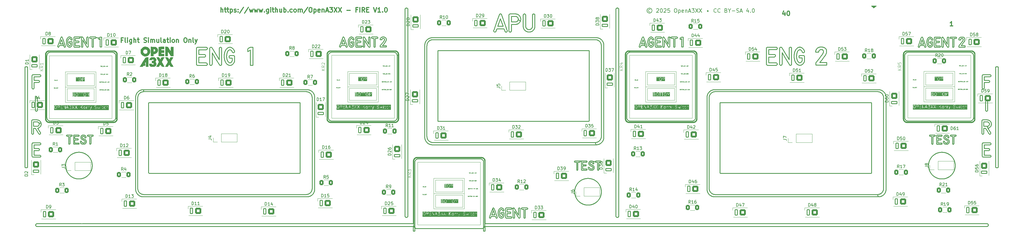
<source format=gbr>
%TF.GenerationSoftware,KiCad,Pcbnew,9.0.2*%
%TF.CreationDate,2025-07-16T22:13:36+02:00*%
%TF.ProjectId,fire,66697265-2e6b-4696-9361-645f70636258,rev?*%
%TF.SameCoordinates,Original*%
%TF.FileFunction,Legend,Top*%
%TF.FilePolarity,Positive*%
%FSLAX46Y46*%
G04 Gerber Fmt 4.6, Leading zero omitted, Abs format (unit mm)*
G04 Created by KiCad (PCBNEW 9.0.2) date 2025-07-16 22:13:36*
%MOMM*%
%LPD*%
G01*
G04 APERTURE LIST*
G04 Aperture macros list*
%AMRoundRect*
0 Rectangle with rounded corners*
0 $1 Rounding radius*
0 $2 $3 $4 $5 $6 $7 $8 $9 X,Y pos of 4 corners*
0 Add a 4 corners polygon primitive as box body*
4,1,4,$2,$3,$4,$5,$6,$7,$8,$9,$2,$3,0*
0 Add four circle primitives for the rounded corners*
1,1,$1+$1,$2,$3*
1,1,$1+$1,$4,$5*
1,1,$1+$1,$6,$7*
1,1,$1+$1,$8,$9*
0 Add four rect primitives between the rounded corners*
20,1,$1+$1,$2,$3,$4,$5,0*
20,1,$1+$1,$4,$5,$6,$7,0*
20,1,$1+$1,$6,$7,$8,$9,0*
20,1,$1+$1,$8,$9,$2,$3,0*%
G04 Aperture macros list end*
%ADD10C,0.300000*%
%ADD11C,0.200000*%
%ADD12C,0.279999*%
%ADD13C,0.158750*%
%ADD14C,0.100000*%
%ADD15C,0.062500*%
%ADD16C,0.150000*%
%ADD17C,0.120000*%
%ADD18C,0.000000*%
%ADD19R,3.000000X3.000000*%
%ADD20C,3.000000*%
%ADD21R,1.500000X1.500000*%
%ADD22RoundRect,0.165000X-0.385000X-0.885000X0.385000X-0.885000X0.385000X0.885000X-0.385000X0.885000X0*%
%ADD23RoundRect,0.315000X-0.735000X-0.735000X0.735000X-0.735000X0.735000X0.735000X-0.735000X0.735000X0*%
%ADD24RoundRect,0.250000X-0.400000X-0.625000X0.400000X-0.625000X0.400000X0.625000X-0.400000X0.625000X0*%
%ADD25RoundRect,0.165000X0.885000X-0.385000X0.885000X0.385000X-0.885000X0.385000X-0.885000X-0.385000X0*%
%ADD26RoundRect,0.315000X0.735000X-0.735000X0.735000X0.735000X-0.735000X0.735000X-0.735000X-0.735000X0*%
%ADD27R,1.700000X1.700000*%
%ADD28C,1.700000*%
G04 APERTURE END LIST*
D10*
X357090225Y-115250828D02*
X356233082Y-115250828D01*
X356661653Y-115250828D02*
X356661653Y-113750828D01*
X356661653Y-113750828D02*
X356518796Y-113965114D01*
X356518796Y-113965114D02*
X356375939Y-114107971D01*
X356375939Y-114107971D02*
X356233082Y-114179400D01*
X302197368Y-110850828D02*
X302197368Y-111850828D01*
X301840225Y-110279400D02*
X301483082Y-111350828D01*
X301483082Y-111350828D02*
X302411653Y-111350828D01*
X303268796Y-110350828D02*
X303411653Y-110350828D01*
X303411653Y-110350828D02*
X303554510Y-110422257D01*
X303554510Y-110422257D02*
X303625939Y-110493685D01*
X303625939Y-110493685D02*
X303697367Y-110636542D01*
X303697367Y-110636542D02*
X303768796Y-110922257D01*
X303768796Y-110922257D02*
X303768796Y-111279400D01*
X303768796Y-111279400D02*
X303697367Y-111565114D01*
X303697367Y-111565114D02*
X303625939Y-111707971D01*
X303625939Y-111707971D02*
X303554510Y-111779400D01*
X303554510Y-111779400D02*
X303411653Y-111850828D01*
X303411653Y-111850828D02*
X303268796Y-111850828D01*
X303268796Y-111850828D02*
X303125939Y-111779400D01*
X303125939Y-111779400D02*
X303054510Y-111707971D01*
X303054510Y-111707971D02*
X302983081Y-111565114D01*
X302983081Y-111565114D02*
X302911653Y-111279400D01*
X302911653Y-111279400D02*
X302911653Y-110922257D01*
X302911653Y-110922257D02*
X302983081Y-110636542D01*
X302983081Y-110636542D02*
X303054510Y-110493685D01*
X303054510Y-110493685D02*
X303125939Y-110422257D01*
X303125939Y-110422257D02*
X303268796Y-110350828D01*
D11*
X331300000Y-109400000D02*
X330500000Y-108700000D01*
X332100000Y-108700000D01*
X331300000Y-109400000D01*
G36*
X331300000Y-109400000D02*
G01*
X330500000Y-108700000D01*
X332100000Y-108700000D01*
X331300000Y-109400000D01*
G37*
D12*
X175451520Y-145148144D02*
X175451480Y-145157845D01*
X175451360Y-145167536D01*
X175451161Y-145177216D01*
X175450882Y-145186884D01*
X175450523Y-145196541D01*
X175450084Y-145206187D01*
X175449567Y-145215820D01*
X175448970Y-145225440D01*
X175448293Y-145235048D01*
X175447538Y-145244642D01*
X175446703Y-145254223D01*
X175445790Y-145263790D01*
X175444797Y-145273343D01*
X175443726Y-145282881D01*
X175442576Y-145292404D01*
X175441348Y-145301911D01*
X175440041Y-145311403D01*
X175438655Y-145320878D01*
X175437192Y-145330337D01*
X175435649Y-145339779D01*
X175434029Y-145349203D01*
X175432331Y-145358610D01*
X175430555Y-145367998D01*
X175428701Y-145377368D01*
X175426770Y-145386718D01*
X175424761Y-145396050D01*
X175422674Y-145405361D01*
X175420510Y-145414651D01*
X175418269Y-145423921D01*
X175415951Y-145433170D01*
X175413556Y-145442397D01*
X175411084Y-145451601D01*
X175408536Y-145460783D01*
X175405911Y-145469942D01*
X175403209Y-145479077D01*
X175400432Y-145488188D01*
X175397578Y-145497275D01*
X175394649Y-145506336D01*
X175391643Y-145515372D01*
X175388563Y-145524381D01*
X175385406Y-145533365D01*
X175382175Y-145542321D01*
X175378868Y-145551249D01*
X175375487Y-145560149D01*
X175372031Y-145569021D01*
X175368501Y-145577863D01*
X175364897Y-145586676D01*
X175361218Y-145595458D01*
X175357466Y-145604210D01*
X175353640Y-145612931D01*
X175349741Y-145621619D01*
X175345769Y-145630275D01*
X175341724Y-145638899D01*
X175337606Y-145647488D01*
X175333416Y-145656044D01*
X175329154Y-145664565D01*
X175324820Y-145673051D01*
X175320415Y-145681501D01*
X175315938Y-145689915D01*
X175311391Y-145698292D01*
X175306773Y-145706632D01*
X175302084Y-145714933D01*
X175297325Y-145723196D01*
X175292497Y-145731420D01*
X175287599Y-145739604D01*
X175282633Y-145747748D01*
X175277597Y-145755851D01*
X175272493Y-145763912D01*
X175267321Y-145771932D01*
X175262082Y-145779909D01*
X175256775Y-145787842D01*
X175251401Y-145795732D01*
X175245961Y-145803578D01*
X175240454Y-145811378D01*
X175234882Y-145819133D01*
X175229244Y-145826843D01*
X175223541Y-145834505D01*
X175217774Y-145842120D01*
X175211943Y-145849688D01*
X175206048Y-145857207D01*
X175200089Y-145864677D01*
X175194068Y-145872098D01*
X175187984Y-145879468D01*
X175181839Y-145886789D01*
X175175632Y-145894057D01*
X175169364Y-145901275D01*
X175163035Y-145908440D01*
X175156646Y-145915552D01*
X175150198Y-145922610D01*
X175143691Y-145929615D01*
X175137125Y-145936566D01*
X175130501Y-145943461D01*
X175123819Y-145950301D01*
X175117080Y-145957085D01*
X175113690Y-145960456D01*
X175110285Y-145963812D01*
X175106866Y-145967154D01*
X175103434Y-145970482D01*
X175099987Y-145973796D01*
X175096527Y-145977095D01*
X175093052Y-145980380D01*
X175089565Y-145983650D01*
X175086063Y-145986905D01*
X175082548Y-145990146D01*
X175079020Y-145993372D01*
X175075478Y-145996583D01*
X175071922Y-145999779D01*
X175068354Y-146002960D01*
X175064772Y-146006126D01*
X175061177Y-146009277D01*
X175057569Y-146012413D01*
X175053948Y-146015534D01*
X175050314Y-146018640D01*
X175046667Y-146021730D01*
X175043008Y-146024805D01*
X175039335Y-146027864D01*
X175035650Y-146030908D01*
X175031952Y-146033937D01*
X175028242Y-146036949D01*
X175024520Y-146039947D01*
X175020785Y-146042928D01*
X175017037Y-146045894D01*
X175013278Y-146048843D01*
X175009506Y-146051778D01*
X175005722Y-146054695D01*
X175001926Y-146057598D01*
X174998119Y-146060483D01*
X174994298Y-146063354D01*
X174990467Y-146066207D01*
X174986624Y-146069045D01*
X174982769Y-146071866D01*
X174978902Y-146074671D01*
X174975024Y-146077460D01*
X174971134Y-146080232D01*
X174967234Y-146082988D01*
X174963321Y-146085728D01*
X174959398Y-146088450D01*
X174955463Y-146091157D01*
X174951518Y-146093846D01*
X174947560Y-146096519D01*
X174943593Y-146099175D01*
X174939614Y-146101814D01*
X174935625Y-146104437D01*
X174931624Y-146107042D01*
X174927614Y-146109631D01*
X174923592Y-146112203D01*
X174919560Y-146114757D01*
X174915517Y-146117295D01*
X174911465Y-146119815D01*
X174907401Y-146122319D01*
X174903328Y-146124805D01*
X174899244Y-146127274D01*
X174895151Y-146129725D01*
X174891047Y-146132160D01*
X174886934Y-146134576D01*
X174882810Y-146136976D01*
X174878677Y-146139358D01*
X174874534Y-146141723D01*
X174870382Y-146144069D01*
X174866219Y-146146399D01*
X174862048Y-146148711D01*
X174857866Y-146151005D01*
X174853676Y-146153281D01*
X174849475Y-146155541D01*
X174845267Y-146157781D01*
X174841048Y-146160005D01*
X174836821Y-146162210D01*
X174832584Y-146164398D01*
X174828340Y-146166567D01*
X174824085Y-146168719D01*
X174819823Y-146170852D01*
X174815550Y-146172969D01*
X174811270Y-146175066D01*
X174806981Y-146177146D01*
X174802684Y-146179207D01*
X174798377Y-146181251D01*
X174794064Y-146183275D01*
X174789740Y-146185283D01*
X174785410Y-146187271D01*
X174781070Y-146189242D01*
X174776724Y-146191194D01*
X174772368Y-146193128D01*
X174768005Y-146195043D01*
X174763633Y-146196941D01*
X174759255Y-146198819D01*
X174754868Y-146200679D01*
X174750474Y-146202521D01*
X174746071Y-146204344D01*
X174741663Y-146206149D01*
X174737245Y-146207935D01*
X174732821Y-146209702D01*
X174728388Y-146211452D01*
X174723950Y-146213182D01*
X174719502Y-146214894D01*
X174715050Y-146216586D01*
X174710588Y-146218261D01*
X174706121Y-146219916D01*
X174701646Y-146221553D01*
X174697165Y-146223171D01*
X174692676Y-146224770D01*
X174688181Y-146226350D01*
X174683678Y-146227912D01*
X174679171Y-146229454D01*
X174674654Y-146230978D01*
X174670134Y-146232483D01*
X174665605Y-146233969D01*
X174661071Y-146235435D01*
X174656529Y-146236883D01*
X174651983Y-146238312D01*
X174647429Y-146239722D01*
X174642870Y-146241112D01*
X174638303Y-146242484D01*
X174633733Y-146243837D01*
X174629154Y-146245170D01*
X174624572Y-146246484D01*
X174619981Y-146247780D01*
X174615387Y-146249055D01*
X174610785Y-146250313D01*
X174606180Y-146251550D01*
X174601566Y-146252769D01*
X174596950Y-146253967D01*
X174592326Y-146255148D01*
X174587698Y-146256308D01*
X174583063Y-146257450D01*
X174578425Y-146258571D01*
X174573779Y-146259674D01*
X174569130Y-146260757D01*
X174564474Y-146261822D01*
X174559815Y-146262866D01*
X174555149Y-146263891D01*
X174550480Y-146264897D01*
X174545804Y-146265884D01*
X174541125Y-146266850D01*
X174536440Y-146267798D01*
X174531751Y-146268726D01*
X174527056Y-146269635D01*
X174522358Y-146270524D01*
X174517654Y-146271393D01*
X174512947Y-146272243D01*
X174508234Y-146273074D01*
X174503518Y-146273885D01*
X174498795Y-146274676D01*
X174494071Y-146275448D01*
X174489340Y-146276201D01*
X174484607Y-146276933D01*
X174479867Y-146277646D01*
X174475126Y-146278339D01*
X174470378Y-146279013D01*
X174465629Y-146279667D01*
X174460873Y-146280302D01*
X174456116Y-146280917D01*
X174451352Y-146281512D01*
X174446587Y-146282087D01*
X174441816Y-146282643D01*
X174437044Y-146283179D01*
X174432265Y-146283695D01*
X174427485Y-146284192D01*
X174422699Y-146284669D01*
X174417912Y-146285125D01*
X174413119Y-146285563D01*
X174408325Y-146285980D01*
X174403525Y-146286378D01*
X174398724Y-146286755D01*
X174393918Y-146287114D01*
X174389110Y-146287452D01*
X174384297Y-146287770D01*
X174379483Y-146288068D01*
X174374664Y-146288347D01*
X174369843Y-146288606D01*
X174365018Y-146288845D01*
X174360191Y-146289063D01*
X174355360Y-146289262D01*
X174350528Y-146289441D01*
X174345690Y-146289601D01*
X174340852Y-146289740D01*
X174336009Y-146289859D01*
X174331166Y-146289958D01*
X174326317Y-146290038D01*
X174321468Y-146290097D01*
X174316614Y-146290136D01*
X174309491Y-146290158D01*
X56639782Y-148011601D02*
X57733471Y-148011601D01*
X212378003Y-111270863D02*
X214163281Y-111270863D01*
X259254284Y-121520474D02*
X259241406Y-121545056D01*
X239842969Y-161349354D02*
X239843773Y-161353507D01*
X239844557Y-161357664D01*
X239845321Y-161361823D01*
X239846066Y-161365986D01*
X239846791Y-161370152D01*
X239847496Y-161374322D01*
X239848182Y-161378495D01*
X239848847Y-161382671D01*
X239849493Y-161386851D01*
X239850120Y-161391035D01*
X239850727Y-161395222D01*
X239851314Y-161399413D01*
X239852429Y-161407805D01*
X239853465Y-161416213D01*
X239854423Y-161424636D01*
X239855301Y-161433075D01*
X239856101Y-161441531D01*
X239856823Y-161450003D01*
X239857465Y-161458492D01*
X239858029Y-161466998D01*
X239858513Y-161475522D01*
X239858919Y-161484065D01*
X239859245Y-161492626D01*
X239859491Y-161501206D01*
X239859659Y-161509806D01*
X239859746Y-161518425D01*
X239859754Y-161527064D01*
X239859682Y-161535724D01*
X239859529Y-161544405D01*
X239859296Y-161553108D01*
X239858983Y-161561832D01*
X239858588Y-161570578D01*
X239858113Y-161579347D01*
X239857555Y-161588139D01*
X239856917Y-161596955D01*
X239856196Y-161605794D01*
X239855393Y-161614657D01*
X239854565Y-161622990D01*
X255322095Y-121076329D02*
X256302685Y-121076329D01*
X178042340Y-109723797D02*
X178038342Y-143558835D01*
X178034344Y-177392834D01*
X185175030Y-121639767D02*
X185175030Y-151327809D01*
X145675030Y-136667569D02*
X92675030Y-136667569D01*
X351258801Y-122180463D02*
X351255976Y-122180084D01*
X351253169Y-122179688D01*
X351250393Y-122179276D01*
X351247634Y-122178846D01*
X351244907Y-122178400D01*
X351242196Y-122177937D01*
X351239515Y-122177459D01*
X351236851Y-122176964D01*
X351234217Y-122176453D01*
X351231599Y-122175926D01*
X351229011Y-122175384D01*
X351226438Y-122174825D01*
X351223895Y-122174251D01*
X351221367Y-122173661D01*
X351218867Y-122173057D01*
X351216384Y-122172436D01*
X351213928Y-122171801D01*
X351211487Y-122171149D01*
X351209073Y-122170484D01*
X351206676Y-122169803D01*
X351204304Y-122169108D01*
X351201948Y-122168397D01*
X351199617Y-122167673D01*
X351197302Y-122166932D01*
X351195012Y-122166179D01*
X351192737Y-122165409D01*
X351190487Y-122164627D01*
X351188252Y-122163828D01*
X351186040Y-122163017D01*
X351183844Y-122162191D01*
X351181671Y-122161351D01*
X351179514Y-122160496D01*
X351177379Y-122159629D01*
X351175259Y-122158745D01*
X351173161Y-122157850D01*
X351171078Y-122156939D01*
X351169016Y-122156015D01*
X351166970Y-122155077D01*
X351164944Y-122154126D01*
X351162933Y-122153160D01*
X351160943Y-122152181D01*
X351158968Y-122151187D01*
X351157012Y-122150181D01*
X351155071Y-122149161D01*
X351153150Y-122148127D01*
X351151243Y-122147079D01*
X351149355Y-122146019D01*
X351147482Y-122144943D01*
X351145628Y-122143855D01*
X351143787Y-122142753D01*
X351141965Y-122141638D01*
X351140157Y-122140508D01*
X351138367Y-122139366D01*
X351136592Y-122138209D01*
X351134833Y-122137040D01*
X351133089Y-122135856D01*
X351131362Y-122134659D01*
X351129649Y-122133448D01*
X351127952Y-122132224D01*
X351126269Y-122130986D01*
X351124603Y-122129734D01*
X351122951Y-122128468D01*
X351121314Y-122127189D01*
X351119691Y-122125896D01*
X351118084Y-122124589D01*
X351116491Y-122123268D01*
X351114913Y-122121933D01*
X351113349Y-122120584D01*
X351111799Y-122119221D01*
X351110264Y-122117844D01*
X351108743Y-122116453D01*
X351107236Y-122115047D01*
X351105743Y-122113628D01*
X351104264Y-122112193D01*
X351101347Y-122109282D01*
X351098486Y-122106313D01*
X351095679Y-122103285D01*
X351092926Y-122100197D01*
X351090226Y-122097049D01*
X351087580Y-122093841D01*
X351084987Y-122090571D01*
X351082447Y-122087238D01*
X351079959Y-122083842D01*
X351077523Y-122080382D01*
X351075140Y-122076857D01*
X351072808Y-122073266D01*
X351070529Y-122069608D01*
X351068301Y-122065882D01*
X351066125Y-122062087D01*
X351064002Y-122058221D01*
X351061930Y-122054285D01*
X351059912Y-122050275D01*
X351057945Y-122046192D01*
X351056032Y-122042034D01*
X351054171Y-122037800D01*
X351052365Y-122033488D01*
X351050612Y-122029098D01*
X351048913Y-122024627D01*
X351047269Y-122020075D01*
X351045681Y-122015440D01*
X351044148Y-122010721D01*
X351042672Y-122005916D01*
X351041252Y-122001024D01*
X351039891Y-121996043D01*
X351038588Y-121990972D01*
X351037345Y-121985809D01*
X351036161Y-121980553D01*
X351035038Y-121975202D01*
X351033977Y-121969755D01*
X351032978Y-121964210D01*
X351032043Y-121958565D01*
X351031173Y-121952818D01*
X351030469Y-121947735D01*
X347011487Y-119727025D02*
X346519604Y-121103703D01*
X212781689Y-114684849D02*
X212781689Y-116797589D01*
X219755017Y-116790341D02*
X219749163Y-116794483D01*
X219743305Y-116798604D01*
X219737451Y-116802697D01*
X219731593Y-116806769D01*
X219725739Y-116810814D01*
X219719880Y-116814837D01*
X219714026Y-116818833D01*
X219708168Y-116822807D01*
X219702313Y-116826755D01*
X219696455Y-116830682D01*
X219690600Y-116834582D01*
X219684742Y-116838460D01*
X219678886Y-116842312D01*
X219673028Y-116846143D01*
X219667172Y-116849948D01*
X219661313Y-116853731D01*
X219655457Y-116857488D01*
X219649597Y-116861224D01*
X219643740Y-116864934D01*
X219637880Y-116868623D01*
X219632023Y-116872286D01*
X219626162Y-116875928D01*
X219620304Y-116879544D01*
X219614443Y-116883139D01*
X219608584Y-116886709D01*
X219602722Y-116890258D01*
X219596862Y-116893782D01*
X219590999Y-116897284D01*
X219585139Y-116900762D01*
X219579275Y-116904218D01*
X219573414Y-116907650D01*
X219567549Y-116911060D01*
X219561686Y-116914446D01*
X219555820Y-116917811D01*
X219549957Y-116921152D01*
X219544090Y-116924471D01*
X219538225Y-116927766D01*
X219532357Y-116931041D01*
X219526491Y-116934291D01*
X219520621Y-116937520D01*
X219514754Y-116940725D01*
X219508883Y-116943909D01*
X219503014Y-116947070D01*
X219497141Y-116950209D01*
X219491271Y-116953325D01*
X219485397Y-116956420D01*
X219479525Y-116959491D01*
X219473649Y-116962542D01*
X219467776Y-116965569D01*
X219461898Y-116968576D01*
X219456023Y-116971559D01*
X219450144Y-116974521D01*
X219444266Y-116977461D01*
X219438385Y-116980379D01*
X219432506Y-116983275D01*
X219426623Y-116986150D01*
X219420741Y-116989002D01*
X219414856Y-116991833D01*
X219408973Y-116994642D01*
X219403086Y-116997430D01*
X219397200Y-117000196D01*
X219391310Y-117002941D01*
X219385422Y-117005663D01*
X219379530Y-117008365D01*
X219373640Y-117011044D01*
X219367745Y-117013704D01*
X219361852Y-117016340D01*
X219355955Y-117018957D01*
X219350060Y-117021551D01*
X219344160Y-117024124D01*
X219338262Y-117026676D01*
X219332360Y-117029207D01*
X219326458Y-117031717D01*
X219320553Y-117034206D01*
X219314649Y-117036673D01*
X219308741Y-117039120D01*
X219302834Y-117041545D01*
X219296923Y-117043949D01*
X219291012Y-117046332D01*
X219285098Y-117048695D01*
X219279185Y-117051037D01*
X219273268Y-117053358D01*
X219267350Y-117055657D01*
X219261430Y-117057937D01*
X219255509Y-117060195D01*
X219249585Y-117062433D01*
X219243661Y-117064649D01*
X219237734Y-117066846D01*
X219231806Y-117069021D01*
X219225875Y-117071176D01*
X219219944Y-117073310D01*
X219214009Y-117075424D01*
X219208073Y-117077517D01*
X219202134Y-117079590D01*
X219196195Y-117081642D01*
X219190252Y-117083674D01*
X219184309Y-117085685D01*
X219178362Y-117087676D01*
X219172415Y-117089647D01*
X219166464Y-117091597D01*
X219160512Y-117093527D01*
X219154556Y-117095436D01*
X219148600Y-117097325D01*
X219142640Y-117099194D01*
X219136679Y-117101043D01*
X219130715Y-117102871D01*
X219124750Y-117104679D01*
X219118781Y-117106468D01*
X219112810Y-117108235D01*
X219106837Y-117109983D01*
X219100861Y-117111711D01*
X219094883Y-117113418D01*
X219088903Y-117115105D01*
X219082919Y-117116773D01*
X219076934Y-117118420D01*
X219070945Y-117120047D01*
X219064955Y-117121654D01*
X219058961Y-117123242D01*
X219052965Y-117124809D01*
X219046966Y-117126356D01*
X219040964Y-117127883D01*
X219034960Y-117129391D01*
X219028953Y-117130878D01*
X219022942Y-117132346D01*
X219016930Y-117133793D01*
X219010914Y-117135221D01*
X219004895Y-117136629D01*
X218998874Y-117138017D01*
X218992849Y-117139385D01*
X218986821Y-117140734D01*
X218980791Y-117142062D01*
X218974757Y-117143371D01*
X218968720Y-117144660D01*
X218962680Y-117145929D01*
X218956637Y-117147179D01*
X218950591Y-117148408D01*
X218944541Y-117149618D01*
X218938489Y-117150809D01*
X218932433Y-117151979D01*
X218926373Y-117153130D01*
X218920310Y-117154261D01*
X218914244Y-117155372D01*
X218908175Y-117156463D01*
X218902102Y-117157535D01*
X218889945Y-117159620D01*
X218877775Y-117161626D01*
X218865589Y-117163553D01*
X218853390Y-117165401D01*
X218841175Y-117167171D01*
X218828945Y-117168863D01*
X218816700Y-117170475D01*
X218804439Y-117172009D01*
X218792161Y-117173464D01*
X218779868Y-117174841D01*
X218767558Y-117176139D01*
X218755231Y-117177359D01*
X218742888Y-117178499D01*
X218730526Y-117179561D01*
X218718148Y-117180544D01*
X218705751Y-117181449D01*
X218693336Y-117182274D01*
X218680903Y-117183020D01*
X218668451Y-117183688D01*
X218655981Y-117184276D01*
X218643491Y-117184785D01*
X218630981Y-117185215D01*
X218618452Y-117185565D01*
X218605902Y-117185836D01*
X218593332Y-117186027D01*
X218580742Y-117186139D01*
X218568131Y-117186170D01*
X218555498Y-117186122D01*
X218542845Y-117185994D01*
X218530169Y-117185785D01*
X218517471Y-117185496D01*
X218504752Y-117185127D01*
X218492009Y-117184676D01*
X218487134Y-117184483D01*
X238532849Y-160831669D02*
X238521910Y-160825712D01*
X238511120Y-160819836D01*
X368434521Y-142763646D02*
X368433903Y-142767538D01*
X368433269Y-142771407D01*
X368432622Y-142775231D01*
X368431958Y-142779032D01*
X368431281Y-142782790D01*
X368430589Y-142786524D01*
X368429884Y-142790216D01*
X368429162Y-142793885D01*
X368428429Y-142797512D01*
X368427680Y-142801116D01*
X368426919Y-142804679D01*
X368426143Y-142808219D01*
X368425354Y-142811719D01*
X368424551Y-142815197D01*
X368423735Y-142818634D01*
X368422905Y-142822050D01*
X368422064Y-142825426D01*
X368421207Y-142828780D01*
X368420339Y-142832096D01*
X368419457Y-142835390D01*
X368418564Y-142838647D01*
X368417656Y-142841882D01*
X368416737Y-142845079D01*
X368415804Y-142848256D01*
X368414861Y-142851396D01*
X368413903Y-142854515D01*
X368412935Y-142857598D01*
X368411953Y-142860660D01*
X368410961Y-142863687D01*
X368409955Y-142866693D01*
X368408939Y-142869665D01*
X368407909Y-142872616D01*
X368406870Y-142875533D01*
X368405817Y-142878430D01*
X368404754Y-142881293D01*
X368403678Y-142884137D01*
X368402593Y-142886947D01*
X368401493Y-142889738D01*
X368400386Y-142892496D01*
X368399264Y-142895235D01*
X368398134Y-142897942D01*
X368396990Y-142900630D01*
X368395837Y-142903287D01*
X368394671Y-142905924D01*
X368393497Y-142908531D01*
X368392309Y-142911119D01*
X368391113Y-142913677D01*
X368389904Y-142916216D01*
X368388687Y-142918726D01*
X368387456Y-142921216D01*
X368386217Y-142923678D01*
X368384966Y-142926122D01*
X368383706Y-142928537D01*
X368382433Y-142930933D01*
X368381153Y-142933302D01*
X368379859Y-142935653D01*
X368378558Y-142937977D01*
X368377244Y-142940282D01*
X368375922Y-142942560D01*
X368374587Y-142944821D01*
X368373245Y-142947056D01*
X368371890Y-142949272D01*
X368370527Y-142951463D01*
X368369152Y-142953636D01*
X368367768Y-142955784D01*
X368366373Y-142957914D01*
X368364970Y-142960020D01*
X368363554Y-142962108D01*
X368362130Y-142964172D01*
X368360694Y-142966219D01*
X368359251Y-142968242D01*
X368357795Y-142970247D01*
X368356331Y-142972230D01*
X368354855Y-142974195D01*
X368353371Y-142976137D01*
X368351875Y-142978062D01*
X368350371Y-142979965D01*
X368348855Y-142981851D01*
X368347331Y-142983715D01*
X368345795Y-142985562D01*
X368344251Y-142987388D01*
X368342695Y-142989196D01*
X368341130Y-142990984D01*
X368339554Y-142992755D01*
X368337969Y-142994505D01*
X368336373Y-142996238D01*
X368334768Y-142997952D01*
X368333151Y-142999648D01*
X368331525Y-143001325D01*
X368329888Y-143002985D01*
X368328242Y-143004625D01*
X368326584Y-143006249D01*
X368324917Y-143007853D01*
X368323238Y-143009442D01*
X368321551Y-143011011D01*
X368319851Y-143012564D01*
X368318142Y-143014098D01*
X368316422Y-143015616D01*
X368314692Y-143017115D01*
X368312950Y-143018599D01*
X368311199Y-143020064D01*
X368309436Y-143021513D01*
X368307663Y-143022944D01*
X368305878Y-143024359D01*
X368304083Y-143025757D01*
X368302277Y-143027138D01*
X368300460Y-143028502D01*
X368298631Y-143029849D01*
X368296792Y-143031180D01*
X368294941Y-143032495D01*
X368293079Y-143033793D01*
X368291205Y-143035074D01*
X368287424Y-143037588D01*
X368283596Y-143040036D01*
X368279721Y-143042420D01*
X368275799Y-143044739D01*
X368271828Y-143046994D01*
X368267808Y-143049184D01*
X368263738Y-143051311D01*
X368259617Y-143053373D01*
X368255445Y-143055372D01*
X368251221Y-143057307D01*
X368246944Y-143059179D01*
X368242613Y-143060986D01*
X368238227Y-143062730D01*
X368233786Y-143064409D01*
X368229288Y-143066024D01*
X368224732Y-143067575D01*
X368220118Y-143069061D01*
X368215445Y-143070483D01*
X368210711Y-143071838D01*
X368205916Y-143073128D01*
X368201058Y-143074352D01*
X368196137Y-143075510D01*
X368191150Y-143076600D01*
X368186099Y-143077622D01*
X368180980Y-143078577D01*
X368175794Y-143079462D01*
X368170538Y-143080278D01*
X368165213Y-143081024D01*
X368159815Y-143081698D01*
X368154346Y-143082301D01*
X368148803Y-143082832D01*
X368143184Y-143083289D01*
X368137490Y-143083672D01*
X368131718Y-143083980D01*
X368125868Y-143084211D01*
X368119938Y-143084366D01*
X368113927Y-143084442D01*
X368109143Y-143084447D01*
X69056653Y-151252240D02*
X68525647Y-151252240D01*
X349657605Y-120826733D02*
X349654853Y-120826378D01*
X349652120Y-120826005D01*
X349649423Y-120825617D01*
X349646745Y-120825211D01*
X349644103Y-120824790D01*
X349641479Y-120824352D01*
X349638890Y-120823900D01*
X349636320Y-120823430D01*
X349633783Y-120822947D01*
X349631265Y-120822446D01*
X349628780Y-120821932D01*
X349626313Y-120821401D01*
X349623878Y-120820856D01*
X349621462Y-120820295D01*
X349619077Y-120819720D01*
X349616710Y-120819130D01*
X349614374Y-120818526D01*
X349612055Y-120817906D01*
X349609767Y-120817274D01*
X349607496Y-120816626D01*
X349605255Y-120815965D01*
X349603031Y-120815288D01*
X349600835Y-120814600D01*
X349598657Y-120813895D01*
X349596507Y-120813179D01*
X349594374Y-120812447D01*
X349592268Y-120811704D01*
X349590179Y-120810945D01*
X349588116Y-120810174D01*
X349586070Y-120809389D01*
X349584051Y-120808592D01*
X349582048Y-120807780D01*
X349580070Y-120806956D01*
X349578108Y-120806118D01*
X349576172Y-120805269D01*
X349574251Y-120804404D01*
X349572355Y-120803529D01*
X349570474Y-120802639D01*
X349568618Y-120801738D01*
X349566777Y-120800823D01*
X349564959Y-120799896D01*
X349563157Y-120798955D01*
X349561377Y-120798004D01*
X349559613Y-120797038D01*
X349557871Y-120796061D01*
X349556144Y-120795070D01*
X349554439Y-120794067D01*
X349552749Y-120793051D01*
X349551080Y-120792024D01*
X349549426Y-120790983D01*
X349547792Y-120789931D01*
X349546174Y-120788865D01*
X349544575Y-120787788D01*
X349542991Y-120786697D01*
X349541427Y-120785595D01*
X349539878Y-120784479D01*
X349538347Y-120783352D01*
X349536831Y-120782211D01*
X349535334Y-120781059D01*
X349533852Y-120779893D01*
X349532387Y-120778715D01*
X349530937Y-120777524D01*
X349529505Y-120776321D01*
X349528087Y-120775105D01*
X349526687Y-120773877D01*
X349525301Y-120772635D01*
X349523931Y-120771381D01*
X349522577Y-120770113D01*
X349521239Y-120768833D01*
X349519915Y-120767540D01*
X349518607Y-120766234D01*
X349517314Y-120764915D01*
X349516037Y-120763582D01*
X349514774Y-120762237D01*
X349513526Y-120760878D01*
X349512293Y-120759505D01*
X349509871Y-120756720D01*
X349507508Y-120753880D01*
X349505203Y-120750985D01*
X349502956Y-120748033D01*
X349500766Y-120745025D01*
X349498632Y-120741959D01*
X349496556Y-120738834D01*
X349494536Y-120735650D01*
X349492572Y-120732405D01*
X349490665Y-120729098D01*
X349488814Y-120725729D01*
X349487019Y-120722295D01*
X349485281Y-120718797D01*
X349483599Y-120715232D01*
X349481973Y-120711600D01*
X349480405Y-120707898D01*
X349478894Y-120704127D01*
X349477441Y-120700284D01*
X349476046Y-120696369D01*
X349474710Y-120692379D01*
X349473433Y-120688313D01*
X349472215Y-120684170D01*
X349471058Y-120679949D01*
X349469962Y-120675647D01*
X349468928Y-120671263D01*
X349467957Y-120666797D01*
X349467050Y-120662245D01*
X349466207Y-120657606D01*
X349465429Y-120652879D01*
X349464718Y-120648063D01*
X349464075Y-120643154D01*
X349463500Y-120638153D01*
X349462995Y-120633056D01*
X349462561Y-120627862D01*
X349462199Y-120622569D01*
X349461911Y-120617176D01*
X349461698Y-120611681D01*
X349461561Y-120606081D01*
X349461502Y-120600376D01*
X349461499Y-120598920D01*
X261843274Y-119026883D02*
X261843254Y-119029703D01*
X261843215Y-119032506D01*
X261843155Y-119035274D01*
X261843076Y-119038024D01*
X261842979Y-119040741D01*
X261842861Y-119043441D01*
X261842725Y-119046107D01*
X261842570Y-119048757D01*
X261842397Y-119051374D01*
X261842204Y-119053974D01*
X261841994Y-119056543D01*
X261841766Y-119059095D01*
X261841519Y-119061616D01*
X261841255Y-119064121D01*
X261840973Y-119066595D01*
X261840673Y-119069054D01*
X261840357Y-119071482D01*
X261840022Y-119073895D01*
X261839672Y-119076278D01*
X261839303Y-119078646D01*
X261838918Y-119080985D01*
X261838516Y-119083309D01*
X261838098Y-119085605D01*
X261837663Y-119087886D01*
X261837213Y-119090140D01*
X261836745Y-119092378D01*
X261836262Y-119094590D01*
X261835762Y-119096787D01*
X261835247Y-119098958D01*
X261834715Y-119101114D01*
X261834169Y-119103245D01*
X261833606Y-119105361D01*
X261833029Y-119107453D01*
X261832435Y-119109529D01*
X261831827Y-119111582D01*
X261831202Y-119113621D01*
X261830564Y-119115636D01*
X261829909Y-119117637D01*
X261829241Y-119119615D01*
X261828556Y-119121579D01*
X261827858Y-119123521D01*
X261827143Y-119125448D01*
X261826416Y-119127354D01*
X261825672Y-119129246D01*
X261824915Y-119131117D01*
X261824142Y-119132974D01*
X261823355Y-119134811D01*
X261822553Y-119136634D01*
X261821738Y-119138437D01*
X261820907Y-119140226D01*
X261820063Y-119141996D01*
X261819203Y-119143752D01*
X261818330Y-119145490D01*
X261817442Y-119147213D01*
X261816540Y-119148919D01*
X261815623Y-119150611D01*
X261814693Y-119152286D01*
X261813748Y-119153946D01*
X261812789Y-119155590D01*
X261811815Y-119157220D01*
X261810828Y-119158834D01*
X261809825Y-119160434D01*
X261808809Y-119162018D01*
X261807778Y-119163588D01*
X261806733Y-119165143D01*
X261805673Y-119166684D01*
X261804599Y-119168210D01*
X261803510Y-119169723D01*
X261802408Y-119171220D01*
X261801290Y-119172705D01*
X261800158Y-119174174D01*
X261799011Y-119175631D01*
X261797850Y-119177073D01*
X261796674Y-119178503D01*
X261795483Y-119179918D01*
X261794277Y-119181320D01*
X261793057Y-119182709D01*
X261791821Y-119184084D01*
X261789305Y-119186796D01*
X261786728Y-119189455D01*
X261784089Y-119192063D01*
X261781389Y-119194620D01*
X261778625Y-119197126D01*
X261775797Y-119199582D01*
X261772905Y-119201988D01*
X261769947Y-119204344D01*
X261766923Y-119206651D01*
X261763830Y-119208909D01*
X261760669Y-119211119D01*
X261757439Y-119213279D01*
X261754137Y-119215390D01*
X261750763Y-119217453D01*
X261747315Y-119219466D01*
X261743793Y-119221430D01*
X261740194Y-119223345D01*
X261736518Y-119225211D01*
X261732763Y-119227027D01*
X261728928Y-119228792D01*
X261725010Y-119230507D01*
X261721010Y-119232171D01*
X261716924Y-119233783D01*
X261712752Y-119235344D01*
X261708491Y-119236852D01*
X261704141Y-119238306D01*
X261699699Y-119239707D01*
X261695163Y-119241053D01*
X261690533Y-119242343D01*
X261685806Y-119243577D01*
X261680980Y-119244754D01*
X261676054Y-119245873D01*
X261671025Y-119246933D01*
X261665892Y-119247933D01*
X261660653Y-119248872D01*
X261655306Y-119249749D01*
X261649849Y-119250562D01*
X261644279Y-119251311D01*
X261638596Y-119251994D01*
X261632797Y-119252611D01*
X261626879Y-119253159D01*
X261620842Y-119253638D01*
X261617444Y-119253873D01*
X237964856Y-161408520D02*
X237966372Y-161406851D01*
X237967896Y-161405204D01*
X237969419Y-161403585D01*
X237970951Y-161401988D01*
X237972483Y-161400419D01*
X237974022Y-161398871D01*
X237975563Y-161397351D01*
X237977110Y-161395852D01*
X237978658Y-161394380D01*
X237980214Y-161392928D01*
X237981770Y-161391504D01*
X237983334Y-161390099D01*
X237984899Y-161388721D01*
X237986471Y-161387363D01*
X237988044Y-161386030D01*
X237989624Y-161384717D01*
X237991206Y-161383430D01*
X237992795Y-161382162D01*
X237994386Y-161380919D01*
X237995983Y-161379695D01*
X237997582Y-161378496D01*
X237999189Y-161377316D01*
X238000797Y-161376159D01*
X238002413Y-161375022D01*
X238004030Y-161373908D01*
X238005655Y-161372814D01*
X238007282Y-161371742D01*
X238008916Y-161370689D01*
X238010553Y-161369658D01*
X238012197Y-161368647D01*
X238013844Y-161367657D01*
X238015498Y-161366686D01*
X238017155Y-161365737D01*
X238018819Y-161364807D01*
X238020486Y-161363898D01*
X238022161Y-161363008D01*
X238023839Y-161362138D01*
X238025524Y-161361287D01*
X238027214Y-161360457D01*
X238028910Y-161359645D01*
X238030611Y-161358854D01*
X238032318Y-161358081D01*
X238034031Y-161357328D01*
X238035750Y-161356594D01*
X238037475Y-161355880D01*
X238039207Y-161355184D01*
X238040944Y-161354508D01*
X238042688Y-161353850D01*
X238044438Y-161353212D01*
X238046195Y-161352592D01*
X238049728Y-161351409D01*
X238053289Y-161350302D01*
X238056878Y-161349269D01*
X238060496Y-161348312D01*
X238064144Y-161347429D01*
X238067822Y-161346621D01*
X238071533Y-161345889D01*
X238075276Y-161345231D01*
X238079052Y-161344649D01*
X238082863Y-161344142D01*
X238086710Y-161343712D01*
X238090593Y-161343358D01*
X238094514Y-161343081D01*
X238098473Y-161342882D01*
X238102472Y-161342761D01*
X238106511Y-161342719D01*
X238110593Y-161342756D01*
X238114717Y-161342875D01*
X238118885Y-161343074D01*
X238123097Y-161343356D01*
X238127356Y-161343722D01*
X238131662Y-161344171D01*
X238136016Y-161344707D01*
X238140420Y-161345329D01*
X238144874Y-161346040D01*
X238146924Y-161346394D01*
X71566815Y-119240842D02*
X70234112Y-119240842D01*
X220479931Y-111676594D02*
X220479931Y-115249989D01*
X167042584Y-119035008D02*
X167042605Y-119032176D01*
X167042646Y-119029362D01*
X167042706Y-119026581D01*
X167042786Y-119023818D01*
X167042886Y-119021088D01*
X167043004Y-119018374D01*
X167043141Y-119015694D01*
X167043298Y-119013030D01*
X167043473Y-119010397D01*
X167043666Y-119007782D01*
X167043878Y-119005197D01*
X167044108Y-119002629D01*
X167044355Y-119000092D01*
X167044621Y-118997570D01*
X167044904Y-118995079D01*
X167045206Y-118992603D01*
X167045524Y-118990157D01*
X167045860Y-118987726D01*
X167046212Y-118985324D01*
X167046583Y-118982938D01*
X167046969Y-118980579D01*
X167047373Y-118978236D01*
X167047793Y-118975920D01*
X167048230Y-118973619D01*
X167048683Y-118971345D01*
X167049153Y-118969086D01*
X167049638Y-118966853D01*
X167050140Y-118964635D01*
X167050657Y-118962443D01*
X167051191Y-118960265D01*
X167051740Y-118958112D01*
X167052306Y-118955973D01*
X167052886Y-118953859D01*
X167053483Y-118951759D01*
X167054093Y-118949683D01*
X167054721Y-118947621D01*
X167055362Y-118945582D01*
X167056020Y-118943558D01*
X167056692Y-118941555D01*
X167057380Y-118939567D01*
X167058082Y-118937601D01*
X167058800Y-118935648D01*
X167059532Y-118933717D01*
X167060279Y-118931800D01*
X167061041Y-118929903D01*
X167061818Y-118928021D01*
X167062608Y-118926158D01*
X167063415Y-118924309D01*
X167064234Y-118922480D01*
X167065070Y-118920664D01*
X167065919Y-118918867D01*
X167066783Y-118917084D01*
X167067661Y-118915320D01*
X167068555Y-118913569D01*
X167069461Y-118911835D01*
X167070384Y-118910116D01*
X167071319Y-118908414D01*
X167072270Y-118906725D01*
X167073235Y-118905053D01*
X167074215Y-118903394D01*
X167075208Y-118901752D01*
X167076217Y-118900124D01*
X167077239Y-118898511D01*
X167078277Y-118896912D01*
X167079328Y-118895328D01*
X167080395Y-118893757D01*
X167081475Y-118892202D01*
X167082571Y-118890660D01*
X167083681Y-118889132D01*
X167084806Y-118887618D01*
X167085945Y-118886118D01*
X167087099Y-118884631D01*
X167088268Y-118883159D01*
X167089452Y-118881699D01*
X167090650Y-118880253D01*
X167091864Y-118878820D01*
X167094336Y-118875994D01*
X167096869Y-118873220D01*
X167099463Y-118870498D01*
X167102119Y-118867827D01*
X167104838Y-118865206D01*
X167107620Y-118862635D01*
X167110467Y-118860114D01*
X167113378Y-118857642D01*
X167116356Y-118855220D01*
X167119400Y-118852846D01*
X167122513Y-118850520D01*
X167125694Y-118848243D01*
X167128946Y-118846014D01*
X167132269Y-118843834D01*
X167135664Y-118841702D01*
X167139134Y-118839618D01*
X167142678Y-118837582D01*
X167146298Y-118835595D01*
X167149996Y-118833657D01*
X167153774Y-118831768D01*
X167157632Y-118829928D01*
X167161571Y-118828138D01*
X167165595Y-118826398D01*
X167169703Y-118824709D01*
X167173898Y-118823071D01*
X167178181Y-118821484D01*
X167182554Y-118819950D01*
X167187018Y-118818468D01*
X167191576Y-118817040D01*
X167196228Y-118815667D01*
X167200977Y-118814348D01*
X167205825Y-118813086D01*
X167210773Y-118811880D01*
X167215823Y-118810732D01*
X167220977Y-118809642D01*
X167226237Y-118808613D01*
X167231604Y-118807643D01*
X167237082Y-118806736D01*
X167242670Y-118805891D01*
X167248373Y-118805111D01*
X167254191Y-118804395D01*
X167260127Y-118803746D01*
X167266183Y-118803165D01*
X167266858Y-118803105D01*
X73854596Y-153123295D02*
X73854110Y-153127420D01*
X73853605Y-153131539D01*
X73853080Y-153135648D01*
X73852537Y-153139750D01*
X73851974Y-153143841D01*
X73851392Y-153147927D01*
X73850792Y-153152002D01*
X73850172Y-153156072D01*
X73849533Y-153160131D01*
X73848876Y-153164184D01*
X73848199Y-153168227D01*
X73847503Y-153172265D01*
X73846789Y-153176292D01*
X73846055Y-153180314D01*
X73845303Y-153184326D01*
X73844531Y-153188332D01*
X73843741Y-153192329D01*
X73842932Y-153196320D01*
X73842104Y-153200302D01*
X73841257Y-153204278D01*
X73840391Y-153208245D01*
X73839506Y-153212206D01*
X73838603Y-153216159D01*
X73837680Y-153220105D01*
X73836739Y-153224044D01*
X73835779Y-153227976D01*
X73834800Y-153231900D01*
X73833802Y-153235818D01*
X73832785Y-153239728D01*
X73831749Y-153243632D01*
X73830695Y-153247528D01*
X73829622Y-153251419D01*
X73828530Y-153255301D01*
X73827418Y-153259178D01*
X73826288Y-153263048D01*
X73825139Y-153266911D01*
X73823972Y-153270767D01*
X73822785Y-153274617D01*
X73821579Y-153278461D01*
X73820355Y-153282298D01*
X73819111Y-153286129D01*
X73817848Y-153289953D01*
X73815266Y-153297583D01*
X73812608Y-153305188D01*
X73809874Y-153312769D01*
X73807063Y-153320326D01*
X73804176Y-153327859D01*
X73801212Y-153335369D01*
X73798171Y-153342856D01*
X73795052Y-153350320D01*
X73791857Y-153357762D01*
X73788583Y-153365182D01*
X73785232Y-153372581D01*
X73781803Y-153379958D01*
X73778295Y-153387314D01*
X73774708Y-153394650D01*
X73771042Y-153401965D01*
X73767297Y-153409260D01*
X73763472Y-153416536D01*
X73759566Y-153423792D01*
X73755580Y-153431029D01*
X73751513Y-153438246D01*
X73747365Y-153445446D01*
X73743135Y-153452627D01*
X73738823Y-153459789D01*
X73734428Y-153466934D01*
X73729950Y-153474062D01*
X73725388Y-153481171D01*
X73720742Y-153488264D01*
X73716046Y-153495289D01*
X299266003Y-127244237D02*
X299270312Y-127244901D01*
X299274598Y-127245583D01*
X299278840Y-127246277D01*
X299283060Y-127246988D01*
X299287237Y-127247712D01*
X299291391Y-127248453D01*
X299295502Y-127249206D01*
X299299592Y-127249975D01*
X299303639Y-127250757D01*
X299307665Y-127251556D01*
X299311649Y-127252366D01*
X299315611Y-127253192D01*
X299319533Y-127254031D01*
X299323433Y-127254885D01*
X299327294Y-127255751D01*
X299331132Y-127256633D01*
X299334932Y-127257526D01*
X299338709Y-127258435D01*
X299342449Y-127259355D01*
X299346167Y-127260290D01*
X299349847Y-127261237D01*
X299353505Y-127262198D01*
X299357127Y-127263171D01*
X299360727Y-127264159D01*
X299364291Y-127265157D01*
X299367834Y-127266170D01*
X299371341Y-127267194D01*
X299374827Y-127268233D01*
X299378277Y-127269282D01*
X299381707Y-127270345D01*
X299385102Y-127271419D01*
X299388476Y-127272507D01*
X299391816Y-127273605D01*
X299395136Y-127274718D01*
X299398422Y-127275840D01*
X299401688Y-127276977D01*
X299404921Y-127278123D01*
X299408134Y-127279284D01*
X299411314Y-127280454D01*
X299414474Y-127281638D01*
X299417602Y-127282831D01*
X299420711Y-127284038D01*
X299423787Y-127285255D01*
X299426845Y-127286485D01*
X299429871Y-127287725D01*
X299432878Y-127288978D01*
X299435854Y-127290240D01*
X299438812Y-127291515D01*
X299441739Y-127292800D01*
X299444647Y-127294098D01*
X299447525Y-127295405D01*
X299450385Y-127296725D01*
X299453216Y-127298054D01*
X299456028Y-127299396D01*
X299458811Y-127300746D01*
X299461576Y-127302110D01*
X299464312Y-127303483D01*
X299467031Y-127304868D01*
X299469721Y-127306262D01*
X299472394Y-127307669D01*
X299475039Y-127309084D01*
X299477666Y-127310512D01*
X299480266Y-127311949D01*
X299482849Y-127313398D01*
X299485405Y-127314856D01*
X299487943Y-127316327D01*
X299490455Y-127317805D01*
X299492950Y-127319297D01*
X299495419Y-127320797D01*
X299497871Y-127322309D01*
X299500298Y-127323829D01*
X299502707Y-127325363D01*
X299505092Y-127326904D01*
X299507459Y-127328458D01*
X299509802Y-127330020D01*
X299512128Y-127331594D01*
X299514431Y-127333177D01*
X299516716Y-127334772D01*
X299518978Y-127336375D01*
X299521222Y-127337991D01*
X299523444Y-127339615D01*
X299525649Y-127341251D01*
X299527832Y-127342896D01*
X299529997Y-127344553D01*
X299532141Y-127346218D01*
X299534267Y-127347895D01*
X299536372Y-127349581D01*
X299538460Y-127351279D01*
X299540527Y-127352986D01*
X299542577Y-127354705D01*
X299544607Y-127356432D01*
X299546619Y-127358171D01*
X299548611Y-127359919D01*
X299550587Y-127361679D01*
X299552542Y-127363448D01*
X299554481Y-127365229D01*
X299556399Y-127367019D01*
X299558302Y-127368820D01*
X299560184Y-127370631D01*
X299562051Y-127372454D01*
X299563898Y-127374286D01*
X299565729Y-127376130D01*
X299567540Y-127377983D01*
X299569336Y-127379848D01*
X299571113Y-127381723D01*
X299572873Y-127383609D01*
X299574615Y-127385505D01*
X299576341Y-127387413D01*
X299578049Y-127389331D01*
X299579740Y-127391261D01*
X299581414Y-127393200D01*
X299583072Y-127395152D01*
X299584712Y-127397113D01*
X299586335Y-127399087D01*
X299587942Y-127401071D01*
X299589532Y-127403067D01*
X299591105Y-127405073D01*
X299592662Y-127407091D01*
X299594202Y-127409120D01*
X299595726Y-127411161D01*
X299597233Y-127413213D01*
X299598725Y-127415277D01*
X299601658Y-127419439D01*
X299604526Y-127423648D01*
X299607330Y-127427904D01*
X299610069Y-127432208D01*
X299612745Y-127436561D01*
X299615357Y-127440963D01*
X299617905Y-127445414D01*
X299620390Y-127449916D01*
X299622811Y-127454469D01*
X299625170Y-127459073D01*
X299627465Y-127463730D01*
X299629697Y-127468441D01*
X299631866Y-127473205D01*
X299633972Y-127478023D01*
X299636015Y-127482897D01*
X299637995Y-127487828D01*
X299639911Y-127492815D01*
X299641764Y-127497860D01*
X299643553Y-127502964D01*
X299645278Y-127508128D01*
X299646939Y-127513352D01*
X299648535Y-127518637D01*
X299650067Y-127523985D01*
X299651533Y-127529396D01*
X299652933Y-127534871D01*
X299654268Y-127540411D01*
X299655536Y-127546017D01*
X299656737Y-127551690D01*
X299657871Y-127557431D01*
X299658936Y-127563241D01*
X299659933Y-127569122D01*
X299660861Y-127575073D01*
X299661718Y-127581097D01*
X299662506Y-127587193D01*
X299663222Y-127593364D01*
X299663866Y-127599611D01*
X299664437Y-127605933D01*
X299664935Y-127612333D01*
X299665359Y-127618812D01*
X299665707Y-127625371D01*
X299665980Y-127632010D01*
X299666176Y-127638731D01*
X299666294Y-127645535D01*
X299666333Y-127652386D01*
X56315564Y-145906422D02*
X57733471Y-145906422D01*
X153675458Y-146615163D02*
X153666259Y-146615123D01*
X153657070Y-146615003D01*
X153647892Y-146614804D01*
X153638725Y-146614525D01*
X153629570Y-146614166D01*
X153620427Y-146613728D01*
X153611297Y-146613210D01*
X153602178Y-146612613D01*
X153593073Y-146611937D01*
X153583982Y-146611182D01*
X153574904Y-146610348D01*
X153565840Y-146609434D01*
X153556791Y-146608443D01*
X153547757Y-146607372D01*
X153538738Y-146606222D01*
X153529734Y-146604995D01*
X153520747Y-146603688D01*
X153511777Y-146602304D01*
X153502824Y-146600841D01*
X153493888Y-146599300D01*
X153484969Y-146597681D01*
X153476070Y-146595984D01*
X153467188Y-146594209D01*
X153458326Y-146592357D01*
X153449484Y-146590427D01*
X153440662Y-146588420D01*
X153431860Y-146586336D01*
X153423080Y-146584174D01*
X153414321Y-146581936D01*
X153405584Y-146579620D01*
X153396869Y-146577228D01*
X153388178Y-146574759D01*
X153379510Y-146572214D01*
X153370866Y-146569593D01*
X153362246Y-146566895D01*
X153353652Y-146564122D01*
X153345083Y-146561273D01*
X153336540Y-146558348D01*
X153328024Y-146555349D01*
X153319535Y-146552273D01*
X153311073Y-146549123D01*
X153302640Y-146545898D01*
X153294236Y-146542599D01*
X153285861Y-146539225D01*
X153277515Y-146535777D01*
X153269201Y-146532255D01*
X153260917Y-146528660D01*
X153252665Y-146524991D01*
X153244445Y-146521249D01*
X153236258Y-146517433D01*
X153228104Y-146513546D01*
X153219984Y-146509586D01*
X153211899Y-146505553D01*
X153203848Y-146501449D01*
X153195834Y-146497274D01*
X153187855Y-146493027D01*
X153179914Y-146488709D01*
X153172010Y-146484321D01*
X153164144Y-146479862D01*
X153156316Y-146475333D01*
X153148528Y-146470735D01*
X153140780Y-146466067D01*
X153133072Y-146461330D01*
X153125406Y-146456525D01*
X153117781Y-146451652D01*
X153110198Y-146446710D01*
X153102659Y-146441701D01*
X153095163Y-146436626D01*
X153087711Y-146431483D01*
X153080303Y-146426274D01*
X153072942Y-146420999D01*
X153065626Y-146415659D01*
X153058356Y-146410254D01*
X153051134Y-146404784D01*
X153043960Y-146399250D01*
X153036834Y-146393653D01*
X153029757Y-146387992D01*
X153022729Y-146382268D01*
X153015752Y-146376482D01*
X153008825Y-146370635D01*
X153001950Y-146364725D01*
X152995126Y-146358756D01*
X152988356Y-146352725D01*
X152981638Y-146346635D01*
X152974974Y-146340486D01*
X152968364Y-146334277D01*
X152961809Y-146328011D01*
X152955309Y-146321686D01*
X152948865Y-146315305D01*
X152945664Y-146312093D01*
X152942477Y-146308866D01*
X152939305Y-146305626D01*
X152936147Y-146302372D01*
X152933003Y-146299104D01*
X152929874Y-146295822D01*
X152926759Y-146292526D01*
X152923659Y-146289217D01*
X152920573Y-146285894D01*
X152917503Y-146282557D01*
X152914447Y-146279207D01*
X152911405Y-146275844D01*
X152908379Y-146272467D01*
X152905368Y-146269077D01*
X152902372Y-146265674D01*
X152899390Y-146262257D01*
X152896424Y-146258828D01*
X152893474Y-146255385D01*
X152890538Y-146251930D01*
X152887618Y-146248462D01*
X152884713Y-146244981D01*
X152881824Y-146241488D01*
X152878950Y-146237982D01*
X152876092Y-146234463D01*
X152873250Y-146230932D01*
X152870423Y-146227388D01*
X152867612Y-146223832D01*
X152864816Y-146220264D01*
X152862037Y-146216684D01*
X152859274Y-146213091D01*
X152856526Y-146209487D01*
X152853795Y-146205870D01*
X152851080Y-146202242D01*
X152848381Y-146198602D01*
X152845698Y-146194951D01*
X152843031Y-146191287D01*
X152840381Y-146187612D01*
X152837747Y-146183926D01*
X152835130Y-146180228D01*
X152832529Y-146176519D01*
X152829944Y-146172799D01*
X152827376Y-146169067D01*
X152824825Y-146165324D01*
X152822291Y-146161570D01*
X152819773Y-146157806D01*
X152817272Y-146154030D01*
X152814788Y-146150244D01*
X152812321Y-146146446D01*
X152809871Y-146142639D01*
X152807437Y-146138820D01*
X152805021Y-146134992D01*
X152802622Y-146131152D01*
X152800240Y-146127303D01*
X152797875Y-146123442D01*
X152795528Y-146119573D01*
X152793197Y-146115692D01*
X152790884Y-146111802D01*
X152788588Y-146107901D01*
X152786310Y-146103992D01*
X152784049Y-146100071D01*
X152781806Y-146096142D01*
X152779580Y-146092202D01*
X152777372Y-146088254D01*
X152775181Y-146084294D01*
X152773008Y-146080327D01*
X152770852Y-146076349D01*
X152768715Y-146072363D01*
X152766595Y-146068367D01*
X152764493Y-146064363D01*
X152762408Y-146060348D01*
X152760343Y-146056326D01*
X152758294Y-146052293D01*
X152756264Y-146048253D01*
X152754251Y-146044203D01*
X152752257Y-146040145D01*
X152750280Y-146036078D01*
X152748322Y-146032003D01*
X152746382Y-146027918D01*
X152744460Y-146023827D01*
X152742556Y-146019726D01*
X152740671Y-146015618D01*
X152738803Y-146011500D01*
X152736955Y-146007375D01*
X152735124Y-146003242D01*
X152733312Y-145999101D01*
X152731518Y-145994951D01*
X152729743Y-145990795D01*
X152727985Y-145986630D01*
X152726247Y-145982459D01*
X152724527Y-145978278D01*
X152722826Y-145974091D01*
X152721143Y-145969896D01*
X152719479Y-145965694D01*
X152717833Y-145961484D01*
X152716206Y-145957268D01*
X152714597Y-145953043D01*
X152713008Y-145948813D01*
X152711437Y-145944574D01*
X152709885Y-145940330D01*
X152708352Y-145936077D01*
X152706838Y-145931819D01*
X152705342Y-145927552D01*
X152703865Y-145923281D01*
X152702407Y-145919001D01*
X152700968Y-145914716D01*
X152699548Y-145910423D01*
X152698147Y-145906126D01*
X152696765Y-145901820D01*
X152695402Y-145897510D01*
X152694058Y-145893191D01*
X152692733Y-145888869D01*
X152691427Y-145884538D01*
X152690140Y-145880203D01*
X152688872Y-145875860D01*
X152687624Y-145871514D01*
X152686394Y-145867159D01*
X152685184Y-145862801D01*
X152683993Y-145858435D01*
X152682821Y-145854065D01*
X152681668Y-145849688D01*
X152680535Y-145845307D01*
X152679420Y-145840919D01*
X152678326Y-145836527D01*
X152677250Y-145832128D01*
X152676194Y-145827726D01*
X152675157Y-145823316D01*
X152674139Y-145818903D01*
X152673141Y-145814483D01*
X152672162Y-145810060D01*
X152671202Y-145805630D01*
X152670263Y-145801197D01*
X152669342Y-145796757D01*
X152668441Y-145792315D01*
X152667559Y-145787865D01*
X152666697Y-145783413D01*
X152665854Y-145778954D01*
X152665031Y-145774493D01*
X152664227Y-145770025D01*
X152663443Y-145765554D01*
X152662678Y-145761077D01*
X152661933Y-145756598D01*
X152661208Y-145752113D01*
X152660502Y-145747625D01*
X152659815Y-145743131D01*
X152659149Y-145738634D01*
X152658502Y-145734132D01*
X152657875Y-145729628D01*
X152657267Y-145725117D01*
X152656679Y-145720605D01*
X152656110Y-145716086D01*
X152655562Y-145711566D01*
X152655033Y-145707040D01*
X152654523Y-145702513D01*
X152654034Y-145697979D01*
X152653564Y-145693444D01*
X152653114Y-145688903D01*
X152652684Y-145684361D01*
X152652273Y-145679814D01*
X152651883Y-145675265D01*
X152651512Y-145670710D01*
X152651161Y-145666154D01*
X152650830Y-145661593D01*
X152650518Y-145657030D01*
X152650227Y-145652462D01*
X152649955Y-145647894D01*
X152649703Y-145643319D01*
X152649471Y-145638744D01*
X152649259Y-145634164D01*
X152649067Y-145629583D01*
X152648895Y-145624997D01*
X152648743Y-145620410D01*
X152648611Y-145615818D01*
X152648498Y-145611225D01*
X152648406Y-145606628D01*
X152648333Y-145602030D01*
X152648281Y-145597427D01*
X152648249Y-145592823D01*
X152648236Y-145588215D01*
X152648236Y-145587659D01*
X178492352Y-109326481D02*
X178485899Y-109326521D01*
X178479458Y-109326641D01*
X178473028Y-109326840D01*
X178466610Y-109327119D01*
X178460207Y-109327477D01*
X178453817Y-109327914D01*
X178447442Y-109328430D01*
X178441083Y-109329025D01*
X178434741Y-109329698D01*
X178428417Y-109330450D01*
X178422111Y-109331280D01*
X178415824Y-109332188D01*
X178409558Y-109333174D01*
X178403312Y-109334237D01*
X178397089Y-109335378D01*
X178390889Y-109336595D01*
X178384713Y-109337889D01*
X178378562Y-109339260D01*
X178372437Y-109340706D01*
X178366339Y-109342228D01*
X178360269Y-109343825D01*
X178354229Y-109345498D01*
X178348218Y-109347244D01*
X178342238Y-109349065D01*
X178336291Y-109350960D01*
X178330376Y-109352928D01*
X178324496Y-109354968D01*
X178318652Y-109357081D01*
X178312843Y-109359266D01*
X178307073Y-109361522D01*
X178301340Y-109363848D01*
X178295648Y-109366245D01*
X178289996Y-109368711D01*
X178284386Y-109371246D01*
X178281597Y-109372540D01*
X178278819Y-109373850D01*
X178276051Y-109375177D01*
X178273296Y-109376521D01*
X178270551Y-109377881D01*
X178267818Y-109379258D01*
X178265096Y-109380652D01*
X178262386Y-109382063D01*
X178259687Y-109383490D01*
X178257001Y-109384933D01*
X178254327Y-109386392D01*
X178251664Y-109387867D01*
X178249015Y-109389359D01*
X178246377Y-109390866D01*
X178243752Y-109392389D01*
X178241140Y-109393928D01*
X178238541Y-109395482D01*
X178235955Y-109397052D01*
X178233382Y-109398638D01*
X178230822Y-109400239D01*
X178228275Y-109401855D01*
X178225742Y-109403486D01*
X178223223Y-109405132D01*
X178220717Y-109406793D01*
X178218225Y-109408469D01*
X178215747Y-109410159D01*
X178213284Y-109411864D01*
X178210834Y-109413584D01*
X178208399Y-109415318D01*
X178205978Y-109417066D01*
X178203572Y-109418829D01*
X178201180Y-109420605D01*
X178198804Y-109422395D01*
X178196441Y-109424200D01*
X178194095Y-109426017D01*
X178191763Y-109427849D01*
X178189447Y-109429693D01*
X178187146Y-109431552D01*
X178184860Y-109433423D01*
X178182590Y-109435308D01*
X178180336Y-109437205D01*
X178178097Y-109439116D01*
X178175875Y-109441038D01*
X178173668Y-109442974D01*
X178171478Y-109444922D01*
X178169303Y-109446883D01*
X178167145Y-109448855D01*
X178165003Y-109450841D01*
X178162878Y-109452837D01*
X178160769Y-109454846D01*
X178158678Y-109456867D01*
X178156602Y-109458899D01*
X178154544Y-109460942D01*
X178152502Y-109462998D01*
X178150478Y-109465064D01*
X178148470Y-109467142D01*
X178146481Y-109469230D01*
X178144507Y-109471330D01*
X178142552Y-109473440D01*
X178140613Y-109475561D01*
X178138693Y-109477692D01*
X178136789Y-109479835D01*
X178134904Y-109481986D01*
X178133036Y-109484149D01*
X178131187Y-109486320D01*
X178129354Y-109488503D01*
X178127540Y-109490695D01*
X178125743Y-109492897D01*
X178123966Y-109495107D01*
X178122205Y-109497329D01*
X178120464Y-109499558D01*
X178118739Y-109501798D01*
X178117035Y-109504045D01*
X178115347Y-109506303D01*
X178113679Y-109508568D01*
X178112028Y-109510844D01*
X178110397Y-109513126D01*
X178108783Y-109515418D01*
X178107189Y-109517717D01*
X178105613Y-109520027D01*
X178104056Y-109522342D01*
X178102517Y-109524667D01*
X178100998Y-109526998D01*
X178099497Y-109529339D01*
X178098016Y-109531686D01*
X178096552Y-109534042D01*
X178095109Y-109536404D01*
X178093683Y-109538775D01*
X178092278Y-109541151D01*
X178090890Y-109543536D01*
X178089523Y-109545926D01*
X178088173Y-109548326D01*
X178086845Y-109550729D01*
X178085533Y-109553142D01*
X178084243Y-109555559D01*
X178082970Y-109557985D01*
X178081718Y-109560415D01*
X178080485Y-109562853D01*
X178079271Y-109565295D01*
X178078076Y-109567746D01*
X178076901Y-109570200D01*
X178075745Y-109572663D01*
X178074609Y-109575129D01*
X178073491Y-109577603D01*
X178072394Y-109580080D01*
X178071316Y-109582565D01*
X178070258Y-109585053D01*
X178069218Y-109587549D01*
X178068199Y-109590047D01*
X178067199Y-109592554D01*
X178066219Y-109595062D01*
X178065257Y-109597578D01*
X178064316Y-109600097D01*
X178063394Y-109602623D01*
X178062493Y-109605151D01*
X178061610Y-109607686D01*
X178060747Y-109610223D01*
X178059904Y-109612767D01*
X178059081Y-109615313D01*
X178058276Y-109617866D01*
X178057493Y-109620420D01*
X178056728Y-109622981D01*
X178055983Y-109625544D01*
X178055258Y-109628113D01*
X178054553Y-109630684D01*
X178053867Y-109633261D01*
X178053201Y-109635839D01*
X178052555Y-109638423D01*
X178051929Y-109641009D01*
X178051321Y-109643601D01*
X178050735Y-109646193D01*
X178050167Y-109648792D01*
X178049620Y-109651392D01*
X178049092Y-109653997D01*
X178048585Y-109656603D01*
X178048096Y-109659215D01*
X178047628Y-109661827D01*
X178047180Y-109664445D01*
X178046751Y-109667064D01*
X178046342Y-109669688D01*
X178045953Y-109672313D01*
X178045584Y-109674942D01*
X178045235Y-109677572D01*
X178044905Y-109680208D01*
X178044596Y-109682843D01*
X178044306Y-109685484D01*
X178044036Y-109688125D01*
X178043786Y-109690771D01*
X178043556Y-109693417D01*
X178043345Y-109696067D01*
X178043155Y-109698718D01*
X178042985Y-109701374D01*
X178042834Y-109704029D01*
X178042704Y-109706689D01*
X178042593Y-109709349D01*
X178042503Y-109712014D01*
X178042432Y-109714678D01*
X178042381Y-109717347D01*
X178042351Y-109720015D01*
X178042340Y-109722688D01*
X178042340Y-109722768D01*
X332743420Y-171050000D02*
X332757757Y-171049960D01*
X332772084Y-171049840D01*
X332786401Y-171049640D01*
X332800709Y-171049361D01*
X332815007Y-171049002D01*
X332829294Y-171048563D01*
X332843571Y-171048044D01*
X332857837Y-171047446D01*
X332872092Y-171046768D01*
X332886336Y-171046011D01*
X332900568Y-171045175D01*
X332914789Y-171044259D01*
X332928998Y-171043263D01*
X332943194Y-171042189D01*
X332957378Y-171041035D01*
X332971550Y-171039802D01*
X332985708Y-171038490D01*
X332999854Y-171037099D01*
X333013985Y-171035629D01*
X333028104Y-171034080D01*
X333042208Y-171032452D01*
X333056298Y-171030745D01*
X333070373Y-171028960D01*
X333084434Y-171027096D01*
X333098480Y-171025153D01*
X333112510Y-171023131D01*
X333126525Y-171021032D01*
X333140524Y-171018853D01*
X333154507Y-171016596D01*
X333168473Y-171014261D01*
X333182423Y-171011848D01*
X333196356Y-171009357D01*
X333210271Y-171006787D01*
X333224169Y-171004139D01*
X333238049Y-171001414D01*
X333251911Y-170998610D01*
X333265754Y-170995729D01*
X333279579Y-170992770D01*
X333293384Y-170989733D01*
X333307170Y-170986619D01*
X333320937Y-170983427D01*
X333334683Y-170980158D01*
X333348409Y-170976811D01*
X333362114Y-170973387D01*
X333375799Y-170969886D01*
X333389462Y-170966308D01*
X333403104Y-170962653D01*
X333416723Y-170958921D01*
X333430320Y-170955112D01*
X333443895Y-170951227D01*
X333457447Y-170947265D01*
X333470975Y-170943227D01*
X333484480Y-170939112D01*
X333497961Y-170934921D01*
X333511418Y-170930653D01*
X333524850Y-170926310D01*
X333538257Y-170921890D01*
X333551639Y-170917395D01*
X333564995Y-170912824D01*
X333578325Y-170908178D01*
X333591628Y-170903456D01*
X333604905Y-170898659D01*
X333618155Y-170893786D01*
X333631377Y-170888839D01*
X333644571Y-170883816D01*
X333657737Y-170878719D01*
X333670875Y-170873547D01*
X333683983Y-170868301D01*
X333697062Y-170862980D01*
X333710112Y-170857585D01*
X333723131Y-170852115D01*
X333736120Y-170846572D01*
X333749079Y-170840955D01*
X333762006Y-170835265D01*
X333774901Y-170829501D01*
X333787764Y-170823663D01*
X333800596Y-170817753D01*
X333813394Y-170811770D01*
X333826159Y-170805713D01*
X333838891Y-170799585D01*
X333851588Y-170793383D01*
X333864252Y-170787110D01*
X333876881Y-170780765D01*
X333889474Y-170774347D01*
X333902033Y-170767858D01*
X333914555Y-170761298D01*
X333927041Y-170754666D01*
X333939490Y-170747963D01*
X333951903Y-170741190D01*
X333964277Y-170734345D01*
X333976614Y-170727431D01*
X333988913Y-170720446D01*
X334001173Y-170713391D01*
X334013394Y-170706266D01*
X334025575Y-170699071D01*
X334037717Y-170691808D01*
X334049818Y-170684475D01*
X334061879Y-170677074D01*
X334073898Y-170669603D01*
X334085877Y-170662065D01*
X334097813Y-170654458D01*
X334109706Y-170646783D01*
X334121558Y-170639041D01*
X334133366Y-170631232D01*
X334145130Y-170623355D01*
X334156851Y-170615411D01*
X334168527Y-170607401D01*
X334180159Y-170599325D01*
X334191745Y-170591182D01*
X334203286Y-170582974D01*
X334214781Y-170574701D01*
X334226229Y-170566362D01*
X334237631Y-170557958D01*
X334248986Y-170549489D01*
X334260293Y-170540957D01*
X334271553Y-170532360D01*
X334282764Y-170523699D01*
X334293926Y-170514976D01*
X334305039Y-170506188D01*
X334316103Y-170497339D01*
X334327116Y-170488426D01*
X334338080Y-170479452D01*
X334348992Y-170470415D01*
X334359854Y-170461317D01*
X334370664Y-170452158D01*
X334381422Y-170442938D01*
X334392129Y-170433657D01*
X334402782Y-170424316D01*
X334413382Y-170414915D01*
X334423929Y-170405455D01*
X334434423Y-170395935D01*
X334444862Y-170386356D01*
X334455247Y-170376719D01*
X334465576Y-170367024D01*
X334475851Y-170357271D01*
X334486070Y-170347460D01*
X334491158Y-170342533D01*
X334496233Y-170337592D01*
X334501293Y-170332637D01*
X334506339Y-170327668D01*
X334511371Y-170322684D01*
X334516389Y-170317687D01*
X334521392Y-170312675D01*
X334526382Y-170307650D01*
X334531356Y-170302610D01*
X334536317Y-170297557D01*
X334541263Y-170292490D01*
X334546194Y-170287409D01*
X334551111Y-170282314D01*
X334556014Y-170277205D01*
X334560902Y-170272084D01*
X334565775Y-170266948D01*
X334570633Y-170261799D01*
X334575477Y-170256636D01*
X334580306Y-170251460D01*
X334585120Y-170246270D01*
X334589919Y-170241067D01*
X334594703Y-170235851D01*
X334599472Y-170230621D01*
X334604226Y-170225379D01*
X334608965Y-170220123D01*
X334613690Y-170214853D01*
X334618399Y-170209571D01*
X334623092Y-170204276D01*
X334627771Y-170198968D01*
X334632434Y-170193647D01*
X334637082Y-170188313D01*
X334641715Y-170182966D01*
X334646332Y-170177606D01*
X334650934Y-170172234D01*
X334655520Y-170166849D01*
X334660092Y-170161451D01*
X334664647Y-170156041D01*
X334669187Y-170150618D01*
X334673711Y-170145182D01*
X334678219Y-170139734D01*
X334682712Y-170134274D01*
X334687189Y-170128801D01*
X334691650Y-170123317D01*
X334696096Y-170117819D01*
X334700526Y-170112310D01*
X334704940Y-170106788D01*
X334709337Y-170101255D01*
X334713719Y-170095709D01*
X334718085Y-170090151D01*
X334722435Y-170084581D01*
X334726768Y-170079000D01*
X334731086Y-170073406D01*
X334735387Y-170067801D01*
X334739673Y-170062184D01*
X334743942Y-170056555D01*
X334748195Y-170050914D01*
X334752431Y-170045263D01*
X334756652Y-170039599D01*
X334760855Y-170033924D01*
X334765043Y-170028237D01*
X334769213Y-170022539D01*
X334773368Y-170016829D01*
X334777506Y-170011109D01*
X334781628Y-170005377D01*
X334785732Y-169999634D01*
X334789821Y-169993879D01*
X334793892Y-169988114D01*
X334797947Y-169982337D01*
X334801985Y-169976550D01*
X334806007Y-169970751D01*
X334810011Y-169964942D01*
X334814000Y-169959121D01*
X334817970Y-169953291D01*
X334821925Y-169947448D01*
X334825862Y-169941596D01*
X334829782Y-169935732D01*
X334833685Y-169929859D01*
X334837572Y-169923974D01*
X334841441Y-169918080D01*
X334845294Y-169912174D01*
X334849128Y-169906259D01*
X334852947Y-169900332D01*
X334856747Y-169894396D01*
X334860531Y-169888449D01*
X334864297Y-169882492D01*
X334868047Y-169876525D01*
X334871779Y-169870548D01*
X334875494Y-169864560D01*
X334879191Y-169858564D01*
X334882871Y-169852556D01*
X334886533Y-169846539D01*
X334890178Y-169840512D01*
X334893806Y-169834476D01*
X334897416Y-169828428D01*
X334901009Y-169822373D01*
X334904584Y-169816306D01*
X334908141Y-169810231D01*
X334911682Y-169804146D01*
X334915204Y-169798052D01*
X334918709Y-169791947D01*
X334922196Y-169785834D01*
X334925665Y-169779711D01*
X334929117Y-169773579D01*
X334932551Y-169767437D01*
X334935967Y-169761287D01*
X334939365Y-169755127D01*
X334942745Y-169748959D01*
X334946108Y-169742780D01*
X334949453Y-169736594D01*
X334952780Y-169730397D01*
X334956089Y-169724193D01*
X334959380Y-169717979D01*
X334962653Y-169711757D01*
X334965908Y-169705525D01*
X334969145Y-169699286D01*
X334972364Y-169693036D01*
X334975564Y-169686780D01*
X334978748Y-169680513D01*
X334981912Y-169674240D01*
X334985059Y-169667956D01*
X334988187Y-169661666D01*
X334991297Y-169655365D01*
X334994389Y-169649058D01*
X334997463Y-169642741D01*
X335000518Y-169636418D01*
X335003556Y-169630084D01*
X335006575Y-169623744D01*
X335009576Y-169617395D01*
X335012557Y-169611039D01*
X335015522Y-169604673D01*
X335018467Y-169598301D01*
X335021395Y-169591919D01*
X335024303Y-169585532D01*
X335027194Y-169579134D01*
X335030065Y-169572731D01*
X335032919Y-169566318D01*
X335035754Y-169559900D01*
X335038570Y-169553472D01*
X335041368Y-169547038D01*
X335044148Y-169540595D01*
X335046908Y-169534146D01*
X335049650Y-169527688D01*
X335052374Y-169521225D01*
X335055079Y-169514752D01*
X335057765Y-169508274D01*
X335060433Y-169501787D01*
X335063081Y-169495294D01*
X335065712Y-169488792D01*
X335068323Y-169482286D01*
X335070916Y-169475770D01*
X335073490Y-169469249D01*
X335076046Y-169462719D01*
X335078582Y-169456185D01*
X335081100Y-169449641D01*
X335083598Y-169443093D01*
X335086079Y-169436535D01*
X335088540Y-169429973D01*
X335090982Y-169423403D01*
X335093406Y-169416828D01*
X335095810Y-169410244D01*
X335098196Y-169403655D01*
X335100563Y-169397058D01*
X335102910Y-169390457D01*
X335105240Y-169383847D01*
X335107549Y-169377233D01*
X335109840Y-169370610D01*
X335112112Y-169363983D01*
X335114365Y-169357348D01*
X335116599Y-169350709D01*
X335118814Y-169344061D01*
X335121009Y-169337409D01*
X335123186Y-169330750D01*
X335125344Y-169324086D01*
X335127483Y-169317414D01*
X335129602Y-169310738D01*
X335131702Y-169304055D01*
X335133783Y-169297367D01*
X335135846Y-169290672D01*
X335137888Y-169283973D01*
X335139912Y-169277266D01*
X335141916Y-169270555D01*
X335143902Y-169263837D01*
X335145868Y-169257115D01*
X335147815Y-169250385D01*
X335149742Y-169243653D01*
X335151651Y-169236912D01*
X335153540Y-169230168D01*
X335155410Y-169223417D01*
X335157261Y-169216662D01*
X335159092Y-169209900D01*
X335160904Y-169203135D01*
X335162697Y-169196362D01*
X335164470Y-169189586D01*
X335166225Y-169182803D01*
X335167959Y-169176017D01*
X335169675Y-169169223D01*
X335171370Y-169162427D01*
X335173047Y-169155624D01*
X335174704Y-169148817D01*
X335176342Y-169142004D01*
X335177961Y-169135188D01*
X335179560Y-169128365D01*
X335181139Y-169121539D01*
X335182700Y-169114706D01*
X335184240Y-169107871D01*
X335185762Y-169101028D01*
X335187263Y-169094184D01*
X335188746Y-169087332D01*
X335190209Y-169080478D01*
X335191652Y-169073617D01*
X335193076Y-169066754D01*
X335194480Y-169059884D01*
X335195865Y-169053013D01*
X335197231Y-169046134D01*
X335198576Y-169039253D01*
X335199903Y-169032366D01*
X335201209Y-169025476D01*
X335202496Y-169018580D01*
X335203764Y-169011682D01*
X335205012Y-169004778D01*
X335206240Y-168997871D01*
X335207449Y-168990959D01*
X335208638Y-168984044D01*
X335209808Y-168977123D01*
X335210958Y-168970201D01*
X335212088Y-168963272D01*
X335213199Y-168956341D01*
X335214290Y-168949404D01*
X335215361Y-168942466D01*
X335216413Y-168935521D01*
X335217445Y-168928575D01*
X335218458Y-168921623D01*
X335219451Y-168914669D01*
X335220424Y-168907710D01*
X335221377Y-168900749D01*
X335222311Y-168893782D01*
X335223225Y-168886813D01*
X335224119Y-168879839D01*
X335224993Y-168872864D01*
X335225848Y-168865882D01*
X335226683Y-168858900D01*
X335227499Y-168851911D01*
X335228294Y-168844922D01*
X335229070Y-168837927D01*
X335229826Y-168830931D01*
X335230562Y-168823929D01*
X335231279Y-168816926D01*
X335231976Y-168809918D01*
X335232652Y-168802909D01*
X335233310Y-168795894D01*
X335233947Y-168788878D01*
X335234564Y-168781857D01*
X335235162Y-168774835D01*
X335235740Y-168767808D01*
X335236298Y-168760779D01*
X335236836Y-168753746D01*
X335237354Y-168746712D01*
X335237853Y-168739672D01*
X335238331Y-168732632D01*
X335238790Y-168725587D01*
X335239229Y-168718541D01*
X335239648Y-168711490D01*
X335240047Y-168704439D01*
X335240427Y-168697382D01*
X335240786Y-168690325D01*
X335241125Y-168683263D01*
X335241445Y-168676200D01*
X335241744Y-168669133D01*
X335242024Y-168662065D01*
X335242284Y-168654992D01*
X335242524Y-168647919D01*
X335242744Y-168640841D01*
X335242944Y-168633763D01*
X335243124Y-168626680D01*
X335243284Y-168619597D01*
X335243424Y-168612509D01*
X335243544Y-168605421D01*
X335243644Y-168598328D01*
X335243724Y-168591235D01*
X335243784Y-168584138D01*
X335243824Y-168577040D01*
X335243844Y-168569938D01*
X335243847Y-168566342D01*
X161358929Y-121451565D02*
X161352654Y-121466178D01*
X161347668Y-121477788D01*
X356395032Y-119286160D02*
X356391949Y-119285903D01*
X356388887Y-119285628D01*
X356385865Y-119285336D01*
X356382865Y-119285026D01*
X356379905Y-119284700D01*
X356376965Y-119284356D01*
X356374064Y-119283997D01*
X356371184Y-119283620D01*
X356368342Y-119283228D01*
X356365521Y-119282818D01*
X356362737Y-119282394D01*
X356359973Y-119281952D01*
X356357245Y-119281496D01*
X356354538Y-119281023D01*
X356351866Y-119280536D01*
X356349214Y-119280032D01*
X356346597Y-119279514D01*
X356343999Y-119278980D01*
X356341436Y-119278433D01*
X356338892Y-119277869D01*
X356336382Y-119277292D01*
X356333890Y-119276698D01*
X356331432Y-119276092D01*
X356328992Y-119275470D01*
X356326584Y-119274836D01*
X356324195Y-119274186D01*
X356321837Y-119273523D01*
X356319497Y-119272845D01*
X356317188Y-119272155D01*
X356314898Y-119271449D01*
X356312637Y-119270732D01*
X356310394Y-119269999D01*
X356308181Y-119269255D01*
X356305985Y-119268496D01*
X356303818Y-119267725D01*
X356301668Y-119266939D01*
X356299547Y-119266143D01*
X356297442Y-119265331D01*
X356295366Y-119264509D01*
X356293306Y-119263671D01*
X356291273Y-119262823D01*
X356289257Y-119261961D01*
X356287267Y-119261087D01*
X356285293Y-119260200D01*
X356283345Y-119259301D01*
X356281414Y-119258389D01*
X356279508Y-119257466D01*
X356277618Y-119256528D01*
X356275753Y-119255581D01*
X356273903Y-119254619D01*
X356272078Y-119253647D01*
X356270268Y-119252661D01*
X356268482Y-119251664D01*
X356266712Y-119250654D01*
X356264964Y-119249634D01*
X356263232Y-119248599D01*
X356261522Y-119247555D01*
X356259828Y-119246496D01*
X356258155Y-119245428D01*
X356256498Y-119244345D01*
X356254862Y-119243253D01*
X356253242Y-119242147D01*
X356251642Y-119241030D01*
X356250057Y-119239900D01*
X356248493Y-119238759D01*
X356246943Y-119237605D01*
X356245413Y-119236441D01*
X356243899Y-119235263D01*
X356242403Y-119234074D01*
X356240923Y-119232872D01*
X356239461Y-119231659D01*
X356238015Y-119230433D01*
X356236586Y-119229196D01*
X356235173Y-119227945D01*
X356233777Y-119226683D01*
X356232396Y-119225409D01*
X356231032Y-119224122D01*
X356229684Y-119222823D01*
X356228353Y-119221512D01*
X356227036Y-119220187D01*
X356225736Y-119218851D01*
X356224451Y-119217502D01*
X356223182Y-119216140D01*
X356221928Y-119214766D01*
X356220690Y-119213379D01*
X356219467Y-119211978D01*
X356217067Y-119209139D01*
X356214728Y-119206248D01*
X356212448Y-119203303D01*
X356210228Y-119200305D01*
X356208067Y-119197252D01*
X356205965Y-119194143D01*
X356203921Y-119190978D01*
X356201936Y-119187756D01*
X356200008Y-119184475D01*
X356198139Y-119181136D01*
X356196328Y-119177735D01*
X356194575Y-119174274D01*
X356192880Y-119170750D01*
X356191243Y-119167162D01*
X356189665Y-119163509D01*
X356188145Y-119159790D01*
X356186684Y-119156004D01*
X356185283Y-119152149D01*
X356183942Y-119148224D01*
X356182661Y-119144228D01*
X356181441Y-119140158D01*
X356180282Y-119136015D01*
X356179185Y-119131796D01*
X356178151Y-119127500D01*
X356177181Y-119123125D01*
X356176275Y-119118670D01*
X356175434Y-119114133D01*
X356174660Y-119109513D01*
X356173952Y-119104808D01*
X356173313Y-119100017D01*
X356172742Y-119095137D01*
X356172242Y-119090168D01*
X356171814Y-119085107D01*
X356171458Y-119079953D01*
X356171176Y-119074704D01*
X356170969Y-119069358D01*
X356170839Y-119063914D01*
X356170786Y-119058370D01*
X356170788Y-119055897D01*
X65105877Y-121523823D02*
X65011921Y-121791053D01*
X64945111Y-121981076D01*
X73586194Y-151156102D02*
X73593328Y-151167354D01*
X73600419Y-151178688D01*
X73607467Y-151190104D01*
X73614472Y-151201604D01*
X73621435Y-151213187D01*
X73628355Y-151224854D01*
X73635232Y-151236606D01*
X73642066Y-151248443D01*
X73648857Y-151260366D01*
X73655605Y-151272374D01*
X73662309Y-151284470D01*
X73668971Y-151296652D01*
X73675589Y-151308922D01*
X73682163Y-151321280D01*
X73688695Y-151333726D01*
X73695182Y-151346262D01*
X73701626Y-151358888D01*
X73708026Y-151371603D01*
X73714382Y-151384410D01*
X73720694Y-151397308D01*
X73726962Y-151410297D01*
X73733186Y-151423380D01*
X73739365Y-151436555D01*
X73745499Y-151449823D01*
X73751589Y-151463186D01*
X73757635Y-151476644D01*
X73761761Y-151485943D01*
X350439709Y-120435849D02*
X350441334Y-120437520D01*
X350442940Y-120439199D01*
X350444519Y-120440880D01*
X350446079Y-120442569D01*
X350447614Y-120444261D01*
X350449129Y-120445961D01*
X350450620Y-120447663D01*
X350452091Y-120449373D01*
X350453538Y-120451086D01*
X350454965Y-120452807D01*
X350456369Y-120454531D01*
X350457753Y-120456262D01*
X350459115Y-120457997D01*
X350460457Y-120459740D01*
X350461776Y-120461486D01*
X350463076Y-120463239D01*
X350464354Y-120464997D01*
X350465612Y-120466761D01*
X350466849Y-120468530D01*
X350468067Y-120470307D01*
X350469263Y-120472087D01*
X350470440Y-120473875D01*
X350471596Y-120475668D01*
X350472734Y-120477468D01*
X350473850Y-120479272D01*
X350474948Y-120481084D01*
X350476025Y-120482901D01*
X350477083Y-120484726D01*
X350478121Y-120486555D01*
X350479141Y-120488392D01*
X350480140Y-120490235D01*
X350481121Y-120492085D01*
X350482082Y-120493941D01*
X350483025Y-120495804D01*
X350483948Y-120497674D01*
X350484853Y-120499550D01*
X350485739Y-120501434D01*
X350486606Y-120503324D01*
X350487453Y-120505222D01*
X350488283Y-120507127D01*
X350489094Y-120509038D01*
X350489886Y-120510958D01*
X350491414Y-120514819D01*
X350492869Y-120518710D01*
X350494249Y-120522632D01*
X350495557Y-120526587D01*
X350496790Y-120530574D01*
X350497951Y-120534595D01*
X350499037Y-120538650D01*
X350500051Y-120542740D01*
X350500991Y-120546866D01*
X350501857Y-120551030D01*
X350502649Y-120555231D01*
X350503367Y-120559470D01*
X350504011Y-120563750D01*
X350504580Y-120568070D01*
X350505073Y-120572431D01*
X350505490Y-120576835D01*
X350505832Y-120581283D01*
X350506096Y-120585775D01*
X350506283Y-120590312D01*
X350506391Y-120594896D01*
X350506421Y-120598920D01*
X280988537Y-163196065D02*
X280988577Y-163199590D01*
X280988696Y-163203106D01*
X280988895Y-163206612D01*
X280989173Y-163210108D01*
X280989531Y-163213593D01*
X280989967Y-163217067D01*
X280990482Y-163220528D01*
X280991076Y-163223977D01*
X280991749Y-163227411D01*
X280992499Y-163230831D01*
X280993329Y-163234236D01*
X280994236Y-163237624D01*
X280995221Y-163240995D01*
X280996284Y-163244347D01*
X280997425Y-163247680D01*
X280998643Y-163250993D01*
X280999938Y-163254284D01*
X281001310Y-163257553D01*
X281002759Y-163260797D01*
X281004284Y-163264017D01*
X281005885Y-163267210D01*
X281007561Y-163270376D01*
X281009313Y-163273513D01*
X281011139Y-163276620D01*
X281013039Y-163279695D01*
X281015013Y-163282737D01*
X281017060Y-163285744D01*
X281019179Y-163288716D01*
X281021369Y-163291650D01*
X281023630Y-163294545D01*
X281025961Y-163297400D01*
X281028362Y-163300213D01*
X281030830Y-163302982D01*
X281033365Y-163305706D01*
X281035966Y-163308385D01*
X281038633Y-163311015D01*
X281041363Y-163313595D01*
X281044156Y-163316125D01*
X281047010Y-163318602D01*
X281049924Y-163321026D01*
X281052897Y-163323394D01*
X281055927Y-163325705D01*
X281057463Y-163326839D01*
X281059013Y-163327959D01*
X281060576Y-163329063D01*
X281062153Y-163330153D01*
X281063744Y-163331227D01*
X281065347Y-163332286D01*
X281066963Y-163333329D01*
X281068592Y-163334357D01*
X281070233Y-163335369D01*
X281071887Y-163336365D01*
X281073552Y-163337345D01*
X281075230Y-163338309D01*
X281076919Y-163339256D01*
X281078620Y-163340187D01*
X281080331Y-163341101D01*
X281082055Y-163341999D01*
X281083788Y-163342879D01*
X281085533Y-163343743D01*
X281087288Y-163344589D01*
X281089054Y-163345418D01*
X281090829Y-163346230D01*
X281092615Y-163347024D01*
X281094409Y-163347800D01*
X281096214Y-163348559D01*
X281098027Y-163349300D01*
X281099851Y-163350023D01*
X281101682Y-163350728D01*
X281103523Y-163351415D01*
X281105371Y-163352083D01*
X281107228Y-163352734D01*
X281109093Y-163353365D01*
X281110966Y-163353979D01*
X281112846Y-163354573D01*
X281114735Y-163355150D01*
X281116630Y-163355707D01*
X281118533Y-163356246D01*
X281120442Y-163356765D01*
X281122359Y-163357266D01*
X281124280Y-163357747D01*
X281126210Y-163358210D01*
X281128144Y-163358654D01*
X281130086Y-163359078D01*
X281132032Y-163359483D01*
X281133986Y-163359869D01*
X281135943Y-163360235D01*
X281137907Y-163360582D01*
X281139874Y-163360909D01*
X281141849Y-163361218D01*
X281143826Y-163361506D01*
X281145810Y-163361775D01*
X281147795Y-163362024D01*
X281149788Y-163362253D01*
X281151782Y-163362463D01*
X281153783Y-163362653D01*
X281155785Y-163362823D01*
X281157793Y-163362974D01*
X281159802Y-163363104D01*
X281161817Y-163363215D01*
X281163832Y-163363306D01*
X281165854Y-163363377D01*
X281167875Y-163363427D01*
X281169902Y-163363458D01*
X281172009Y-163363469D01*
X350471081Y-119499219D02*
X350483899Y-119523808D01*
X261300732Y-120615796D02*
X260284741Y-120615796D01*
X171249188Y-119932660D02*
X171251124Y-119928125D01*
X171253033Y-119923602D01*
X171254908Y-119919110D01*
X171256755Y-119914631D01*
X171258568Y-119910182D01*
X171260355Y-119905746D01*
X171262107Y-119901340D01*
X171263834Y-119896946D01*
X171265527Y-119892583D01*
X171267194Y-119888231D01*
X171268827Y-119883909D01*
X171270436Y-119879599D01*
X171272011Y-119875318D01*
X171273562Y-119871049D01*
X171275080Y-119866809D01*
X171276573Y-119862581D01*
X171278034Y-119858382D01*
X171279470Y-119854194D01*
X171280875Y-119850034D01*
X171282256Y-119845886D01*
X171283606Y-119841766D01*
X171284931Y-119837657D01*
X171286226Y-119833576D01*
X171287497Y-119829506D01*
X171288738Y-119825464D01*
X171289954Y-119821432D01*
X171291142Y-119817428D01*
X171292305Y-119813435D01*
X171293440Y-119809468D01*
X171294551Y-119805512D01*
X171295634Y-119801583D01*
X171296693Y-119797664D01*
X171297724Y-119793772D01*
X171298732Y-119789890D01*
X171299712Y-119786034D01*
X171300669Y-119782188D01*
X171301599Y-119778368D01*
X171302506Y-119774558D01*
X171303387Y-119770773D01*
X171304244Y-119766998D01*
X171305075Y-119763249D01*
X171305884Y-119759509D01*
X171306667Y-119755794D01*
X171307427Y-119752089D01*
X171308162Y-119748407D01*
X171308874Y-119744736D01*
X171309561Y-119741089D01*
X171310226Y-119737452D01*
X171310867Y-119733837D01*
X171311485Y-119730233D01*
X171312080Y-119726652D01*
X171312652Y-119723081D01*
X171313200Y-119719532D01*
X171313727Y-119715993D01*
X171314230Y-119712476D01*
X171314712Y-119708968D01*
X171315170Y-119705483D01*
X171315607Y-119702007D01*
X171316021Y-119698553D01*
X171316413Y-119695109D01*
X171316783Y-119691685D01*
X171317132Y-119688271D01*
X171317459Y-119684878D01*
X171317765Y-119681494D01*
X171318048Y-119678131D01*
X171318311Y-119674777D01*
X171318552Y-119671443D01*
X171318773Y-119668118D01*
X171318972Y-119664813D01*
X171319150Y-119661518D01*
X171319308Y-119658241D01*
X171319445Y-119654974D01*
X171319561Y-119651726D01*
X171319656Y-119648487D01*
X171319732Y-119645267D01*
X171319786Y-119642056D01*
X171319821Y-119638863D01*
X171319836Y-119635679D01*
X171319836Y-119634984D01*
X332425000Y-136667569D02*
X279425000Y-136667569D01*
X58659955Y-153410191D02*
X58663694Y-153410493D01*
X58667411Y-153410813D01*
X58671086Y-153411149D01*
X58674739Y-153411504D01*
X58678351Y-153411875D01*
X58681942Y-153412264D01*
X58685492Y-153412668D01*
X58689021Y-153413091D01*
X58692510Y-153413528D01*
X58695978Y-153413983D01*
X58699407Y-153414454D01*
X58702815Y-153414941D01*
X58706185Y-153415444D01*
X58709534Y-153415963D01*
X58712845Y-153416497D01*
X58716136Y-153417048D01*
X58719390Y-153417613D01*
X58722624Y-153418195D01*
X58725821Y-153418791D01*
X58728998Y-153419403D01*
X58732140Y-153420029D01*
X58735261Y-153420671D01*
X58738348Y-153421327D01*
X58741415Y-153421998D01*
X58744447Y-153422683D01*
X58747460Y-153423384D01*
X58750439Y-153424098D01*
X58753399Y-153424827D01*
X58756326Y-153425569D01*
X58759234Y-153426327D01*
X58762109Y-153427097D01*
X58764965Y-153427883D01*
X58767789Y-153428680D01*
X58770594Y-153429493D01*
X58773369Y-153430318D01*
X58776124Y-153431159D01*
X58778849Y-153432010D01*
X58781555Y-153432878D01*
X58784232Y-153433756D01*
X58786890Y-153434650D01*
X58789518Y-153435554D01*
X58792129Y-153436474D01*
X58794710Y-153437405D01*
X58797274Y-153438350D01*
X58799809Y-153439307D01*
X58802326Y-153440278D01*
X58804816Y-153441260D01*
X58807288Y-153442256D01*
X58809732Y-153443263D01*
X58812160Y-153444284D01*
X58814560Y-153445316D01*
X58816943Y-153446363D01*
X58819300Y-153447419D01*
X58821640Y-153448490D01*
X58823954Y-153449571D01*
X58826252Y-153450667D01*
X58828524Y-153451772D01*
X58830779Y-153452892D01*
X58833009Y-153454021D01*
X58835223Y-153455165D01*
X58837413Y-153456319D01*
X58839586Y-153457486D01*
X58841735Y-153458664D01*
X58843868Y-153459855D01*
X58845978Y-153461057D01*
X58848072Y-153462272D01*
X58850142Y-153463497D01*
X58852197Y-153464736D01*
X58854229Y-153465984D01*
X58856245Y-153467247D01*
X58858239Y-153468519D01*
X58860218Y-153469805D01*
X58862175Y-153471100D01*
X58864116Y-153472410D01*
X58866036Y-153473729D01*
X58867940Y-153475061D01*
X58869824Y-153476404D01*
X58871692Y-153477760D01*
X58873540Y-153479127D01*
X58875372Y-153480506D01*
X58877185Y-153481896D01*
X58878982Y-153483299D01*
X58880760Y-153484712D01*
X58882522Y-153486139D01*
X58884266Y-153487576D01*
X58885994Y-153489026D01*
X58887703Y-153490487D01*
X58889397Y-153491961D01*
X58891073Y-153493446D01*
X58892734Y-153494944D01*
X58894377Y-153496453D01*
X58896004Y-153497975D01*
X58897614Y-153499507D01*
X58899209Y-153501053D01*
X58900786Y-153502611D01*
X58902348Y-153504181D01*
X58903894Y-153505763D01*
X58905424Y-153507357D01*
X58906938Y-153508964D01*
X58908436Y-153510583D01*
X58909919Y-153512215D01*
X58911386Y-153513859D01*
X58912837Y-153515516D01*
X58914273Y-153517185D01*
X58915693Y-153518867D01*
X58917098Y-153520562D01*
X58919862Y-153523991D01*
X58922565Y-153527471D01*
X58925207Y-153531004D01*
X58927790Y-153534590D01*
X58930312Y-153538230D01*
X58932775Y-153541924D01*
X58935179Y-153545674D01*
X58937524Y-153549480D01*
X58939809Y-153553343D01*
X58942036Y-153557264D01*
X58944204Y-153561243D01*
X58946313Y-153565282D01*
X58948364Y-153569381D01*
X58950355Y-153573542D01*
X58952288Y-153577764D01*
X58954162Y-153582051D01*
X58955976Y-153586401D01*
X58957730Y-153590817D01*
X58959425Y-153595299D01*
X58961060Y-153599849D01*
X58962634Y-153604467D01*
X58964147Y-153609155D01*
X58965599Y-153613914D01*
X58966990Y-153618745D01*
X58968318Y-153623650D01*
X58969583Y-153628629D01*
X58970784Y-153633683D01*
X58971922Y-153638815D01*
X58972994Y-153644024D01*
X58974002Y-153649314D01*
X58974943Y-153654684D01*
X58975817Y-153660136D01*
X58976623Y-153665672D01*
X58977361Y-153671292D01*
X58978029Y-153676999D01*
X58978626Y-153682793D01*
X58979152Y-153688677D01*
X58979606Y-153694650D01*
X58979986Y-153700716D01*
X58980292Y-153706874D01*
X58980522Y-153713128D01*
X58980675Y-153719478D01*
X58980751Y-153725925D01*
X58980755Y-153730992D01*
X210306836Y-177441479D02*
X210294018Y-177466077D01*
X258857190Y-120800992D02*
X258474560Y-120800992D01*
X353274670Y-152274151D02*
X353274650Y-152276658D01*
X353274610Y-152279150D01*
X353274550Y-152281613D01*
X353274471Y-152284061D01*
X353274372Y-152286482D01*
X353274254Y-152288888D01*
X353274117Y-152291266D01*
X353273962Y-152293630D01*
X353273787Y-152295967D01*
X353273594Y-152298290D01*
X353273383Y-152300587D01*
X353273153Y-152302870D01*
X353272905Y-152305127D01*
X353272639Y-152307370D01*
X353272356Y-152309588D01*
X353272054Y-152311793D01*
X353271735Y-152313973D01*
X353271399Y-152316140D01*
X353271045Y-152318283D01*
X353270673Y-152320413D01*
X353270286Y-152322519D01*
X353269880Y-152324613D01*
X353269458Y-152326683D01*
X353269018Y-152328741D01*
X353268563Y-152330776D01*
X353268090Y-152332799D01*
X353267602Y-152334800D01*
X353267096Y-152336789D01*
X353266574Y-152338756D01*
X353266036Y-152340711D01*
X353265482Y-152342645D01*
X353264911Y-152344567D01*
X353264324Y-152346469D01*
X353263721Y-152348359D01*
X353263103Y-152350230D01*
X353262468Y-152352088D01*
X353261818Y-152353927D01*
X353261151Y-152355754D01*
X353260470Y-152357564D01*
X353259772Y-152359360D01*
X353259059Y-152361140D01*
X353258329Y-152362907D01*
X353257585Y-152364657D01*
X353256824Y-152366395D01*
X353256049Y-152368117D01*
X353255257Y-152369826D01*
X353254450Y-152371520D01*
X353253627Y-152373201D01*
X353252790Y-152374867D01*
X353251936Y-152376521D01*
X353251067Y-152378160D01*
X353250181Y-152379787D01*
X353249281Y-152381400D01*
X353248365Y-152383000D01*
X353247434Y-152384587D01*
X353246486Y-152386161D01*
X353245524Y-152387722D01*
X353244545Y-152389271D01*
X353243551Y-152390807D01*
X353242540Y-152392331D01*
X353241515Y-152393842D01*
X353240473Y-152395342D01*
X353239415Y-152396829D01*
X353238341Y-152398304D01*
X353236146Y-152401218D01*
X353233885Y-152404085D01*
X353231560Y-152406905D01*
X353229168Y-152409680D01*
X353226710Y-152412410D01*
X353224185Y-152415094D01*
X353221591Y-152417735D01*
X353218928Y-152420331D01*
X353216195Y-152422884D01*
X353213391Y-152425394D01*
X353210515Y-152427861D01*
X353207566Y-152430285D01*
X353204542Y-152432666D01*
X353201443Y-152435005D01*
X353198267Y-152437302D01*
X353195013Y-152439556D01*
X353191679Y-152441768D01*
X353188265Y-152443937D01*
X353184768Y-152446064D01*
X353181188Y-152448147D01*
X353177522Y-152450188D01*
X353173769Y-152452185D01*
X353169928Y-152454138D01*
X353165996Y-152456048D01*
X353161973Y-152457913D01*
X353157856Y-152459732D01*
X353153644Y-152461506D01*
X353149335Y-152463235D01*
X353144927Y-152464916D01*
X353140418Y-152466550D01*
X353135806Y-152468136D01*
X353131090Y-152469672D01*
X353126267Y-152471160D01*
X353121335Y-152472596D01*
X353116293Y-152473982D01*
X353111139Y-152475315D01*
X353105869Y-152476595D01*
X353100483Y-152477821D01*
X353094977Y-152478991D01*
X353089351Y-152480106D01*
X353083601Y-152481163D01*
X353077725Y-152482161D01*
X353071722Y-152483100D01*
X353069348Y-152483449D01*
X277425000Y-168327801D02*
X277425040Y-168340401D01*
X277425160Y-168352992D01*
X277425359Y-168365573D01*
X277425639Y-168378144D01*
X277425998Y-168390706D01*
X277426437Y-168403257D01*
X277426955Y-168415798D01*
X277427553Y-168428329D01*
X277428231Y-168440848D01*
X277428988Y-168453357D01*
X277429824Y-168465854D01*
X277430739Y-168478339D01*
X277431734Y-168490812D01*
X277432808Y-168503273D01*
X277433961Y-168515722D01*
X277435194Y-168528158D01*
X277436505Y-168540582D01*
X277437895Y-168552992D01*
X277439364Y-168565388D01*
X277440912Y-168577771D01*
X277442539Y-168590139D01*
X277444245Y-168602493D01*
X277446029Y-168614833D01*
X277447892Y-168627158D01*
X277449833Y-168639467D01*
X277451853Y-168651761D01*
X277453951Y-168664039D01*
X277456127Y-168676301D01*
X277458382Y-168688547D01*
X277460715Y-168700776D01*
X277463126Y-168712987D01*
X277465615Y-168725182D01*
X277468183Y-168737358D01*
X277470828Y-168749517D01*
X277473550Y-168761657D01*
X277476351Y-168773779D01*
X277479229Y-168785882D01*
X277482185Y-168797965D01*
X277485218Y-168810029D01*
X277488329Y-168822073D01*
X277491517Y-168834096D01*
X277494782Y-168846099D01*
X277498124Y-168858080D01*
X277501543Y-168870040D01*
X277505040Y-168881979D01*
X277508613Y-168893895D01*
X277512262Y-168905789D01*
X277515989Y-168917660D01*
X277519792Y-168929507D01*
X277523671Y-168941332D01*
X277527626Y-168953132D01*
X277531658Y-168964907D01*
X277535766Y-168976659D01*
X277539949Y-168988385D01*
X277544209Y-169000085D01*
X277548544Y-169011760D01*
X277552954Y-169023408D01*
X277557440Y-169035030D01*
X277562002Y-169046624D01*
X277566638Y-169058191D01*
X277571349Y-169069731D01*
X277576135Y-169081242D01*
X277580996Y-169092724D01*
X277585932Y-169104177D01*
X277590941Y-169115601D01*
X277596025Y-169126995D01*
X277601183Y-169138358D01*
X277606415Y-169149691D01*
X277611720Y-169160992D01*
X277617099Y-169172262D01*
X277622551Y-169183500D01*
X277628076Y-169194706D01*
X277633675Y-169205879D01*
X277639346Y-169217018D01*
X277645089Y-169228124D01*
X277650905Y-169239195D01*
X277656794Y-169250232D01*
X277662754Y-169261234D01*
X277668785Y-169272200D01*
X277674889Y-169283131D01*
X277681063Y-169294025D01*
X277687309Y-169304882D01*
X277693626Y-169315703D01*
X277700013Y-169326485D01*
X277706470Y-169337229D01*
X277712998Y-169347935D01*
X277719595Y-169358602D01*
X277726262Y-169369229D01*
X277732999Y-169379817D01*
X277739804Y-169390364D01*
X277746679Y-169400870D01*
X277753622Y-169411335D01*
X277760633Y-169421758D01*
X277767712Y-169432139D01*
X277774860Y-169442478D01*
X277782074Y-169452773D01*
X277789356Y-169463025D01*
X277796705Y-169473233D01*
X277804120Y-169483397D01*
X277811601Y-169493516D01*
X277819149Y-169503589D01*
X277826762Y-169513617D01*
X277834440Y-169523598D01*
X277842184Y-169533533D01*
X277849992Y-169543421D01*
X277857865Y-169553261D01*
X277865802Y-169563054D01*
X277873802Y-169572797D01*
X277881866Y-169582492D01*
X277889993Y-169592138D01*
X277898182Y-169601734D01*
X277906434Y-169611280D01*
X277914748Y-169620775D01*
X277923123Y-169630219D01*
X277931560Y-169639612D01*
X277940058Y-169648953D01*
X277948616Y-169658241D01*
X277957234Y-169667477D01*
X277965912Y-169676659D01*
X277974650Y-169685788D01*
X277983446Y-169694863D01*
X277992301Y-169703883D01*
X278001214Y-169712849D01*
X278010186Y-169721759D01*
X278019214Y-169730613D01*
X278028300Y-169739412D01*
X278037442Y-169748154D01*
X278042035Y-169752503D01*
X278046641Y-169756839D01*
X278051261Y-169761160D01*
X278055895Y-169765466D01*
X278060543Y-169769758D01*
X278065205Y-169774036D01*
X278069881Y-169778299D01*
X278074570Y-169782548D01*
X278079273Y-169786782D01*
X278083989Y-169791001D01*
X278088719Y-169795206D01*
X278093463Y-169799396D01*
X278098220Y-169803571D01*
X278102990Y-169807731D01*
X278107774Y-169811876D01*
X278112571Y-169816006D01*
X278117381Y-169820122D01*
X278122205Y-169824222D01*
X278127041Y-169828307D01*
X278131891Y-169832377D01*
X278136753Y-169836432D01*
X278141629Y-169840471D01*
X278146517Y-169844495D01*
X278151419Y-169848504D01*
X278156333Y-169852498D01*
X278161259Y-169856476D01*
X278166199Y-169860438D01*
X278171151Y-169864386D01*
X278176116Y-169868317D01*
X278181093Y-169872233D01*
X278186083Y-169876133D01*
X278191085Y-169880018D01*
X278196099Y-169883887D01*
X278201126Y-169887740D01*
X278206165Y-169891577D01*
X278211216Y-169895399D01*
X278216279Y-169899204D01*
X278221355Y-169902994D01*
X278226442Y-169906768D01*
X278231542Y-169910525D01*
X278236653Y-169914267D01*
X278241776Y-169917992D01*
X278246911Y-169921701D01*
X278252058Y-169925395D01*
X278257216Y-169929071D01*
X278262386Y-169932732D01*
X278267568Y-169936376D01*
X278272761Y-169940004D01*
X278277965Y-169943615D01*
X278283181Y-169947210D01*
X278288408Y-169950789D01*
X278293647Y-169954351D01*
X278298897Y-169957896D01*
X278304158Y-169961425D01*
X278309430Y-169964937D01*
X278314714Y-169968433D01*
X278320007Y-169971912D01*
X278325313Y-169975374D01*
X278330629Y-169978819D01*
X278335956Y-169982248D01*
X278341293Y-169985659D01*
X278346642Y-169989054D01*
X278352001Y-169992432D01*
X278357371Y-169995793D01*
X278362750Y-169999137D01*
X278368142Y-170002464D01*
X278373542Y-170005773D01*
X278378954Y-170009066D01*
X278384376Y-170012342D01*
X278389808Y-170015600D01*
X278395250Y-170018841D01*
X278400703Y-170022065D01*
X278406165Y-170025272D01*
X278411639Y-170028461D01*
X278417121Y-170031633D01*
X278422614Y-170034788D01*
X278428116Y-170037925D01*
X278433629Y-170041045D01*
X278439150Y-170044147D01*
X278444682Y-170047232D01*
X278450223Y-170050299D01*
X278455775Y-170053349D01*
X278461334Y-170056381D01*
X278466905Y-170059396D01*
X278472484Y-170062393D01*
X278478073Y-170065372D01*
X278483671Y-170068333D01*
X278489279Y-170071278D01*
X278494894Y-170074203D01*
X278500521Y-170077112D01*
X278506155Y-170080002D01*
X278511799Y-170082874D01*
X278517451Y-170085729D01*
X278523114Y-170088566D01*
X278528783Y-170091384D01*
X278534463Y-170094185D01*
X278540151Y-170096968D01*
X278545848Y-170099733D01*
X278551553Y-170102479D01*
X278557268Y-170105208D01*
X278562989Y-170107918D01*
X278568721Y-170110611D01*
X278574460Y-170113285D01*
X278580208Y-170115941D01*
X278585964Y-170118579D01*
X278591729Y-170121199D01*
X278597500Y-170123800D01*
X278603282Y-170126383D01*
X278609070Y-170128948D01*
X278614867Y-170131495D01*
X278620671Y-170134022D01*
X278626485Y-170136532D01*
X278632305Y-170139023D01*
X278638134Y-170141497D01*
X278643969Y-170143951D01*
X278649814Y-170146387D01*
X278655665Y-170148804D01*
X278661525Y-170151204D01*
X278667390Y-170153584D01*
X278673265Y-170155946D01*
X278679146Y-170158289D01*
X278685036Y-170160614D01*
X278690931Y-170162920D01*
X278696836Y-170165208D01*
X278702746Y-170167476D01*
X278708665Y-170169727D01*
X278714589Y-170171958D01*
X278720522Y-170174171D01*
X278726461Y-170176364D01*
X278732408Y-170178540D01*
X278738360Y-170180696D01*
X278744321Y-170182834D01*
X278750287Y-170184953D01*
X278756262Y-170187053D01*
X278762241Y-170189134D01*
X278768229Y-170191196D01*
X278774222Y-170193239D01*
X278780223Y-170195264D01*
X278786229Y-170197269D01*
X278792243Y-170199256D01*
X278798261Y-170201224D01*
X278804288Y-170203173D01*
X278810320Y-170205102D01*
X278816359Y-170207013D01*
X278822403Y-170208904D01*
X278828455Y-170210777D01*
X278834511Y-170212631D01*
X278840575Y-170214465D01*
X278846643Y-170216280D01*
X278852719Y-170218077D01*
X278858799Y-170219854D01*
X278864887Y-170221612D01*
X278870979Y-170223351D01*
X278877079Y-170225071D01*
X278883182Y-170226771D01*
X278889293Y-170228453D01*
X278895407Y-170230115D01*
X278901530Y-170231758D01*
X278907655Y-170233381D01*
X278913788Y-170234986D01*
X278919925Y-170236571D01*
X278926069Y-170238137D01*
X278932216Y-170239683D01*
X278938371Y-170241211D01*
X278944529Y-170242719D01*
X278950694Y-170244208D01*
X278956863Y-170245677D01*
X278963038Y-170247127D01*
X278969217Y-170248557D01*
X278975403Y-170249969D01*
X278981591Y-170251360D01*
X278987787Y-170252733D01*
X278993985Y-170254086D01*
X279000191Y-170255419D01*
X279006398Y-170256733D01*
X279012614Y-170258028D01*
X279018831Y-170259303D01*
X279025056Y-170260559D01*
X279031282Y-170261795D01*
X279037516Y-170263012D01*
X279043752Y-170264209D01*
X279049995Y-170265387D01*
X279056240Y-170266545D01*
X279062492Y-170267684D01*
X279068745Y-170268803D01*
X279075006Y-170269903D01*
X279081268Y-170270983D01*
X279087537Y-170272043D01*
X279093808Y-170273084D01*
X279100085Y-170274106D01*
X279106365Y-170275107D01*
X279112650Y-170276089D01*
X279118938Y-170277051D01*
X279125231Y-170277994D01*
X279131527Y-170278917D01*
X279137828Y-170279821D01*
X279144132Y-170280705D01*
X279150441Y-170281569D01*
X279156752Y-170282413D01*
X279163069Y-170283238D01*
X279169387Y-170284043D01*
X279175712Y-170284829D01*
X279182037Y-170285594D01*
X279188369Y-170286340D01*
X279194702Y-170287066D01*
X279201041Y-170287773D01*
X279207381Y-170288460D01*
X279213727Y-170289127D01*
X279220074Y-170289774D01*
X279226427Y-170290401D01*
X279232780Y-170291009D01*
X279239140Y-170291597D01*
X279245500Y-170292165D01*
X279251866Y-170292713D01*
X279258233Y-170293241D01*
X279264605Y-170293750D01*
X279270978Y-170294239D01*
X279277357Y-170294708D01*
X279283736Y-170295157D01*
X279290121Y-170295586D01*
X279296506Y-170295995D01*
X279302897Y-170296385D01*
X279309288Y-170296754D01*
X279315685Y-170297104D01*
X279322081Y-170297434D01*
X279328484Y-170297744D01*
X279334886Y-170298034D01*
X279341294Y-170298304D01*
X279347702Y-170298554D01*
X279354115Y-170298784D01*
X279360529Y-170298995D01*
X279366947Y-170299185D01*
X279373366Y-170299356D01*
X279379790Y-170299506D01*
X279386214Y-170299637D01*
X279392642Y-170299747D01*
X279399071Y-170299838D01*
X279405505Y-170299908D01*
X279411938Y-170299959D01*
X279418377Y-170299989D01*
X279425000Y-170300000D01*
X247870190Y-109722768D02*
X247870150Y-109717435D01*
X247870030Y-109712110D01*
X247869831Y-109706795D01*
X247869552Y-109701488D01*
X247869194Y-109696191D01*
X247868756Y-109690903D01*
X247868239Y-109685626D01*
X247867643Y-109680359D01*
X247866968Y-109675102D01*
X247866214Y-109669858D01*
X247865380Y-109664625D01*
X247864468Y-109659404D01*
X247863477Y-109654195D01*
X247862407Y-109649000D01*
X247861259Y-109643819D01*
X247860032Y-109638651D01*
X247858726Y-109633498D01*
X247857341Y-109628360D01*
X247855878Y-109623238D01*
X247854337Y-109618132D01*
X247852717Y-109613043D01*
X247851019Y-109607971D01*
X247849242Y-109602917D01*
X247847388Y-109597882D01*
X247845456Y-109592867D01*
X247843445Y-109587871D01*
X247841357Y-109582896D01*
X247839191Y-109577943D01*
X247836948Y-109573011D01*
X247834627Y-109568103D01*
X247832229Y-109563218D01*
X247829754Y-109558358D01*
X247827202Y-109553522D01*
X247824573Y-109548713D01*
X247821868Y-109543931D01*
X247819087Y-109539176D01*
X247816230Y-109534450D01*
X247813297Y-109529754D01*
X247810289Y-109525087D01*
X247807206Y-109520452D01*
X247804048Y-109515849D01*
X247800816Y-109511279D01*
X247797510Y-109506743D01*
X247794130Y-109502241D01*
X247790678Y-109497776D01*
X247787152Y-109493347D01*
X247783555Y-109488957D01*
X247779885Y-109484604D01*
X247776145Y-109480292D01*
X247772334Y-109476020D01*
X247768453Y-109471790D01*
X247764502Y-109467603D01*
X247760483Y-109463459D01*
X247756396Y-109459359D01*
X247752240Y-109455306D01*
X247748019Y-109451299D01*
X247743731Y-109447340D01*
X247739377Y-109443429D01*
X247734959Y-109439567D01*
X247730478Y-109435757D01*
X247725933Y-109431997D01*
X247721326Y-109428291D01*
X247716658Y-109424637D01*
X247711929Y-109421038D01*
X247707141Y-109417494D01*
X247702294Y-109414006D01*
X247697389Y-109410576D01*
X247692428Y-109407203D01*
X247689926Y-109405539D01*
X247687410Y-109403890D01*
X247684881Y-109402255D01*
X247682338Y-109400636D01*
X247679782Y-109399031D01*
X247677212Y-109397442D01*
X247674629Y-109395869D01*
X247672033Y-109394310D01*
X247669424Y-109392768D01*
X247666803Y-109391240D01*
X247664168Y-109389729D01*
X247661521Y-109388234D01*
X247658862Y-109386754D01*
X247656190Y-109385291D01*
X247653506Y-109383844D01*
X247650810Y-109382413D01*
X247648102Y-109380998D01*
X247645382Y-109379600D01*
X247642651Y-109378218D01*
X247639908Y-109376853D01*
X247637154Y-109375504D01*
X247634388Y-109374172D01*
X247631611Y-109372858D01*
X247628823Y-109371560D01*
X247626025Y-109370279D01*
X247623216Y-109369015D01*
X247620396Y-109367769D01*
X247617566Y-109366539D01*
X247614726Y-109365328D01*
X247611874Y-109364133D01*
X247609014Y-109362956D01*
X247606143Y-109361796D01*
X247603263Y-109360655D01*
X247600373Y-109359531D01*
X247597474Y-109358425D01*
X247594564Y-109357336D01*
X247591647Y-109356266D01*
X247588719Y-109355213D01*
X247585783Y-109354179D01*
X247582837Y-109353162D01*
X247579884Y-109352165D01*
X247576922Y-109351184D01*
X247573952Y-109350223D01*
X247570972Y-109349280D01*
X247567986Y-109348355D01*
X247564990Y-109347449D01*
X247561987Y-109346561D01*
X247558976Y-109345692D01*
X247555958Y-109344842D01*
X247552932Y-109344010D01*
X247549899Y-109343197D01*
X247546858Y-109342402D01*
X247543811Y-109341627D01*
X247540756Y-109340870D01*
X247537695Y-109340133D01*
X247534626Y-109339414D01*
X247531552Y-109338715D01*
X247528470Y-109338034D01*
X247525383Y-109337373D01*
X247522288Y-109336731D01*
X247519189Y-109336108D01*
X247516082Y-109335504D01*
X247512972Y-109334919D01*
X247509853Y-109334354D01*
X247506731Y-109333808D01*
X247503601Y-109333282D01*
X247500468Y-109332775D01*
X247497328Y-109332287D01*
X247494185Y-109331819D01*
X247491034Y-109331370D01*
X247487881Y-109330941D01*
X247484720Y-109330531D01*
X247481558Y-109330142D01*
X247478388Y-109329771D01*
X247475216Y-109329420D01*
X247472038Y-109329089D01*
X247468858Y-109328778D01*
X247465671Y-109328487D01*
X247462482Y-109328215D01*
X247459288Y-109327963D01*
X247456091Y-109327731D01*
X247452889Y-109327518D01*
X247449686Y-109327326D01*
X247446476Y-109327153D01*
X247443266Y-109327000D01*
X247440050Y-109326867D01*
X247436833Y-109326754D01*
X247433610Y-109326661D01*
X247430388Y-109326588D01*
X247427159Y-109326535D01*
X247420971Y-109326489D01*
X359011181Y-119746457D02*
X359011181Y-119730633D01*
X161342846Y-119478329D02*
X161349148Y-119490390D01*
X161355694Y-119502919D01*
X266829236Y-119258786D02*
X266240857Y-119258786D01*
X259230115Y-121569638D02*
X259217297Y-121594220D01*
X261617444Y-122153088D02*
X260061291Y-122153088D01*
X72240399Y-121913884D02*
X72240399Y-118783581D01*
X72411603Y-118795056D02*
X72413794Y-118794261D01*
X72415979Y-118793490D01*
X72418146Y-118792746D01*
X72420309Y-118792025D01*
X72422454Y-118791331D01*
X72424593Y-118790660D01*
X72426716Y-118790015D01*
X72428834Y-118789392D01*
X72430936Y-118788796D01*
X72433032Y-118788221D01*
X72435113Y-118787672D01*
X72437188Y-118787144D01*
X72439248Y-118786641D01*
X72441303Y-118786160D01*
X72443343Y-118785703D01*
X72445378Y-118785268D01*
X72447399Y-118784856D01*
X72449414Y-118784466D01*
X72451416Y-118784099D01*
X72453413Y-118783753D01*
X72455396Y-118783430D01*
X72457375Y-118783127D01*
X72459340Y-118782847D01*
X72461301Y-118782588D01*
X72463249Y-118782351D01*
X72465192Y-118782135D01*
X72467123Y-118781940D01*
X72469050Y-118781765D01*
X72470965Y-118781612D01*
X72472875Y-118781479D01*
X72474774Y-118781367D01*
X72476668Y-118781276D01*
X72478552Y-118781205D01*
X72480431Y-118781154D01*
X72482300Y-118781123D01*
X72484164Y-118781113D01*
X72486019Y-118781123D01*
X72487869Y-118781152D01*
X72489710Y-118781202D01*
X72491546Y-118781271D01*
X72493373Y-118781360D01*
X72495196Y-118781469D01*
X72497011Y-118781597D01*
X72498821Y-118781746D01*
X72500624Y-118781913D01*
X72502422Y-118782101D01*
X72504212Y-118782307D01*
X72505998Y-118782533D01*
X72507778Y-118782779D01*
X72509552Y-118783044D01*
X72511321Y-118783329D01*
X72513085Y-118783632D01*
X72514843Y-118783956D01*
X72516596Y-118784298D01*
X72518344Y-118784661D01*
X72520088Y-118785042D01*
X72521826Y-118785443D01*
X72523560Y-118785863D01*
X72527015Y-118786763D01*
X72530452Y-118787740D01*
X72533873Y-118788796D01*
X72537278Y-118789931D01*
X72540668Y-118791145D01*
X72544044Y-118792440D01*
X72547407Y-118793815D01*
X72550758Y-118795271D01*
X72554096Y-118796810D01*
X72557424Y-118798432D01*
X72560741Y-118800137D01*
X72564048Y-118801928D01*
X72567345Y-118803804D01*
X72570634Y-118805768D01*
X72573915Y-118807820D01*
X72577188Y-118809962D01*
X72580453Y-118812195D01*
X72583712Y-118814521D01*
X72586965Y-118816940D01*
X72590211Y-118819455D01*
X72593452Y-118822067D01*
X72596687Y-118824778D01*
X72599918Y-118827589D01*
X72603144Y-118830502D01*
X72606365Y-118833519D01*
X72609582Y-118836642D01*
X72612795Y-118839873D01*
X72616003Y-118843214D01*
X72619208Y-118846666D01*
X72622410Y-118850233D01*
X72625607Y-118853915D01*
X72628801Y-118857715D01*
X72631991Y-118861636D01*
X72635178Y-118865680D01*
X72638361Y-118869849D01*
X72641540Y-118874144D01*
X72644715Y-118878570D01*
X72647887Y-118883128D01*
X72651054Y-118887820D01*
X72654217Y-118892650D01*
X72656781Y-118896672D01*
X251190747Y-146615163D02*
X251181548Y-146615123D01*
X251172359Y-146615003D01*
X251163181Y-146614804D01*
X251154014Y-146614525D01*
X251144859Y-146614166D01*
X251135716Y-146613728D01*
X251126586Y-146613210D01*
X251117467Y-146612613D01*
X251108362Y-146611937D01*
X251099271Y-146611182D01*
X251090193Y-146610348D01*
X251081129Y-146609434D01*
X251072080Y-146608443D01*
X251063046Y-146607372D01*
X251054027Y-146606222D01*
X251045023Y-146604995D01*
X251036036Y-146603688D01*
X251027066Y-146602304D01*
X251018113Y-146600841D01*
X251009177Y-146599300D01*
X251000258Y-146597681D01*
X250991359Y-146595984D01*
X250982477Y-146594209D01*
X250973615Y-146592357D01*
X250964773Y-146590427D01*
X250955951Y-146588420D01*
X250947149Y-146586336D01*
X250938369Y-146584174D01*
X250929610Y-146581936D01*
X250920873Y-146579620D01*
X250912158Y-146577228D01*
X250903467Y-146574759D01*
X250894799Y-146572214D01*
X250886155Y-146569593D01*
X250877535Y-146566895D01*
X250868941Y-146564122D01*
X250860372Y-146561273D01*
X250851829Y-146558348D01*
X250843313Y-146555349D01*
X250834824Y-146552273D01*
X250826362Y-146549123D01*
X250817929Y-146545898D01*
X250809525Y-146542599D01*
X250801150Y-146539225D01*
X250792804Y-146535777D01*
X250784490Y-146532255D01*
X250776206Y-146528660D01*
X250767954Y-146524991D01*
X250759734Y-146521249D01*
X250751547Y-146517433D01*
X250743393Y-146513546D01*
X250735273Y-146509586D01*
X250727188Y-146505553D01*
X250719137Y-146501449D01*
X250711123Y-146497274D01*
X250703144Y-146493027D01*
X250695203Y-146488709D01*
X250687299Y-146484321D01*
X250679433Y-146479862D01*
X250671605Y-146475333D01*
X250663817Y-146470735D01*
X250656069Y-146466067D01*
X250648361Y-146461330D01*
X250640695Y-146456525D01*
X250633070Y-146451652D01*
X250625487Y-146446710D01*
X250617948Y-146441701D01*
X250610452Y-146436626D01*
X250603000Y-146431483D01*
X250595592Y-146426274D01*
X250588231Y-146420999D01*
X250580915Y-146415659D01*
X250573645Y-146410254D01*
X250566423Y-146404784D01*
X250559249Y-146399250D01*
X250552123Y-146393653D01*
X250545046Y-146387992D01*
X250538018Y-146382268D01*
X250531041Y-146376482D01*
X250524114Y-146370635D01*
X250517239Y-146364725D01*
X250510415Y-146358756D01*
X250503645Y-146352725D01*
X250496927Y-146346635D01*
X250490263Y-146340486D01*
X250483653Y-146334277D01*
X250477098Y-146328011D01*
X250470598Y-146321686D01*
X250464154Y-146315305D01*
X250460953Y-146312093D01*
X250457766Y-146308866D01*
X250454594Y-146305626D01*
X250451436Y-146302372D01*
X250448292Y-146299104D01*
X250445163Y-146295822D01*
X250442048Y-146292526D01*
X250438948Y-146289217D01*
X250435862Y-146285894D01*
X250432792Y-146282557D01*
X250429736Y-146279207D01*
X250426694Y-146275844D01*
X250423668Y-146272467D01*
X250420657Y-146269077D01*
X250417661Y-146265674D01*
X250414679Y-146262257D01*
X250411713Y-146258828D01*
X250408763Y-146255385D01*
X250405827Y-146251930D01*
X250402907Y-146248462D01*
X250400002Y-146244981D01*
X250397113Y-146241488D01*
X250394239Y-146237982D01*
X250391381Y-146234463D01*
X250388539Y-146230932D01*
X250385712Y-146227388D01*
X250382901Y-146223832D01*
X250380105Y-146220264D01*
X250377326Y-146216684D01*
X250374563Y-146213091D01*
X250371815Y-146209487D01*
X250369084Y-146205870D01*
X250366369Y-146202242D01*
X250363670Y-146198602D01*
X250360987Y-146194951D01*
X250358320Y-146191287D01*
X250355670Y-146187612D01*
X250353036Y-146183926D01*
X250350419Y-146180228D01*
X250347818Y-146176519D01*
X250345233Y-146172799D01*
X250342665Y-146169067D01*
X250340114Y-146165324D01*
X250337580Y-146161570D01*
X250335062Y-146157806D01*
X250332561Y-146154030D01*
X250330077Y-146150244D01*
X250327610Y-146146446D01*
X250325160Y-146142639D01*
X250322726Y-146138820D01*
X250320310Y-146134992D01*
X250317911Y-146131152D01*
X250315529Y-146127303D01*
X250313164Y-146123442D01*
X250310817Y-146119573D01*
X250308486Y-146115692D01*
X250306173Y-146111802D01*
X250303877Y-146107901D01*
X250301599Y-146103992D01*
X250299338Y-146100071D01*
X250297095Y-146096142D01*
X250294869Y-146092202D01*
X250292661Y-146088254D01*
X250290470Y-146084294D01*
X250288297Y-146080327D01*
X250286141Y-146076349D01*
X250284004Y-146072363D01*
X250281884Y-146068367D01*
X250279782Y-146064363D01*
X250277697Y-146060348D01*
X250275632Y-146056326D01*
X250273583Y-146052293D01*
X250271553Y-146048253D01*
X250269540Y-146044203D01*
X250267546Y-146040145D01*
X250265569Y-146036078D01*
X250263611Y-146032003D01*
X250261671Y-146027918D01*
X250259749Y-146023827D01*
X250257845Y-146019726D01*
X250255960Y-146015618D01*
X250254092Y-146011500D01*
X250252244Y-146007375D01*
X250250413Y-146003242D01*
X250248601Y-145999101D01*
X250246807Y-145994951D01*
X250245032Y-145990795D01*
X250243274Y-145986630D01*
X250241536Y-145982459D01*
X250239816Y-145978278D01*
X250238115Y-145974091D01*
X250236432Y-145969896D01*
X250234768Y-145965694D01*
X250233122Y-145961484D01*
X250231495Y-145957268D01*
X250229886Y-145953043D01*
X250228297Y-145948813D01*
X250226726Y-145944574D01*
X250225174Y-145940330D01*
X250223641Y-145936077D01*
X250222127Y-145931819D01*
X250220631Y-145927552D01*
X250219154Y-145923281D01*
X250217696Y-145919001D01*
X250216257Y-145914716D01*
X250214837Y-145910423D01*
X250213436Y-145906126D01*
X250212054Y-145901820D01*
X250210691Y-145897510D01*
X250209347Y-145893191D01*
X250208022Y-145888869D01*
X250206716Y-145884538D01*
X250205429Y-145880203D01*
X250204161Y-145875860D01*
X250202913Y-145871514D01*
X250201683Y-145867159D01*
X250200473Y-145862801D01*
X250199282Y-145858435D01*
X250198110Y-145854065D01*
X250196957Y-145849688D01*
X250195824Y-145845307D01*
X250194709Y-145840919D01*
X250193615Y-145836527D01*
X250192539Y-145832128D01*
X250191483Y-145827726D01*
X250190446Y-145823316D01*
X250189428Y-145818903D01*
X250188430Y-145814483D01*
X250187451Y-145810060D01*
X250186491Y-145805630D01*
X250185552Y-145801197D01*
X250184631Y-145796757D01*
X250183730Y-145792315D01*
X250182848Y-145787865D01*
X250181986Y-145783413D01*
X250181143Y-145778954D01*
X250180320Y-145774493D01*
X250179516Y-145770025D01*
X250178732Y-145765554D01*
X250177967Y-145761077D01*
X250177222Y-145756598D01*
X250176497Y-145752113D01*
X250175791Y-145747625D01*
X250175104Y-145743131D01*
X250174438Y-145738634D01*
X250173791Y-145734132D01*
X250173164Y-145729628D01*
X250172556Y-145725117D01*
X250171968Y-145720605D01*
X250171399Y-145716086D01*
X250170851Y-145711566D01*
X250170322Y-145707040D01*
X250169812Y-145702513D01*
X250169323Y-145697979D01*
X250168853Y-145693444D01*
X250168403Y-145688903D01*
X250167973Y-145684361D01*
X250167562Y-145679814D01*
X250167172Y-145675265D01*
X250166801Y-145670710D01*
X250166450Y-145666154D01*
X250166119Y-145661593D01*
X250165807Y-145657030D01*
X250165516Y-145652462D01*
X250165244Y-145647894D01*
X250164992Y-145643319D01*
X250164760Y-145638744D01*
X250164548Y-145634164D01*
X250164356Y-145629583D01*
X250164184Y-145624997D01*
X250164032Y-145620410D01*
X250163900Y-145615818D01*
X250163787Y-145611225D01*
X250163695Y-145606628D01*
X250163622Y-145602030D01*
X250163570Y-145597427D01*
X250163538Y-145592823D01*
X250163525Y-145588215D01*
X250163525Y-145587659D01*
X215118420Y-114376202D02*
X215113533Y-114379577D01*
X215108638Y-114382933D01*
X215103737Y-114386269D01*
X215098828Y-114389587D01*
X215093913Y-114392884D01*
X215088990Y-114396162D01*
X215084061Y-114399421D01*
X215079123Y-114402661D01*
X215074180Y-114405881D01*
X215069228Y-114409082D01*
X215064270Y-114412264D01*
X215059304Y-114415427D01*
X215054332Y-114418571D01*
X215049352Y-114421696D01*
X215044365Y-114424801D01*
X215039370Y-114427888D01*
X215034369Y-114430955D01*
X215029359Y-114434004D01*
X215024343Y-114437033D01*
X215019319Y-114440044D01*
X215014288Y-114443036D01*
X215009249Y-114446009D01*
X215004203Y-114448963D01*
X214999149Y-114451898D01*
X214994089Y-114454815D01*
X214989020Y-114457713D01*
X214983944Y-114460592D01*
X214978860Y-114463452D01*
X214973769Y-114466294D01*
X214968669Y-114469117D01*
X214963563Y-114471922D01*
X214958448Y-114474708D01*
X214953327Y-114477475D01*
X214948197Y-114480224D01*
X214943059Y-114482954D01*
X214937914Y-114485666D01*
X214932761Y-114488359D01*
X214927599Y-114491034D01*
X214922431Y-114493690D01*
X214917253Y-114496328D01*
X214912069Y-114498948D01*
X214906876Y-114501549D01*
X214901675Y-114504131D01*
X214896466Y-114506696D01*
X214891250Y-114509242D01*
X214886025Y-114511770D01*
X214880792Y-114514279D01*
X214875550Y-114516771D01*
X214870301Y-114519244D01*
X214865043Y-114521698D01*
X214859778Y-114524135D01*
X214854503Y-114526553D01*
X214843930Y-114531335D01*
X214833324Y-114536045D01*
X214822683Y-114540681D01*
X214812009Y-114545246D01*
X214801301Y-114549738D01*
X214790558Y-114554157D01*
X214779780Y-114558505D01*
X214768967Y-114562780D01*
X214758119Y-114566983D01*
X214747235Y-114571115D01*
X214736316Y-114575174D01*
X214725360Y-114579161D01*
X214714368Y-114583077D01*
X214703339Y-114586920D01*
X214692273Y-114590692D01*
X214681170Y-114594392D01*
X214670029Y-114598020D01*
X214658850Y-114601577D01*
X214647633Y-114605061D01*
X214636377Y-114608474D01*
X214625083Y-114611815D01*
X214613750Y-114615084D01*
X214602377Y-114618281D01*
X214590964Y-114621406D01*
X214579511Y-114624459D01*
X214568018Y-114627440D01*
X214556484Y-114630349D01*
X214544910Y-114633186D01*
X214533293Y-114635951D01*
X214521635Y-114638643D01*
X214509935Y-114641263D01*
X214498193Y-114643810D01*
X214486408Y-114646284D01*
X214474580Y-114648686D01*
X214462709Y-114651015D01*
X214450794Y-114653271D01*
X214438834Y-114655454D01*
X214426831Y-114657564D01*
X214414783Y-114659600D01*
X214402689Y-114661563D01*
X214390550Y-114663452D01*
X214378366Y-114665267D01*
X214366135Y-114667008D01*
X214353858Y-114668675D01*
X214341534Y-114670268D01*
X214329162Y-114671786D01*
X214316743Y-114673229D01*
X214304276Y-114674597D01*
X214291761Y-114675889D01*
X214279197Y-114677107D01*
X214266584Y-114678249D01*
X214253922Y-114679314D01*
X214241209Y-114680304D01*
X214228447Y-114681217D01*
X214217297Y-114681950D01*
X350483899Y-119523808D02*
X350484870Y-119526605D01*
X350485817Y-119529392D01*
X350486734Y-119532155D01*
X350487627Y-119534908D01*
X350488491Y-119537637D01*
X350489331Y-119540356D01*
X350490143Y-119543052D01*
X350490931Y-119545739D01*
X350491692Y-119548402D01*
X350492429Y-119551056D01*
X350493138Y-119553687D01*
X350493825Y-119556310D01*
X350494485Y-119558909D01*
X350495122Y-119561500D01*
X350495734Y-119564069D01*
X350496322Y-119566630D01*
X350496885Y-119569168D01*
X350497425Y-119571698D01*
X350497941Y-119574207D01*
X350498434Y-119576708D01*
X350498903Y-119579187D01*
X350499350Y-119581659D01*
X350499773Y-119584110D01*
X350500174Y-119586553D01*
X350500552Y-119588976D01*
X350500908Y-119591391D01*
X350501241Y-119593786D01*
X350501553Y-119596174D01*
X350501842Y-119598543D01*
X350502109Y-119600903D01*
X350502355Y-119603246D01*
X350502580Y-119605580D01*
X350502782Y-119607896D01*
X350502964Y-119610205D01*
X350503125Y-119612496D01*
X350503265Y-119614779D01*
X350503384Y-119617046D01*
X350503482Y-119619304D01*
X350503560Y-119621547D01*
X350503617Y-119623781D01*
X350503654Y-119626000D01*
X350503671Y-119628211D01*
X350503668Y-119630406D01*
X350503644Y-119632594D01*
X350503601Y-119634766D01*
X350503538Y-119636932D01*
X350503455Y-119639082D01*
X350503353Y-119641225D01*
X350503231Y-119643354D01*
X350503089Y-119645476D01*
X350502929Y-119647584D01*
X350502749Y-119649685D01*
X350502550Y-119651772D01*
X350502331Y-119653852D01*
X350502094Y-119655919D01*
X350501837Y-119657979D01*
X350501562Y-119660027D01*
X350501268Y-119662068D01*
X350500955Y-119664096D01*
X350500623Y-119666118D01*
X350500272Y-119668128D01*
X350499903Y-119670130D01*
X350499515Y-119672122D01*
X350499108Y-119674107D01*
X350498683Y-119676081D01*
X350498239Y-119678048D01*
X350497777Y-119680005D01*
X350497296Y-119681955D01*
X350496796Y-119683895D01*
X350496278Y-119685828D01*
X350495742Y-119687752D01*
X350495186Y-119689669D01*
X350494613Y-119691577D01*
X350494021Y-119693478D01*
X350493410Y-119695370D01*
X350492781Y-119697256D01*
X350492133Y-119699133D01*
X350491467Y-119701003D01*
X350490782Y-119702866D01*
X350490078Y-119704722D01*
X350488614Y-119708411D01*
X350487076Y-119712073D01*
X350485462Y-119715708D01*
X350483773Y-119719316D01*
X350482007Y-119722899D01*
X350480164Y-119726456D01*
X350478244Y-119729989D01*
X350476245Y-119733498D01*
X350474168Y-119736983D01*
X350472011Y-119740446D01*
X350469774Y-119743887D01*
X350467455Y-119747306D01*
X350465054Y-119750703D01*
X350462570Y-119754079D01*
X350460001Y-119757435D01*
X350457347Y-119760771D01*
X350454607Y-119764087D01*
X350451778Y-119767383D01*
X350448861Y-119770660D01*
X350445853Y-119773918D01*
X350442754Y-119777157D01*
X350442090Y-119777836D01*
X360686230Y-120494923D02*
X360234142Y-121078101D01*
X359775403Y-121669858D01*
X367196362Y-146550244D02*
X367196362Y-148011540D01*
X68806561Y-120787961D02*
X68423962Y-120787961D01*
X296114331Y-127646596D02*
X296114331Y-122534665D01*
X161902295Y-119032551D02*
X161902742Y-119029455D01*
X161903206Y-119026380D01*
X161903685Y-119023344D01*
X161904181Y-119020329D01*
X161904690Y-119017351D01*
X161905217Y-119014394D01*
X161905757Y-119011474D01*
X161906314Y-119008575D01*
X161906884Y-119005712D01*
X161907471Y-119002868D01*
X161908071Y-119000061D01*
X161908687Y-118997273D01*
X161909316Y-118994521D01*
X161909961Y-118991788D01*
X161910618Y-118989089D01*
X161911291Y-118986409D01*
X161911977Y-118983764D01*
X161912678Y-118981137D01*
X161913391Y-118978543D01*
X161914120Y-118975968D01*
X161914860Y-118973426D01*
X161915616Y-118970902D01*
X161916383Y-118968410D01*
X161917166Y-118965936D01*
X161917960Y-118963493D01*
X161918768Y-118961069D01*
X161919588Y-118958675D01*
X161920423Y-118956299D01*
X161921269Y-118953952D01*
X161922129Y-118951624D01*
X161923000Y-118949324D01*
X161923886Y-118947042D01*
X161924782Y-118944789D01*
X161925693Y-118942553D01*
X161926614Y-118940345D01*
X161927549Y-118938155D01*
X161928495Y-118935991D01*
X161929455Y-118933845D01*
X161930425Y-118931725D01*
X161931409Y-118929622D01*
X161932404Y-118927546D01*
X161933412Y-118925486D01*
X161934430Y-118923452D01*
X161935462Y-118921434D01*
X161936504Y-118919441D01*
X161937560Y-118917465D01*
X161938626Y-118915513D01*
X161939705Y-118913578D01*
X161940794Y-118911666D01*
X161941897Y-118909771D01*
X161943010Y-118907899D01*
X161944136Y-118906043D01*
X161945272Y-118904210D01*
X161946421Y-118902393D01*
X161947580Y-118900598D01*
X161948752Y-118898819D01*
X161949935Y-118897061D01*
X161951130Y-118895320D01*
X161952336Y-118893599D01*
X161953554Y-118891895D01*
X161954783Y-118890211D01*
X161956025Y-118888543D01*
X161957277Y-118886895D01*
X161958542Y-118885263D01*
X161959817Y-118883650D01*
X161961105Y-118882054D01*
X161962404Y-118880476D01*
X161963715Y-118878914D01*
X161965037Y-118877370D01*
X161966372Y-118875843D01*
X161967717Y-118874333D01*
X161969076Y-118872840D01*
X161970445Y-118871364D01*
X161971827Y-118869903D01*
X161973220Y-118868460D01*
X161974626Y-118867033D01*
X161976043Y-118865623D01*
X161977473Y-118864228D01*
X161978914Y-118862850D01*
X161980368Y-118861487D01*
X161981834Y-118860141D01*
X161983312Y-118858811D01*
X161984803Y-118857496D01*
X161986306Y-118856197D01*
X161987821Y-118854914D01*
X161989350Y-118853646D01*
X161992444Y-118851157D01*
X161995589Y-118848730D01*
X161998786Y-118846363D01*
X162002036Y-118844058D01*
X162005339Y-118841812D01*
X162008697Y-118839627D01*
X162012109Y-118837501D01*
X162015577Y-118835435D01*
X162019101Y-118833429D01*
X162022683Y-118831481D01*
X162026324Y-118829593D01*
X162030024Y-118827765D01*
X162033785Y-118825995D01*
X162037608Y-118824285D01*
X162041494Y-118822635D01*
X162045443Y-118821045D01*
X162049457Y-118819515D01*
X162053538Y-118818046D01*
X162057686Y-118816637D01*
X162061903Y-118815290D01*
X162066189Y-118814004D01*
X162070547Y-118812781D01*
X162074978Y-118811620D01*
X162079482Y-118810524D01*
X162084062Y-118809491D01*
X162088718Y-118808523D01*
X162093453Y-118807621D01*
X162098266Y-118806786D01*
X162103161Y-118806017D01*
X162108138Y-118805317D01*
X162113199Y-118804686D01*
X162118345Y-118804126D01*
X162123578Y-118803636D01*
X162128900Y-118803219D01*
X162130566Y-118803105D01*
X308445630Y-127070561D02*
X308420056Y-127113980D01*
X71301129Y-153864323D02*
X69896710Y-153864323D01*
X214217297Y-111270863D02*
X214223944Y-111271349D01*
X214230581Y-111271855D01*
X214237200Y-111272380D01*
X214243810Y-111272924D01*
X214250403Y-111273486D01*
X214256987Y-111274068D01*
X214263553Y-111274669D01*
X214270110Y-111275288D01*
X214276650Y-111275926D01*
X214283180Y-111276584D01*
X214289694Y-111277260D01*
X214296198Y-111277954D01*
X214302686Y-111278668D01*
X214309164Y-111279400D01*
X214315626Y-111280151D01*
X214322079Y-111280920D01*
X214328515Y-111281708D01*
X214334942Y-111282515D01*
X214341353Y-111283340D01*
X214347754Y-111284184D01*
X214354140Y-111285046D01*
X214360516Y-111285927D01*
X214366876Y-111286826D01*
X214373227Y-111287744D01*
X214379563Y-111288680D01*
X214385889Y-111289634D01*
X214392200Y-111290607D01*
X214398502Y-111291598D01*
X214404788Y-111292607D01*
X214411065Y-111293635D01*
X214417327Y-111294681D01*
X214423579Y-111295746D01*
X214429817Y-111296828D01*
X214436046Y-111297929D01*
X214442259Y-111299048D01*
X214448464Y-111300185D01*
X214454653Y-111301340D01*
X214460834Y-111302514D01*
X214467000Y-111303705D01*
X214473157Y-111304915D01*
X214479300Y-111306142D01*
X214485433Y-111307388D01*
X214491553Y-111308652D01*
X214497663Y-111309934D01*
X214503759Y-111311234D01*
X214509846Y-111312552D01*
X214515919Y-111313887D01*
X214521983Y-111315241D01*
X214528033Y-111316613D01*
X214534075Y-111318003D01*
X214540102Y-111319410D01*
X214546121Y-111320836D01*
X214552126Y-111322279D01*
X214558122Y-111323741D01*
X214564105Y-111325219D01*
X214570079Y-111326717D01*
X214576040Y-111328231D01*
X214581991Y-111329764D01*
X214587930Y-111331314D01*
X214593860Y-111332883D01*
X214599777Y-111334469D01*
X214605685Y-111336073D01*
X214611580Y-111337694D01*
X214617466Y-111339334D01*
X214623340Y-111340991D01*
X214629204Y-111342666D01*
X214635057Y-111344359D01*
X214640900Y-111346070D01*
X214646731Y-111347798D01*
X214652553Y-111349544D01*
X214658363Y-111351307D01*
X214664165Y-111353089D01*
X214669954Y-111354888D01*
X214675734Y-111356705D01*
X214681503Y-111358539D01*
X214687262Y-111360392D01*
X214693010Y-111362262D01*
X214698749Y-111364150D01*
X214704477Y-111366055D01*
X214710195Y-111367978D01*
X214715902Y-111369919D01*
X214721601Y-111371877D01*
X214727288Y-111373853D01*
X214732966Y-111375847D01*
X214738633Y-111377859D01*
X214744291Y-111379888D01*
X214749938Y-111381935D01*
X214755577Y-111384000D01*
X214761204Y-111386082D01*
X214766823Y-111388182D01*
X214772431Y-111390300D01*
X214778030Y-111392435D01*
X214783619Y-111394588D01*
X214789199Y-111396759D01*
X214794768Y-111398948D01*
X214800329Y-111401154D01*
X214805879Y-111403378D01*
X214811420Y-111405620D01*
X214816951Y-111407879D01*
X214822474Y-111410156D01*
X214827986Y-111412451D01*
X214833490Y-111414764D01*
X214838983Y-111417094D01*
X214844468Y-111419443D01*
X214849943Y-111421809D01*
X214855410Y-111424193D01*
X214860866Y-111426594D01*
X214866314Y-111429014D01*
X214871752Y-111431451D01*
X214877182Y-111433906D01*
X214882602Y-111436379D01*
X214888014Y-111438870D01*
X214888196Y-111438954D01*
X120840069Y-124891957D02*
X120852611Y-124889117D01*
X120865643Y-124886166D01*
X73309826Y-151477803D02*
X73308526Y-151475108D01*
X73307211Y-151472428D01*
X73305882Y-151469766D01*
X73304538Y-151467117D01*
X73303181Y-151464487D01*
X73301808Y-151461871D01*
X73300422Y-151459273D01*
X73299021Y-151456689D01*
X73297607Y-151454122D01*
X73296177Y-151451569D01*
X73294735Y-151449033D01*
X73293277Y-151446511D01*
X73291805Y-151444006D01*
X73290319Y-151441515D01*
X73288819Y-151439040D01*
X73287304Y-151436579D01*
X73285776Y-151434135D01*
X73284232Y-151431704D01*
X73282675Y-151429289D01*
X73281103Y-151426887D01*
X73279518Y-151424502D01*
X73277917Y-151422130D01*
X73276303Y-151419773D01*
X73274674Y-151417430D01*
X73273031Y-151415102D01*
X73271373Y-151412788D01*
X73269701Y-151410489D01*
X73268014Y-151408203D01*
X73266313Y-151405932D01*
X73264598Y-151403674D01*
X73262868Y-151401431D01*
X73261123Y-151399201D01*
X73259364Y-151396986D01*
X73257590Y-151394784D01*
X73255802Y-151392595D01*
X73253999Y-151390421D01*
X73252181Y-151388260D01*
X73250348Y-151386112D01*
X73248501Y-151383978D01*
X73246639Y-151381857D01*
X73242869Y-151377656D01*
X73239040Y-151373508D01*
X73235151Y-151369412D01*
X73231201Y-151365369D01*
X73227189Y-151361377D01*
X73223116Y-151357437D01*
X73218981Y-151353548D01*
X73214784Y-151349710D01*
X73210523Y-151345923D01*
X73206198Y-151342186D01*
X73201809Y-151338500D01*
X73197355Y-151334863D01*
X73192836Y-151331277D01*
X73190106Y-151329159D01*
X279425000Y-136667569D02*
X279412133Y-136667609D01*
X279399275Y-136667729D01*
X279386428Y-136667928D01*
X279373590Y-136668208D01*
X279360762Y-136668567D01*
X279347945Y-136669006D01*
X279335139Y-136669524D01*
X279322344Y-136670122D01*
X279309560Y-136670800D01*
X279296788Y-136671556D01*
X279284027Y-136672392D01*
X279271279Y-136673308D01*
X279258543Y-136674303D01*
X279245820Y-136675376D01*
X279233110Y-136676529D01*
X279220413Y-136677761D01*
X279207730Y-136679072D01*
X279195060Y-136680462D01*
X279182405Y-136681931D01*
X279169764Y-136683479D01*
X279157138Y-136685105D01*
X279144527Y-136686810D01*
X279131932Y-136688593D01*
X279119352Y-136690455D01*
X279106788Y-136692395D01*
X279094240Y-136694414D01*
X279081710Y-136696511D01*
X279069196Y-136698686D01*
X279056699Y-136700940D01*
X279044220Y-136703271D01*
X279031759Y-136705680D01*
X279019317Y-136708167D01*
X279006893Y-136710732D01*
X278994488Y-136713375D01*
X278982103Y-136716095D01*
X278969737Y-136718893D01*
X278957391Y-136721768D01*
X278945066Y-136724720D01*
X278932761Y-136727750D01*
X278920478Y-136730857D01*
X278908216Y-136734041D01*
X278895976Y-136737301D01*
X278883759Y-136740639D01*
X278871564Y-136744053D01*
X278859392Y-136747544D01*
X278847243Y-136751111D01*
X278835118Y-136754754D01*
X278823017Y-136758474D01*
X278810941Y-136762270D01*
X278798890Y-136766142D01*
X278786864Y-136770089D01*
X278774864Y-136774113D01*
X278762890Y-136778212D01*
X278750943Y-136782386D01*
X278739022Y-136786635D01*
X278727129Y-136790960D01*
X278715264Y-136795360D01*
X278703426Y-136799834D01*
X278691618Y-136804383D01*
X278679838Y-136809007D01*
X278668088Y-136813705D01*
X278656368Y-136818477D01*
X278644678Y-136823323D01*
X278633018Y-136828243D01*
X278621390Y-136833236D01*
X278609793Y-136838303D01*
X278598229Y-136843444D01*
X278586696Y-136848657D01*
X278575197Y-136853943D01*
X278563731Y-136859302D01*
X278552298Y-136864734D01*
X278540900Y-136870238D01*
X278529537Y-136875814D01*
X278518208Y-136881461D01*
X278506915Y-136887181D01*
X278495658Y-136892971D01*
X278484437Y-136898833D01*
X278473253Y-136904766D01*
X278462107Y-136910770D01*
X278450998Y-136916844D01*
X278439927Y-136922989D01*
X278428895Y-136929203D01*
X278417902Y-136935488D01*
X278406948Y-136941841D01*
X278396035Y-136948264D01*
X278385162Y-136954756D01*
X278374330Y-136961317D01*
X278363539Y-136967946D01*
X278352790Y-136974643D01*
X278342083Y-136981409D01*
X278331419Y-136988241D01*
X278320798Y-136995142D01*
X278310221Y-137002109D01*
X278299688Y-137009143D01*
X278289200Y-137016243D01*
X278278756Y-137023409D01*
X278268358Y-137030642D01*
X278258006Y-137037939D01*
X278247700Y-137045302D01*
X278237440Y-137052730D01*
X278227229Y-137060223D01*
X278217064Y-137067779D01*
X278206948Y-137075400D01*
X278196881Y-137083084D01*
X278186862Y-137090831D01*
X278176893Y-137098641D01*
X278166974Y-137106513D01*
X278157105Y-137114448D01*
X278147287Y-137122445D01*
X278137521Y-137130503D01*
X278127805Y-137138622D01*
X278118142Y-137146801D01*
X278108532Y-137155041D01*
X278098974Y-137163341D01*
X278089470Y-137171701D01*
X278080020Y-137180120D01*
X278070624Y-137188597D01*
X278061282Y-137197134D01*
X278056632Y-137201423D01*
X278051996Y-137205728D01*
X278047373Y-137210046D01*
X278042765Y-137214379D01*
X278038170Y-137218727D01*
X278033590Y-137223088D01*
X278029023Y-137227464D01*
X278024471Y-137231854D01*
X278019933Y-137236258D01*
X278015409Y-137240677D01*
X278010900Y-137245109D01*
X278006404Y-137249555D01*
X278001923Y-137254015D01*
X277997457Y-137258489D01*
X277993005Y-137262977D01*
X277988567Y-137267478D01*
X277984144Y-137271994D01*
X277979736Y-137276522D01*
X277975342Y-137281065D01*
X277970963Y-137285621D01*
X277966599Y-137290190D01*
X277962250Y-137294773D01*
X277957916Y-137299370D01*
X277953596Y-137303980D01*
X277949292Y-137308602D01*
X277945002Y-137313239D01*
X277940727Y-137317888D01*
X277936468Y-137322551D01*
X277932224Y-137327226D01*
X277927995Y-137331915D01*
X277923781Y-137336616D01*
X277919582Y-137341331D01*
X277915399Y-137346058D01*
X277911231Y-137350798D01*
X277907079Y-137355551D01*
X277902942Y-137360317D01*
X277898821Y-137365095D01*
X277894715Y-137369886D01*
X277890625Y-137374689D01*
X277886550Y-137379505D01*
X277882491Y-137384333D01*
X277878448Y-137389174D01*
X277874420Y-137394027D01*
X277870409Y-137398892D01*
X277866413Y-137403769D01*
X277862433Y-137408659D01*
X277858469Y-137413560D01*
X277854521Y-137418474D01*
X277850590Y-137423400D01*
X277846674Y-137428338D01*
X277842774Y-137433287D01*
X277838891Y-137438248D01*
X277835024Y-137443221D01*
X277831172Y-137448206D01*
X277827338Y-137453202D01*
X277823519Y-137458211D01*
X277819717Y-137463230D01*
X277815931Y-137468261D01*
X277812162Y-137473303D01*
X277808409Y-137478357D01*
X277804673Y-137483422D01*
X277800953Y-137488499D01*
X277797251Y-137493586D01*
X277793564Y-137498685D01*
X277789894Y-137503794D01*
X277786241Y-137508916D01*
X277782605Y-137514047D01*
X277778985Y-137519190D01*
X277775383Y-137524343D01*
X277771797Y-137529508D01*
X277768228Y-137534683D01*
X277764675Y-137539869D01*
X277761141Y-137545065D01*
X277757622Y-137550273D01*
X277754122Y-137555490D01*
X277750637Y-137560718D01*
X277747171Y-137565956D01*
X277743721Y-137571206D01*
X277740288Y-137576464D01*
X277736873Y-137581734D01*
X277733475Y-137587013D01*
X277730094Y-137592303D01*
X277726730Y-137597603D01*
X277723384Y-137602913D01*
X277720055Y-137608232D01*
X277716743Y-137613562D01*
X277713450Y-137618901D01*
X277710173Y-137624251D01*
X277706914Y-137629610D01*
X277703672Y-137634979D01*
X277700449Y-137640357D01*
X277697242Y-137645745D01*
X277694054Y-137651142D01*
X277690882Y-137656550D01*
X277687729Y-137661965D01*
X277684593Y-137667392D01*
X277681475Y-137672826D01*
X277678375Y-137678271D01*
X277675293Y-137683724D01*
X277672228Y-137689187D01*
X277669181Y-137694658D01*
X277666152Y-137700139D01*
X277663142Y-137705628D01*
X277660148Y-137711127D01*
X277657174Y-137716634D01*
X277654216Y-137722151D01*
X277651277Y-137727675D01*
X277648356Y-137733209D01*
X277645453Y-137738750D01*
X277642568Y-137744302D01*
X277639702Y-137749860D01*
X277636853Y-137755429D01*
X277634023Y-137761004D01*
X277631210Y-137766590D01*
X277628417Y-137772182D01*
X277625641Y-137777784D01*
X277622884Y-137783392D01*
X277620144Y-137789011D01*
X277617424Y-137794635D01*
X277614721Y-137800270D01*
X277612037Y-137805910D01*
X277609371Y-137811561D01*
X277606724Y-137817217D01*
X277604094Y-137822883D01*
X277601484Y-137828556D01*
X277598892Y-137834237D01*
X277596319Y-137839925D01*
X277593764Y-137845622D01*
X277591228Y-137851324D01*
X277588709Y-137857036D01*
X277586210Y-137862754D01*
X277583729Y-137868481D01*
X277581268Y-137874213D01*
X277578824Y-137879955D01*
X277576399Y-137885702D01*
X277573993Y-137891458D01*
X277571606Y-137897219D01*
X277569237Y-137902989D01*
X277566887Y-137908765D01*
X277564556Y-137914549D01*
X277562244Y-137920338D01*
X277559950Y-137926136D01*
X277557675Y-137931939D01*
X277555419Y-137937751D01*
X277553182Y-137943568D01*
X277550964Y-137949393D01*
X277548765Y-137955223D01*
X277546584Y-137961062D01*
X277544423Y-137966905D01*
X277542280Y-137972756D01*
X277540157Y-137978612D01*
X277538052Y-137984477D01*
X277535966Y-137990346D01*
X277533899Y-137996223D01*
X277531852Y-138002104D01*
X277529823Y-138007994D01*
X277527814Y-138013887D01*
X277525823Y-138019789D01*
X277523852Y-138025695D01*
X277521899Y-138031609D01*
X277519966Y-138037527D01*
X277518052Y-138043453D01*
X277516157Y-138049382D01*
X277514281Y-138055320D01*
X277512424Y-138061261D01*
X277510587Y-138067210D01*
X277508769Y-138073163D01*
X277506969Y-138079123D01*
X277505190Y-138085087D01*
X277503428Y-138091059D01*
X277501687Y-138097034D01*
X277499965Y-138103016D01*
X277498262Y-138109002D01*
X277496578Y-138114996D01*
X277494914Y-138120992D01*
X277493269Y-138126996D01*
X277491644Y-138133003D01*
X277490037Y-138139018D01*
X277488450Y-138145035D01*
X277486882Y-138151060D01*
X277485334Y-138157087D01*
X277483805Y-138163122D01*
X277482296Y-138169159D01*
X277480805Y-138175204D01*
X277479335Y-138181251D01*
X277477883Y-138187306D01*
X277476452Y-138193363D01*
X277475039Y-138199427D01*
X277473646Y-138205493D01*
X277472272Y-138211567D01*
X277470918Y-138217642D01*
X277469584Y-138223725D01*
X277468269Y-138229810D01*
X277466973Y-138235902D01*
X277465697Y-138241996D01*
X277464440Y-138248096D01*
X277463203Y-138254199D01*
X277461986Y-138260309D01*
X277460788Y-138266420D01*
X277459609Y-138272538D01*
X277458451Y-138278658D01*
X277457311Y-138284784D01*
X277456192Y-138290913D01*
X277455092Y-138297047D01*
X277454012Y-138303184D01*
X277452950Y-138309327D01*
X277451909Y-138315471D01*
X277450888Y-138321622D01*
X277449886Y-138327774D01*
X277448903Y-138333933D01*
X277447941Y-138340093D01*
X277446998Y-138346259D01*
X277446075Y-138352427D01*
X277445171Y-138358601D01*
X277444287Y-138364776D01*
X277443423Y-138370957D01*
X277442578Y-138377140D01*
X277441753Y-138383328D01*
X277440949Y-138389518D01*
X277440163Y-138395713D01*
X277439398Y-138401910D01*
X277438651Y-138408112D01*
X277437925Y-138414315D01*
X277437219Y-138420525D01*
X277436532Y-138426735D01*
X277435866Y-138432951D01*
X277435219Y-138439167D01*
X277434591Y-138445390D01*
X277433984Y-138451613D01*
X277433396Y-138457842D01*
X277432828Y-138464071D01*
X277432280Y-138470306D01*
X277431752Y-138476542D01*
X277431244Y-138482783D01*
X277430755Y-138489025D01*
X277430286Y-138495272D01*
X277429838Y-138501520D01*
X277429408Y-138507773D01*
X277428999Y-138514026D01*
X277428610Y-138520285D01*
X277428241Y-138526544D01*
X277427891Y-138532808D01*
X277427562Y-138539073D01*
X277427252Y-138545343D01*
X277426962Y-138551613D01*
X277426692Y-138557888D01*
X277426443Y-138564163D01*
X277426212Y-138570443D01*
X277426002Y-138576724D01*
X277425812Y-138583009D01*
X277425642Y-138589295D01*
X277425492Y-138595585D01*
X277425362Y-138601876D01*
X277425251Y-138608171D01*
X277425161Y-138614466D01*
X277425091Y-138620766D01*
X277425041Y-138627066D01*
X277425010Y-138633371D01*
X277425000Y-138639767D01*
X69190777Y-121532017D02*
X69179547Y-121556599D01*
X237505627Y-162156941D02*
X237505617Y-162159416D01*
X237505587Y-162161876D01*
X237505537Y-162164308D01*
X237505468Y-162166726D01*
X237505379Y-162169115D01*
X237505271Y-162171491D01*
X237505144Y-162173839D01*
X237504998Y-162176173D01*
X237504833Y-162178481D01*
X237504649Y-162180775D01*
X237504448Y-162183043D01*
X237504227Y-162185297D01*
X237503989Y-162187526D01*
X237503732Y-162189742D01*
X237503457Y-162191932D01*
X237503165Y-162194110D01*
X237502855Y-162196263D01*
X237502527Y-162198403D01*
X237502182Y-162200520D01*
X237501819Y-162202623D01*
X237501440Y-162204704D01*
X237501042Y-162206772D01*
X237500629Y-162208817D01*
X237500198Y-162210850D01*
X237499751Y-162212861D01*
X237499286Y-162214859D01*
X237498806Y-162216836D01*
X237498308Y-162218800D01*
X237497794Y-162220744D01*
X237497263Y-162222676D01*
X237496717Y-162224587D01*
X237496154Y-162226487D01*
X237495575Y-162228366D01*
X237494980Y-162230234D01*
X237494369Y-162232083D01*
X237493741Y-162233919D01*
X237493098Y-162235738D01*
X237492439Y-162237544D01*
X237491764Y-162239332D01*
X237491073Y-162241108D01*
X237490367Y-162242868D01*
X237489644Y-162244615D01*
X237488907Y-162246345D01*
X237488152Y-162248064D01*
X237487383Y-162249767D01*
X237486598Y-162251457D01*
X237485797Y-162253132D01*
X237484980Y-162254795D01*
X237484148Y-162256443D01*
X237483300Y-162258079D01*
X237482437Y-162259701D01*
X237481557Y-162261310D01*
X237480663Y-162262906D01*
X237479752Y-162264490D01*
X237478825Y-162266060D01*
X237477883Y-162267618D01*
X237476925Y-162269163D01*
X237475951Y-162270696D01*
X237474962Y-162272217D01*
X237473956Y-162273726D01*
X237472934Y-162275222D01*
X237471896Y-162276706D01*
X237470843Y-162278179D01*
X237469773Y-162279639D01*
X237467584Y-162282526D01*
X237465330Y-162285366D01*
X237463010Y-162288160D01*
X237460624Y-162290910D01*
X237458170Y-162293615D01*
X237455647Y-162296276D01*
X237453056Y-162298894D01*
X237450394Y-162301469D01*
X237447662Y-162304001D01*
X237444857Y-162306490D01*
X237441980Y-162308938D01*
X237439028Y-162311343D01*
X237436000Y-162313706D01*
X237432896Y-162316028D01*
X237429714Y-162318308D01*
X237426453Y-162320546D01*
X237423111Y-162322743D01*
X237419686Y-162324897D01*
X237416179Y-162327010D01*
X237412585Y-162329080D01*
X237408906Y-162331107D01*
X237405137Y-162333092D01*
X237401279Y-162335033D01*
X237397330Y-162336931D01*
X237393286Y-162338785D01*
X237389148Y-162340594D01*
X237384913Y-162342358D01*
X237380579Y-162344076D01*
X237376144Y-162345748D01*
X237371606Y-162347373D01*
X237366964Y-162348950D01*
X237362216Y-162350478D01*
X237357359Y-162351957D01*
X237352392Y-162353386D01*
X237347312Y-162354764D01*
X237342117Y-162356089D01*
X237336805Y-162357362D01*
X237331375Y-162358581D01*
X237325823Y-162359744D01*
X237320148Y-162360852D01*
X237314347Y-162361902D01*
X237308419Y-162362894D01*
X237302360Y-162363826D01*
X237301098Y-162364010D01*
X349204236Y-118960026D02*
X349208131Y-118957345D01*
X349212026Y-118954689D01*
X349215907Y-118952066D01*
X349219786Y-118949468D01*
X349223653Y-118946903D01*
X349227518Y-118944363D01*
X349231371Y-118941856D01*
X349235222Y-118939373D01*
X349239060Y-118936922D01*
X349242897Y-118934496D01*
X349246721Y-118932101D01*
X349250545Y-118929731D01*
X349254355Y-118927392D01*
X349258165Y-118925077D01*
X349261962Y-118922794D01*
X349265758Y-118920534D01*
X349269541Y-118918305D01*
X349273324Y-118916100D01*
X349277094Y-118913925D01*
X349280864Y-118911773D01*
X349284621Y-118909652D01*
X349288378Y-118907554D01*
X349292122Y-118905486D01*
X349295866Y-118903441D01*
X349299598Y-118901425D01*
X349303329Y-118899433D01*
X349307048Y-118897469D01*
X349310767Y-118895529D01*
X349314474Y-118893617D01*
X349318180Y-118891728D01*
X349321875Y-118889867D01*
X349325569Y-118888029D01*
X349329252Y-118886219D01*
X349332935Y-118884432D01*
X349336606Y-118882672D01*
X349340276Y-118880934D01*
X349343936Y-118879224D01*
X349347595Y-118877537D01*
X349351244Y-118875876D01*
X349354891Y-118874238D01*
X349358529Y-118872626D01*
X349362165Y-118871037D01*
X349365792Y-118869473D01*
X349369417Y-118867932D01*
X349373033Y-118866417D01*
X349376648Y-118864924D01*
X349380253Y-118863456D01*
X349383857Y-118862011D01*
X349387452Y-118860591D01*
X349391046Y-118859193D01*
X349394631Y-118857819D01*
X349398215Y-118856468D01*
X349401790Y-118855141D01*
X349405364Y-118853836D01*
X349408929Y-118852556D01*
X349412493Y-118851297D01*
X349416049Y-118850062D01*
X349419603Y-118848849D01*
X349423150Y-118847660D01*
X349426695Y-118846493D01*
X349430232Y-118845349D01*
X349433769Y-118844226D01*
X349437297Y-118843127D01*
X349440825Y-118842049D01*
X349444345Y-118840994D01*
X349447863Y-118839961D01*
X349451375Y-118838951D01*
X349454885Y-118837961D01*
X349458389Y-118836995D01*
X349461891Y-118836049D01*
X349465386Y-118835127D01*
X349468880Y-118834225D01*
X349472368Y-118833345D01*
X349475855Y-118832487D01*
X349479334Y-118831650D01*
X349482814Y-118830835D01*
X349486286Y-118830041D01*
X349489758Y-118829269D01*
X349493224Y-118828518D01*
X349496688Y-118827788D01*
X349500147Y-118827079D01*
X349503605Y-118826391D01*
X349507057Y-118825725D01*
X349510508Y-118825079D01*
X349513954Y-118824454D01*
X349517399Y-118823850D01*
X349520839Y-118823268D01*
X349524278Y-118822705D01*
X349527711Y-118822164D01*
X349531144Y-118821643D01*
X349534572Y-118821144D01*
X349537999Y-118820664D01*
X349541422Y-118820205D01*
X349544844Y-118819767D01*
X349548261Y-118819349D01*
X349551678Y-118818952D01*
X349555090Y-118818575D01*
X349558502Y-118818219D01*
X349561909Y-118817883D01*
X349565316Y-118817567D01*
X349568719Y-118817271D01*
X349572122Y-118816996D01*
X349575521Y-118816741D01*
X349578919Y-118816507D01*
X349582314Y-118816292D01*
X349585708Y-118816098D01*
X349589099Y-118815923D01*
X349592489Y-118815769D01*
X349595877Y-118815635D01*
X349599263Y-118815521D01*
X349602648Y-118815427D01*
X349606031Y-118815354D01*
X349609412Y-118815300D01*
X349612793Y-118815266D01*
X349616171Y-118815252D01*
X349619549Y-118815259D01*
X349622925Y-118815285D01*
X349626299Y-118815331D01*
X349629673Y-118815398D01*
X349633046Y-118815484D01*
X349636417Y-118815590D01*
X349639787Y-118815716D01*
X349646525Y-118816029D01*
X349653260Y-118816421D01*
X349659992Y-118816893D01*
X349666722Y-118817445D01*
X349673450Y-118818078D01*
X349680176Y-118818791D01*
X349686902Y-118819584D01*
X349693627Y-118820457D01*
X349700352Y-118821411D01*
X349707078Y-118822447D01*
X349713804Y-118823563D01*
X349720532Y-118824760D01*
X349727262Y-118826040D01*
X349733994Y-118827401D01*
X349740728Y-118828844D01*
X349747466Y-118830370D01*
X349754208Y-118831979D01*
X349760954Y-118833671D01*
X349767704Y-118835447D01*
X349774459Y-118837306D01*
X349781219Y-118839251D01*
X349787986Y-118841280D01*
X349794758Y-118843395D01*
X349801537Y-118845595D01*
X349808323Y-118847882D01*
X349815117Y-118850257D01*
X349821918Y-118852718D01*
X349828728Y-118855268D01*
X349835546Y-118857906D01*
X349842373Y-118860634D01*
X349849210Y-118863452D01*
X349856056Y-118866361D01*
X349862913Y-118869361D01*
X349869780Y-118872453D01*
X349876658Y-118875637D01*
X349883548Y-118878915D01*
X349890449Y-118882288D01*
X349897362Y-118885755D01*
X349904287Y-118889318D01*
X349911225Y-118892978D01*
X349918176Y-118896735D01*
X349924450Y-118900204D01*
X55995892Y-150260632D02*
X55995892Y-146226079D01*
X153685528Y-123311871D02*
X174760937Y-123311871D01*
X233583996Y-159334828D02*
X235690625Y-159334828D01*
X70098370Y-153448697D02*
X71301129Y-153448697D01*
X169882977Y-119709744D02*
X169883455Y-119704123D01*
X169883951Y-119698519D01*
X169884464Y-119692947D01*
X169884996Y-119687391D01*
X169885545Y-119681867D01*
X169886113Y-119676360D01*
X169886698Y-119670884D01*
X169887300Y-119665424D01*
X169887920Y-119659995D01*
X169888558Y-119654582D01*
X169889212Y-119649200D01*
X169889885Y-119643835D01*
X169890574Y-119638499D01*
X169891281Y-119633180D01*
X169892004Y-119627890D01*
X169892746Y-119622617D01*
X169893503Y-119617374D01*
X169894278Y-119612146D01*
X169895069Y-119606948D01*
X169895878Y-119601765D01*
X169896703Y-119596612D01*
X169897545Y-119591475D01*
X169898403Y-119586366D01*
X169899279Y-119581273D01*
X169900170Y-119576208D01*
X169901079Y-119571160D01*
X169902002Y-119566139D01*
X169902944Y-119561134D01*
X169903900Y-119556156D01*
X169904874Y-119551194D01*
X169905863Y-119546260D01*
X169906869Y-119541341D01*
X169907890Y-119536450D01*
X169908928Y-119531573D01*
X169909981Y-119526724D01*
X169911052Y-119521890D01*
X169912136Y-119517082D01*
X169913238Y-119512290D01*
X169914355Y-119507524D01*
X169915488Y-119502773D01*
X169916636Y-119498049D01*
X169917800Y-119493339D01*
X169918979Y-119488655D01*
X169920175Y-119483986D01*
X169921385Y-119479342D01*
X169922611Y-119474714D01*
X169923852Y-119470110D01*
X169925109Y-119465522D01*
X169926381Y-119460958D01*
X169927669Y-119456409D01*
X169928971Y-119451885D01*
X169930289Y-119447376D01*
X169931621Y-119442890D01*
X169932970Y-119438420D01*
X169934332Y-119433973D01*
X169935711Y-119429541D01*
X169937103Y-119425133D01*
X169938512Y-119420739D01*
X169939934Y-119416369D01*
X169941373Y-119412013D01*
X169942825Y-119407681D01*
X169944293Y-119403363D01*
X169945775Y-119399068D01*
X169947272Y-119394787D01*
X169948784Y-119390529D01*
X169950311Y-119386285D01*
X169951851Y-119382063D01*
X169953408Y-119377856D01*
X169954977Y-119373671D01*
X169956563Y-119369500D01*
X169958162Y-119365351D01*
X169959777Y-119361216D01*
X169961405Y-119357102D01*
X169963049Y-119353003D01*
X169964705Y-119348925D01*
X169966378Y-119344861D01*
X169968064Y-119340818D01*
X169969765Y-119336790D01*
X169971480Y-119332781D01*
X169973210Y-119328787D01*
X169974953Y-119324814D01*
X169976712Y-119320854D01*
X169978484Y-119316915D01*
X169980272Y-119312989D01*
X169982072Y-119309083D01*
X169983888Y-119305192D01*
X169985717Y-119301320D01*
X169987561Y-119297462D01*
X169989419Y-119293623D01*
X169991292Y-119289798D01*
X169993178Y-119285993D01*
X169995079Y-119282201D01*
X169996993Y-119278428D01*
X169998923Y-119274669D01*
X170000865Y-119270928D01*
X170002823Y-119267202D01*
X170004794Y-119263494D01*
X170006780Y-119259799D01*
X170008779Y-119256123D01*
X170010793Y-119252460D01*
X170012821Y-119248816D01*
X170014863Y-119245185D01*
X170016919Y-119241571D01*
X170018990Y-119237972D01*
X170021074Y-119234390D01*
X170023173Y-119230821D01*
X170025285Y-119227270D01*
X170027412Y-119223733D01*
X170029553Y-119220212D01*
X170031708Y-119216705D01*
X170033877Y-119213215D01*
X170036061Y-119209739D01*
X170038258Y-119206279D01*
X170040470Y-119202833D01*
X170042695Y-119199403D01*
X170044936Y-119195986D01*
X170047189Y-119192586D01*
X170049458Y-119189199D01*
X170051740Y-119185829D01*
X170054037Y-119182471D01*
X170056348Y-119179130D01*
X170058674Y-119175802D01*
X170061013Y-119172489D01*
X170063367Y-119169191D01*
X170065735Y-119165907D01*
X170068117Y-119162637D01*
X170070513Y-119159382D01*
X170072925Y-119156141D01*
X170075350Y-119152914D01*
X170077790Y-119149701D01*
X170080244Y-119146503D01*
X170082712Y-119143318D01*
X170085195Y-119140148D01*
X170087693Y-119136991D01*
X170090204Y-119133849D01*
X170092731Y-119130720D01*
X170095272Y-119127606D01*
X170097827Y-119124504D01*
X170100397Y-119121417D01*
X170102982Y-119118344D01*
X170105581Y-119115284D01*
X170108195Y-119112238D01*
X170110823Y-119109205D01*
X170113467Y-119106186D01*
X170116125Y-119103181D01*
X170118798Y-119100189D01*
X170124188Y-119094245D01*
X170129638Y-119088354D01*
X170135147Y-119082517D01*
X170140717Y-119076733D01*
X170146347Y-119071001D01*
X170152038Y-119065322D01*
X170157789Y-119059695D01*
X170163602Y-119054119D01*
X170169477Y-119048596D01*
X170175414Y-119043124D01*
X170181413Y-119037703D01*
X170183941Y-119035451D01*
X110249280Y-128087636D02*
X110245524Y-128087136D01*
X110241784Y-128086618D01*
X110238077Y-128086083D01*
X110234386Y-128085532D01*
X110230727Y-128084964D01*
X110227085Y-128084379D01*
X110223473Y-128083779D01*
X110219879Y-128083161D01*
X110216314Y-128082528D01*
X110212767Y-128081878D01*
X110209249Y-128081213D01*
X110205747Y-128080530D01*
X110202275Y-128079833D01*
X110198820Y-128079119D01*
X110195393Y-128078390D01*
X110191982Y-128077645D01*
X110188600Y-128076885D01*
X110185235Y-128076108D01*
X110181897Y-128075317D01*
X110178575Y-128074509D01*
X110175281Y-128073688D01*
X110172003Y-128072849D01*
X110168752Y-128071997D01*
X110165516Y-128071129D01*
X110162308Y-128070247D01*
X110159115Y-128069348D01*
X110155948Y-128068436D01*
X110152797Y-128067508D01*
X110149672Y-128066566D01*
X110146562Y-128065609D01*
X110143478Y-128064638D01*
X110140409Y-128063651D01*
X110137365Y-128062651D01*
X110134336Y-128061635D01*
X110131332Y-128060606D01*
X110128343Y-128059561D01*
X110125378Y-128058503D01*
X110122429Y-128057430D01*
X110119503Y-128056344D01*
X110116592Y-128055242D01*
X110113704Y-128054127D01*
X110110831Y-128052997D01*
X110107982Y-128051854D01*
X110105147Y-128050696D01*
X110102334Y-128049525D01*
X110099537Y-128048339D01*
X110096761Y-128047140D01*
X110094000Y-128045926D01*
X110091261Y-128044700D01*
X110088537Y-128043458D01*
X110085833Y-128042204D01*
X110083145Y-128040934D01*
X110080477Y-128039653D01*
X110077824Y-128038356D01*
X110075191Y-128037047D01*
X110072573Y-128035723D01*
X110069975Y-128034386D01*
X110067392Y-128033035D01*
X110064828Y-128031671D01*
X110062278Y-128030292D01*
X110059748Y-128028901D01*
X110057233Y-128027495D01*
X110054736Y-128026077D01*
X110052253Y-128024644D01*
X110049790Y-128023198D01*
X110047340Y-128021738D01*
X110044909Y-128020265D01*
X110042492Y-128018778D01*
X110040094Y-128017278D01*
X110037709Y-128015763D01*
X110035342Y-128014236D01*
X110032989Y-128012694D01*
X110030653Y-128011140D01*
X110028332Y-128009571D01*
X110026027Y-128007990D01*
X110023737Y-128006393D01*
X110021463Y-128004784D01*
X110019204Y-128003161D01*
X110016961Y-128001524D01*
X110014732Y-127999874D01*
X110012519Y-127998210D01*
X110010320Y-127996531D01*
X110008136Y-127994840D01*
X110005967Y-127993134D01*
X110003813Y-127991415D01*
X110001674Y-127989681D01*
X109999549Y-127987934D01*
X109997439Y-127986173D01*
X109995344Y-127984398D01*
X109993262Y-127982609D01*
X109991195Y-127980806D01*
X109989143Y-127978989D01*
X109987104Y-127977157D01*
X109985080Y-127975312D01*
X109983070Y-127973452D01*
X109981074Y-127971578D01*
X109979092Y-127969690D01*
X109977124Y-127967787D01*
X109973229Y-127963939D01*
X109969390Y-127960033D01*
X109965605Y-127956068D01*
X109961875Y-127952044D01*
X109958199Y-127947961D01*
X109954576Y-127943818D01*
X109951007Y-127939615D01*
X109947491Y-127935351D01*
X109944028Y-127931025D01*
X109940618Y-127926637D01*
X109937261Y-127922186D01*
X109933956Y-127917671D01*
X109930703Y-127913093D01*
X109927502Y-127908449D01*
X109924353Y-127903741D01*
X109921256Y-127898965D01*
X109918212Y-127894123D01*
X109915219Y-127889213D01*
X109912278Y-127884235D01*
X109909389Y-127879187D01*
X109906553Y-127874069D01*
X109903768Y-127868879D01*
X109901036Y-127863618D01*
X109898356Y-127858284D01*
X109895729Y-127852876D01*
X109893154Y-127847394D01*
X109890633Y-127841836D01*
X109888165Y-127836202D01*
X109885750Y-127830490D01*
X109883389Y-127824699D01*
X109881083Y-127818829D01*
X109878830Y-127812879D01*
X109876633Y-127806847D01*
X109874490Y-127800732D01*
X109872404Y-127794534D01*
X109870373Y-127788251D01*
X109868399Y-127781882D01*
X109866481Y-127775426D01*
X109864622Y-127768883D01*
X109862820Y-127762250D01*
X109861076Y-127755527D01*
X109859392Y-127748712D01*
X109857768Y-127741805D01*
X109856203Y-127734804D01*
X109854700Y-127727708D01*
X109853258Y-127720516D01*
X109851879Y-127713227D01*
X109850562Y-127705839D01*
X109849309Y-127698351D01*
X109848120Y-127690762D01*
X109846997Y-127683071D01*
X109846112Y-127676594D01*
X350170605Y-153663762D02*
X350170605Y-151258755D01*
X350579724Y-151258755D02*
X350579724Y-153663762D01*
X247870190Y-109723797D02*
X247870190Y-109722768D01*
X170461377Y-119725567D02*
X169882977Y-119725567D01*
X210330945Y-177392316D02*
X210318127Y-177416897D01*
X57877942Y-142763714D02*
X57877324Y-142767607D01*
X57876690Y-142771476D01*
X57876042Y-142775301D01*
X57875378Y-142779103D01*
X57874702Y-142782861D01*
X57874009Y-142786596D01*
X57873304Y-142790288D01*
X57872583Y-142793958D01*
X57871849Y-142797585D01*
X57871100Y-142801190D01*
X57870339Y-142804753D01*
X57869562Y-142808294D01*
X57868774Y-142811794D01*
X57867970Y-142815272D01*
X57867155Y-142818710D01*
X57866325Y-142822125D01*
X57865483Y-142825502D01*
X57864626Y-142828857D01*
X57863759Y-142832173D01*
X57862876Y-142835467D01*
X57861983Y-142838724D01*
X57861075Y-142841959D01*
X57860157Y-142845157D01*
X57859223Y-142848334D01*
X57858280Y-142851474D01*
X57857322Y-142854593D01*
X57856355Y-142857676D01*
X57855372Y-142860738D01*
X57854380Y-142863765D01*
X57853374Y-142866772D01*
X57852358Y-142869743D01*
X57851329Y-142872695D01*
X57850289Y-142875612D01*
X57849236Y-142878509D01*
X57848174Y-142881372D01*
X57847097Y-142884216D01*
X57846012Y-142887026D01*
X57844913Y-142889817D01*
X57843805Y-142892576D01*
X57842683Y-142895314D01*
X57841553Y-142898022D01*
X57840409Y-142900709D01*
X57839257Y-142903366D01*
X57838091Y-142906004D01*
X57836917Y-142908610D01*
X57835729Y-142911198D01*
X57834533Y-142913756D01*
X57833324Y-142916295D01*
X57832107Y-142918804D01*
X57830876Y-142921295D01*
X57829638Y-142923757D01*
X57828386Y-142926200D01*
X57827126Y-142928615D01*
X57825854Y-142931012D01*
X57824573Y-142933381D01*
X57823280Y-142935731D01*
X57821979Y-142938055D01*
X57820665Y-142940360D01*
X57819343Y-142942638D01*
X57818008Y-142944899D01*
X57816666Y-142947133D01*
X57815311Y-142949350D01*
X57813948Y-142951540D01*
X57812573Y-142953713D01*
X57811190Y-142955861D01*
X57809794Y-142957991D01*
X57808391Y-142960097D01*
X57806975Y-142962185D01*
X57805552Y-142964249D01*
X57804116Y-142966295D01*
X57802673Y-142968318D01*
X57801217Y-142970324D01*
X57799753Y-142972306D01*
X57798277Y-142974271D01*
X57796794Y-142976213D01*
X57795298Y-142978138D01*
X57793794Y-142980041D01*
X57792278Y-142981926D01*
X57790754Y-142983790D01*
X57789218Y-142985637D01*
X57787674Y-142987463D01*
X57786118Y-142989271D01*
X57784554Y-142991059D01*
X57782978Y-142992829D01*
X57781393Y-142994579D01*
X57779797Y-142996312D01*
X57778191Y-142998025D01*
X57776575Y-142999722D01*
X57774949Y-143001398D01*
X57773312Y-143003058D01*
X57771666Y-143004698D01*
X57770008Y-143006322D01*
X57768341Y-143007926D01*
X57766663Y-143009514D01*
X57764975Y-143011083D01*
X57763276Y-143012636D01*
X57761567Y-143014170D01*
X57759847Y-143015688D01*
X57758117Y-143017187D01*
X57756376Y-143018670D01*
X57754624Y-143020136D01*
X57752861Y-143021584D01*
X57751088Y-143023015D01*
X57749304Y-143024430D01*
X57747509Y-143025828D01*
X57745703Y-143027209D01*
X57743886Y-143028572D01*
X57742057Y-143029920D01*
X57740218Y-143031251D01*
X57738367Y-143032565D01*
X57736505Y-143033863D01*
X57734632Y-143035144D01*
X57730850Y-143037658D01*
X57727023Y-143040106D01*
X57723148Y-143042489D01*
X57719225Y-143044808D01*
X57715255Y-143047063D01*
X57711235Y-143049253D01*
X57707165Y-143051379D01*
X57703044Y-143053442D01*
X57698872Y-143055440D01*
X57694648Y-143057375D01*
X57690371Y-143059247D01*
X57686040Y-143061054D01*
X57681654Y-143062797D01*
X57677212Y-143064477D01*
X57672714Y-143066092D01*
X57668159Y-143067643D01*
X57663544Y-143069129D01*
X57658871Y-143070550D01*
X57654136Y-143071906D01*
X57649341Y-143073196D01*
X57644482Y-143074419D01*
X57639560Y-143075577D01*
X57634574Y-143076667D01*
X57629522Y-143077689D01*
X57624402Y-143078644D01*
X57619215Y-143079529D01*
X57613959Y-143080345D01*
X57608633Y-143081091D01*
X57603235Y-143081766D01*
X57597764Y-143082369D01*
X57592220Y-143082899D01*
X57586601Y-143083356D01*
X57580905Y-143083739D01*
X57575132Y-143084047D01*
X57569281Y-143084279D01*
X57563350Y-143084434D01*
X57557337Y-143084510D01*
X57552563Y-143084515D01*
X57758709Y-179847363D02*
X180760266Y-179841489D01*
X78382611Y-119351613D02*
X77917920Y-119614949D01*
X78867688Y-122095326D02*
X78382611Y-122095326D01*
X122259747Y-123311482D02*
X122268692Y-123332771D01*
X122276776Y-123352009D01*
X206072461Y-177865964D02*
X206071007Y-177868859D01*
X206069545Y-177871727D01*
X206068083Y-177874549D01*
X206066613Y-177877343D01*
X206065143Y-177880093D01*
X206063666Y-177882817D01*
X206062189Y-177885496D01*
X206060704Y-177888149D01*
X206059220Y-177890759D01*
X206057728Y-177893342D01*
X206056237Y-177895884D01*
X206054738Y-177898400D01*
X206053240Y-177900875D01*
X206051734Y-177903324D01*
X206050230Y-177905733D01*
X206048718Y-177908116D01*
X206047207Y-177910461D01*
X206045688Y-177912780D01*
X206044170Y-177915061D01*
X206042645Y-177917317D01*
X206041121Y-177919535D01*
X206039590Y-177921729D01*
X206038060Y-177923886D01*
X206036522Y-177926019D01*
X206034986Y-177928116D01*
X206033443Y-177930189D01*
X206031900Y-177932227D01*
X206030351Y-177934241D01*
X206028803Y-177936221D01*
X206027247Y-177938177D01*
X206025693Y-177940100D01*
X206024132Y-177941999D01*
X206022572Y-177943866D01*
X206021004Y-177945710D01*
X206019438Y-177947521D01*
X206017865Y-177949310D01*
X206016293Y-177951067D01*
X206014715Y-177952803D01*
X206013137Y-177954507D01*
X206011552Y-177956189D01*
X206009968Y-177957841D01*
X206008378Y-177959471D01*
X206006788Y-177961072D01*
X206005191Y-177962651D01*
X206003596Y-177964201D01*
X206001993Y-177965730D01*
X206000391Y-177967230D01*
X205998783Y-177968710D01*
X205997175Y-177970161D01*
X205995560Y-177971592D01*
X205993946Y-177972996D01*
X205992325Y-177974378D01*
X205990704Y-177975735D01*
X205989076Y-177977071D01*
X205987449Y-177978381D01*
X205985815Y-177979670D01*
X205984181Y-177980934D01*
X205982541Y-177982178D01*
X205980900Y-177983397D01*
X205979252Y-177984596D01*
X205977604Y-177985770D01*
X205975950Y-177986925D01*
X205974294Y-177988055D01*
X205972633Y-177989166D01*
X205970970Y-177990253D01*
X205969301Y-177991321D01*
X205967630Y-177992366D01*
X205965954Y-177993391D01*
X205964275Y-177994394D01*
X205962591Y-177995377D01*
X205960904Y-177996338D01*
X205959211Y-177997279D01*
X205957516Y-177998199D01*
X205955815Y-177999100D01*
X205954111Y-177999979D01*
X205952401Y-178000839D01*
X205950688Y-178001678D01*
X205948969Y-178002498D01*
X205947247Y-178003297D01*
X205945518Y-178004077D01*
X205943786Y-178004836D01*
X205942048Y-178005577D01*
X205940306Y-178006297D01*
X205938558Y-178006998D01*
X205936805Y-178007680D01*
X205935047Y-178008342D01*
X205933283Y-178008985D01*
X205931514Y-178009608D01*
X205929740Y-178010212D01*
X205927959Y-178010797D01*
X205926173Y-178011363D01*
X205924381Y-178011910D01*
X205920779Y-178012946D01*
X205917153Y-178013907D01*
X205913500Y-178014791D01*
X205909822Y-178015599D01*
X205906116Y-178016331D01*
X205902381Y-178016987D01*
X205898618Y-178017567D01*
X205894824Y-178018071D01*
X205891000Y-178018498D01*
X205887143Y-178018848D01*
X205883253Y-178019121D01*
X205879330Y-178019316D01*
X205875371Y-178019432D01*
X205871376Y-178019469D01*
X205867345Y-178019426D01*
X205863275Y-178019303D01*
X205859166Y-178019099D01*
X205855017Y-178018812D01*
X205850827Y-178018442D01*
X205846595Y-178017988D01*
X205842319Y-178017448D01*
X205837999Y-178016823D01*
X205833633Y-178016109D01*
X205829221Y-178015307D01*
X205824762Y-178014414D01*
X205820254Y-178013430D01*
X205815696Y-178012354D01*
X205811087Y-178011182D01*
X205806427Y-178009915D01*
X205801713Y-178008550D01*
X205796946Y-178007086D01*
X205792123Y-178005522D01*
X205787244Y-178003854D01*
X205782308Y-178002083D01*
X205779858Y-178001172D01*
X114988171Y-127688176D02*
X114987480Y-127692590D01*
X114986773Y-127696980D01*
X114986053Y-127701325D01*
X114985316Y-127705647D01*
X114984567Y-127709923D01*
X114983801Y-127714177D01*
X114983023Y-127718386D01*
X114982229Y-127722572D01*
X114981423Y-127726715D01*
X114980601Y-127730835D01*
X114979767Y-127734912D01*
X114978917Y-127738967D01*
X114978055Y-127742979D01*
X114977178Y-127746969D01*
X114976290Y-127750917D01*
X114975386Y-127754843D01*
X114974470Y-127758729D01*
X114973540Y-127762591D01*
X114972599Y-127766414D01*
X114971642Y-127770215D01*
X114970675Y-127773977D01*
X114969692Y-127777716D01*
X114968699Y-127781417D01*
X114967692Y-127785095D01*
X114966673Y-127788736D01*
X114965641Y-127792355D01*
X114964598Y-127795937D01*
X114963540Y-127799497D01*
X114962473Y-127803020D01*
X114961391Y-127806522D01*
X114960299Y-127809987D01*
X114959193Y-127813431D01*
X114958078Y-127816840D01*
X114956948Y-127820228D01*
X114955809Y-127823580D01*
X114954656Y-127826912D01*
X114953493Y-127830209D01*
X114952317Y-127833486D01*
X114951131Y-127836728D01*
X114949932Y-127839950D01*
X114948724Y-127843139D01*
X114947502Y-127846307D01*
X114946271Y-127849443D01*
X114945027Y-127852558D01*
X114943774Y-127855641D01*
X114942508Y-127858704D01*
X114941233Y-127861735D01*
X114939944Y-127864746D01*
X114938648Y-127867727D01*
X114937338Y-127870687D01*
X114936019Y-127873617D01*
X114934688Y-127876527D01*
X114933348Y-127879407D01*
X114931995Y-127882268D01*
X114930635Y-127885098D01*
X114929261Y-127887910D01*
X114927879Y-127890693D01*
X114926484Y-127893456D01*
X114925082Y-127896191D01*
X114923666Y-127898907D01*
X114922243Y-127901594D01*
X114920807Y-127904263D01*
X114919363Y-127906904D01*
X114917906Y-127909527D01*
X114916442Y-127912122D01*
X114914965Y-127914699D01*
X114913481Y-127917249D01*
X114911984Y-127919780D01*
X114910479Y-127922286D01*
X114908962Y-127924773D01*
X114907438Y-127927234D01*
X114905901Y-127929677D01*
X114904356Y-127932095D01*
X114902799Y-127934494D01*
X114901234Y-127936869D01*
X114899657Y-127939226D01*
X114898073Y-127941558D01*
X114896476Y-127943873D01*
X114894872Y-127946163D01*
X114893256Y-127948436D01*
X114891632Y-127950685D01*
X114889996Y-127952916D01*
X114888352Y-127955124D01*
X114886696Y-127957315D01*
X114885033Y-127959483D01*
X114883357Y-127961633D01*
X114881674Y-127963761D01*
X114879979Y-127965872D01*
X114878276Y-127967960D01*
X114876561Y-127970032D01*
X114874838Y-127972081D01*
X114873104Y-127974114D01*
X114871361Y-127976125D01*
X114869607Y-127978119D01*
X114867844Y-127980092D01*
X114866070Y-127982049D01*
X114864288Y-127983984D01*
X114862493Y-127985903D01*
X114860691Y-127987801D01*
X114858877Y-127989682D01*
X114857054Y-127991544D01*
X114855220Y-127993389D01*
X114853377Y-127995214D01*
X114851523Y-127997022D01*
X114849659Y-127998811D01*
X114847785Y-128000583D01*
X114845901Y-128002337D01*
X114844006Y-128004073D01*
X114842101Y-128005791D01*
X114840185Y-128007492D01*
X114838260Y-128009175D01*
X114836324Y-128010841D01*
X114834377Y-128012489D01*
X114832420Y-128014121D01*
X114830452Y-128015734D01*
X114828474Y-128017331D01*
X114826485Y-128018911D01*
X114824485Y-128020474D01*
X114822475Y-128022019D01*
X114820453Y-128023548D01*
X114818422Y-128025060D01*
X114816378Y-128026555D01*
X114814324Y-128028033D01*
X114812259Y-128029495D01*
X114810183Y-128030940D01*
X114808095Y-128032368D01*
X114803887Y-128035175D01*
X114799633Y-128037917D01*
X114795332Y-128040593D01*
X114790986Y-128043203D01*
X114786592Y-128045749D01*
X114782150Y-128048230D01*
X114777659Y-128050646D01*
X114773120Y-128052998D01*
X114768531Y-128055285D01*
X114763891Y-128057509D01*
X114759200Y-128059668D01*
X114754457Y-128061762D01*
X114749661Y-128063793D01*
X114744812Y-128065759D01*
X114739909Y-128067661D01*
X114734951Y-128069498D01*
X114729936Y-128071271D01*
X114724865Y-128072979D01*
X114719736Y-128074621D01*
X114714549Y-128076199D01*
X114709303Y-128077710D01*
X114703996Y-128079156D01*
X114698628Y-128080535D01*
X114693198Y-128081848D01*
X114687705Y-128083093D01*
X114682148Y-128084271D01*
X114676526Y-128085380D01*
X114670838Y-128086421D01*
X114665083Y-128087393D01*
X114659261Y-128088295D01*
X114653369Y-128089126D01*
X114647407Y-128089886D01*
X114641375Y-128090575D01*
X114635270Y-128091191D01*
X114629092Y-128091735D01*
X114622840Y-128092204D01*
X114616513Y-128092598D01*
X114610109Y-128092917D01*
X114603628Y-128093159D01*
X114597069Y-128093325D01*
X114590429Y-128093412D01*
X114586407Y-128093426D01*
X355360241Y-150923001D02*
X355363971Y-150924792D01*
X355367683Y-150926597D01*
X355371367Y-150928411D01*
X355375034Y-150930238D01*
X355378675Y-150932075D01*
X355382297Y-150933925D01*
X355385894Y-150935784D01*
X355389472Y-150937656D01*
X355393025Y-150939538D01*
X355396560Y-150941433D01*
X355400070Y-150943336D01*
X355403562Y-150945254D01*
X355407029Y-150947180D01*
X355410478Y-150949119D01*
X355413903Y-150951067D01*
X355417310Y-150953028D01*
X355420693Y-150954999D01*
X355424058Y-150956982D01*
X355427399Y-150958974D01*
X355430723Y-150960980D01*
X355434023Y-150962994D01*
X355437305Y-150965021D01*
X355440565Y-150967057D01*
X355443807Y-150969107D01*
X355447025Y-150971165D01*
X355450227Y-150973236D01*
X355453406Y-150975315D01*
X355456568Y-150977408D01*
X355459707Y-150979510D01*
X355462829Y-150981624D01*
X355465929Y-150983748D01*
X355469012Y-150985884D01*
X355472073Y-150988029D01*
X355475117Y-150990187D01*
X355478140Y-150992354D01*
X355481146Y-150994534D01*
X355484130Y-150996723D01*
X355487097Y-150998924D01*
X355490044Y-151001135D01*
X355492973Y-151003358D01*
X355495882Y-151005590D01*
X355498774Y-151007835D01*
X355501646Y-151010089D01*
X355504501Y-151012356D01*
X355507336Y-151014632D01*
X355510154Y-151016920D01*
X355512952Y-151019218D01*
X355515734Y-151021528D01*
X355518495Y-151023848D01*
X355521241Y-151026180D01*
X355523967Y-151028522D01*
X355526676Y-151030876D01*
X355529366Y-151033239D01*
X355532040Y-151035616D01*
X355534695Y-151038001D01*
X355537333Y-151040399D01*
X355539952Y-151042807D01*
X355542556Y-151045227D01*
X355545140Y-151047658D01*
X355547709Y-151050100D01*
X355550259Y-151052552D01*
X355552793Y-151055017D01*
X355555308Y-151057492D01*
X355557808Y-151059979D01*
X355560289Y-151062476D01*
X355562754Y-151064986D01*
X355565202Y-151067506D01*
X355567633Y-151070038D01*
X355570047Y-151072581D01*
X355572445Y-151075135D01*
X355574826Y-151077701D01*
X355577190Y-151080279D01*
X355579537Y-151082867D01*
X355581868Y-151085468D01*
X355584183Y-151088079D01*
X355586481Y-151090703D01*
X355588762Y-151093338D01*
X355591028Y-151095985D01*
X355593276Y-151098643D01*
X355595509Y-151101313D01*
X355597725Y-151103995D01*
X355599925Y-151106689D01*
X355602109Y-151109394D01*
X355604277Y-151112112D01*
X355606429Y-151114841D01*
X355608565Y-151117582D01*
X355610685Y-151120336D01*
X355612789Y-151123101D01*
X355616949Y-151128668D01*
X355621045Y-151134284D01*
X355625079Y-151139949D01*
X355629049Y-151145664D01*
X355632957Y-151151429D01*
X355636802Y-151157244D01*
X355640271Y-151162617D01*
X352498242Y-120177724D02*
X352501483Y-120178223D01*
X352504701Y-120178739D01*
X352507875Y-120179268D01*
X352511027Y-120179813D01*
X352514136Y-120180372D01*
X352517223Y-120180946D01*
X352520269Y-120181534D01*
X352523292Y-120182137D01*
X352526274Y-120182753D01*
X352529235Y-120183385D01*
X352532155Y-120184029D01*
X352535054Y-120184688D01*
X352537913Y-120185359D01*
X352540751Y-120186046D01*
X352543551Y-120186744D01*
X352546330Y-120187457D01*
X352549071Y-120188181D01*
X352551791Y-120188921D01*
X352554474Y-120189671D01*
X352557136Y-120190436D01*
X352559763Y-120191212D01*
X352562368Y-120192003D01*
X352564939Y-120192803D01*
X352567489Y-120193619D01*
X352570005Y-120194444D01*
X352572501Y-120195284D01*
X352574963Y-120196134D01*
X352577405Y-120196998D01*
X352579814Y-120197871D01*
X352582203Y-120198759D01*
X352584560Y-120199656D01*
X352586898Y-120200567D01*
X352589204Y-120201488D01*
X352591490Y-120202422D01*
X352593746Y-120203365D01*
X352595983Y-120204322D01*
X352598189Y-120205288D01*
X352600377Y-120206267D01*
X352602535Y-120207255D01*
X352604674Y-120208257D01*
X352606785Y-120209267D01*
X352608877Y-120210290D01*
X352610941Y-120211322D01*
X352612986Y-120212367D01*
X352615004Y-120213421D01*
X352617004Y-120214487D01*
X352618976Y-120215562D01*
X352620931Y-120216650D01*
X352622860Y-120217747D01*
X352624770Y-120218856D01*
X352626655Y-120219973D01*
X352628522Y-120221103D01*
X352630364Y-120222242D01*
X352632189Y-120223393D01*
X352633989Y-120224552D01*
X352635771Y-120225724D01*
X352637530Y-120226904D01*
X352639271Y-120228096D01*
X352640989Y-120229297D01*
X352642690Y-120230510D01*
X352644368Y-120231732D01*
X352646029Y-120232965D01*
X352647668Y-120234208D01*
X352649289Y-120235462D01*
X352650889Y-120236725D01*
X352652472Y-120238000D01*
X352654034Y-120239284D01*
X352655578Y-120240579D01*
X352657102Y-120241884D01*
X352658610Y-120243200D01*
X352660097Y-120244526D01*
X352661567Y-120245863D01*
X352663018Y-120247209D01*
X352664452Y-120248567D01*
X352665867Y-120249935D01*
X352667265Y-120251314D01*
X352668644Y-120252703D01*
X352670006Y-120254103D01*
X352671351Y-120255513D01*
X352672678Y-120256935D01*
X352673988Y-120258367D01*
X352675281Y-120259810D01*
X352676556Y-120261264D01*
X352677815Y-120262729D01*
X352679056Y-120264204D01*
X352680282Y-120265692D01*
X352681489Y-120267189D01*
X352682681Y-120268699D01*
X352683856Y-120270219D01*
X352685014Y-120271751D01*
X352686156Y-120273295D01*
X352687282Y-120274850D01*
X352689485Y-120277994D01*
X352691622Y-120281186D01*
X352693696Y-120284426D01*
X352695705Y-120287714D01*
X352697651Y-120291052D01*
X352699534Y-120294439D01*
X352701353Y-120297878D01*
X352703110Y-120301369D01*
X352704803Y-120304913D01*
X352706433Y-120308511D01*
X352708000Y-120312163D01*
X352709505Y-120315872D01*
X352710946Y-120319638D01*
X352712323Y-120323462D01*
X352713636Y-120327345D01*
X352714886Y-120331288D01*
X352716071Y-120335294D01*
X352717191Y-120339362D01*
X352718245Y-120343494D01*
X352719234Y-120347692D01*
X352720155Y-120351956D01*
X352721010Y-120356288D01*
X352721796Y-120360690D01*
X352722514Y-120365162D01*
X352723162Y-120369706D01*
X352723739Y-120374323D01*
X352724245Y-120379016D01*
X352724678Y-120383784D01*
X352725038Y-120388631D01*
X352725324Y-120393556D01*
X352725534Y-120398562D01*
X352725667Y-120403650D01*
X352725721Y-120408822D01*
X352725720Y-120411267D01*
X358149487Y-151050938D02*
X358149487Y-151053648D01*
X358149467Y-151056340D01*
X358149428Y-151058997D01*
X358149369Y-151061637D01*
X358149290Y-151064242D01*
X358149192Y-151066830D01*
X358149075Y-151069385D01*
X358148939Y-151071922D01*
X358148784Y-151074427D01*
X358148611Y-151076915D01*
X358148420Y-151079371D01*
X358148209Y-151081811D01*
X358147982Y-151084219D01*
X358147736Y-151086611D01*
X358147473Y-151088972D01*
X358147191Y-151091317D01*
X358146893Y-151093632D01*
X358146577Y-151095931D01*
X358146244Y-151098201D01*
X358145894Y-151100455D01*
X358145528Y-151102681D01*
X358145144Y-151104891D01*
X358144745Y-151107074D01*
X358144328Y-151109241D01*
X358143896Y-151111381D01*
X358143446Y-151113505D01*
X358142982Y-151115604D01*
X358142500Y-151117687D01*
X358142004Y-151119744D01*
X358141491Y-151121787D01*
X358140963Y-151123804D01*
X358140419Y-151125807D01*
X358139861Y-151127785D01*
X358139285Y-151129749D01*
X358138696Y-151131689D01*
X358138091Y-151133614D01*
X358137472Y-151135516D01*
X358136836Y-151137404D01*
X358136187Y-151139270D01*
X358135521Y-151141121D01*
X358134842Y-151142950D01*
X358134147Y-151144766D01*
X358133439Y-151146560D01*
X358132715Y-151148340D01*
X358131977Y-151150099D01*
X358131224Y-151151844D01*
X358130457Y-151153570D01*
X358129675Y-151155281D01*
X358128880Y-151156973D01*
X358128068Y-151158652D01*
X358127244Y-151160311D01*
X358126405Y-151161957D01*
X358125552Y-151163585D01*
X358124683Y-151165198D01*
X358123802Y-151166794D01*
X358122905Y-151168377D01*
X358121995Y-151169942D01*
X358121070Y-151171494D01*
X358120131Y-151173029D01*
X358119177Y-151174551D01*
X358118210Y-151176056D01*
X358117227Y-151177548D01*
X358116231Y-151179024D01*
X358115220Y-151180487D01*
X358114195Y-151181934D01*
X358113155Y-151183369D01*
X358112101Y-151184788D01*
X358111032Y-151186194D01*
X358109949Y-151187585D01*
X358108851Y-151188964D01*
X358107738Y-151190328D01*
X358106611Y-151191679D01*
X358105468Y-151193016D01*
X358104311Y-151194340D01*
X358101952Y-151196948D01*
X358099533Y-151199504D01*
X358097052Y-151202007D01*
X358094510Y-151204460D01*
X358091905Y-151206861D01*
X358089236Y-151209212D01*
X358086504Y-151211514D01*
X358083705Y-151213765D01*
X358080841Y-151215968D01*
X358077909Y-151218121D01*
X358074908Y-151220225D01*
X358071838Y-151222280D01*
X358068696Y-151224286D01*
X358065483Y-151226243D01*
X358062195Y-151228152D01*
X358058833Y-151230011D01*
X358055394Y-151231821D01*
X358051878Y-151233581D01*
X358048282Y-151235291D01*
X358044605Y-151236951D01*
X358040845Y-151238561D01*
X358037002Y-151240119D01*
X358033073Y-151241625D01*
X358029056Y-151243079D01*
X358024950Y-151244480D01*
X358020753Y-151245827D01*
X358016463Y-151247120D01*
X358012078Y-151248358D01*
X358007597Y-151249539D01*
X358003017Y-151250664D01*
X357998337Y-151251730D01*
X357993555Y-151252738D01*
X357988669Y-151253685D01*
X357983676Y-151254572D01*
X357978574Y-151255396D01*
X357973363Y-151256157D01*
X357968038Y-151256853D01*
X357962599Y-151257483D01*
X357957043Y-151258045D01*
X357951369Y-151258539D01*
X357948559Y-151258755D01*
X54238324Y-161540158D02*
X54239483Y-161540158D01*
X353987744Y-153206723D02*
X353967419Y-153103184D01*
X170594861Y-119380498D02*
X170592916Y-119382375D01*
X170590984Y-119384266D01*
X170587164Y-119388091D01*
X170583399Y-119391974D01*
X170579690Y-119395914D01*
X170576036Y-119399912D01*
X170572436Y-119403969D01*
X170568891Y-119408086D01*
X170565400Y-119412262D01*
X170561963Y-119416498D01*
X170558580Y-119420795D01*
X170555250Y-119425154D01*
X170551973Y-119429575D01*
X170548750Y-119434059D01*
X170545579Y-119438607D01*
X170542461Y-119443218D01*
X170539396Y-119447895D01*
X170536383Y-119452637D01*
X170533423Y-119457446D01*
X170530516Y-119462322D01*
X170527662Y-119467266D01*
X170524860Y-119472278D01*
X170522111Y-119477361D01*
X170519415Y-119482514D01*
X170516772Y-119487738D01*
X170514182Y-119493035D01*
X170511645Y-119498405D01*
X170509162Y-119503849D01*
X170506733Y-119509368D01*
X170504358Y-119514963D01*
X170502037Y-119520636D01*
X170499771Y-119526386D01*
X170497560Y-119532215D01*
X170495404Y-119538125D01*
X170493304Y-119544115D01*
X170491260Y-119550188D01*
X170489272Y-119556344D01*
X170487342Y-119562584D01*
X170485468Y-119568910D01*
X170483653Y-119575322D01*
X170481896Y-119581822D01*
X170480199Y-119588411D01*
X170478561Y-119595090D01*
X170476983Y-119601860D01*
X170475465Y-119608722D01*
X170474010Y-119615677D01*
X170472616Y-119622728D01*
X170471285Y-119629874D01*
X170470017Y-119637117D01*
X170468814Y-119644459D01*
X170467676Y-119651901D01*
X170466603Y-119659443D01*
X170465596Y-119667087D01*
X170464657Y-119674835D01*
X170463786Y-119682688D01*
X170462984Y-119690646D01*
X170462251Y-119698712D01*
X170461590Y-119706887D01*
X170461377Y-119709744D01*
X359589612Y-119746457D02*
X359011181Y-119746457D01*
X251608838Y-146290158D02*
X251599136Y-146290118D01*
X251589446Y-146289998D01*
X251579765Y-146289799D01*
X251570097Y-146289520D01*
X251560439Y-146289161D01*
X251550794Y-146288722D01*
X251541160Y-146288205D01*
X251531540Y-146287608D01*
X251521932Y-146286931D01*
X251512337Y-146286176D01*
X251502756Y-146285341D01*
X251493189Y-146284428D01*
X251483636Y-146283435D01*
X251474098Y-146282364D01*
X251464575Y-146281214D01*
X251455067Y-146279986D01*
X251445575Y-146278679D01*
X251436099Y-146277293D01*
X251426640Y-146275830D01*
X251417198Y-146274288D01*
X251407774Y-146272667D01*
X251398367Y-146270969D01*
X251388978Y-146269193D01*
X251379609Y-146267339D01*
X251370258Y-146265408D01*
X251360927Y-146263399D01*
X251351615Y-146261312D01*
X251342324Y-146259148D01*
X251333054Y-146256907D01*
X251323806Y-146254589D01*
X251314579Y-146252194D01*
X251305374Y-146249722D01*
X251296192Y-146247174D01*
X251287033Y-146244549D01*
X251277897Y-146241848D01*
X251268786Y-146239070D01*
X251259700Y-146236216D01*
X251250638Y-146233287D01*
X251241602Y-146230282D01*
X251232592Y-146227201D01*
X251223609Y-146224045D01*
X251214653Y-146220813D01*
X251205725Y-146217507D01*
X251196824Y-146214126D01*
X251187953Y-146210670D01*
X251179110Y-146207140D01*
X251170297Y-146203535D01*
X251161515Y-146199857D01*
X251152763Y-146196105D01*
X251144042Y-146192279D01*
X251135353Y-146188380D01*
X251126697Y-146184407D01*
X251118074Y-146180362D01*
X251109484Y-146176245D01*
X251100928Y-146172055D01*
X251092407Y-146167793D01*
X251083921Y-146163459D01*
X251075471Y-146159054D01*
X251067057Y-146154577D01*
X251058680Y-146150030D01*
X251050340Y-146145412D01*
X251042039Y-146140723D01*
X251033775Y-146135965D01*
X251025552Y-146131136D01*
X251017367Y-146126239D01*
X251009223Y-146121272D01*
X251001120Y-146116236D01*
X250993059Y-146111133D01*
X250985039Y-146105961D01*
X250977062Y-146100721D01*
X250969129Y-146095414D01*
X250961239Y-146090041D01*
X250953393Y-146084600D01*
X250945592Y-146079094D01*
X250937837Y-146073521D01*
X250930128Y-146067884D01*
X250922465Y-146062181D01*
X250914850Y-146056414D01*
X250907283Y-146050583D01*
X250899763Y-146044688D01*
X250892293Y-146038729D01*
X250884872Y-146032708D01*
X250877502Y-146026625D01*
X250870182Y-146020479D01*
X250862913Y-146014272D01*
X250855695Y-146008004D01*
X250848530Y-146001676D01*
X250841418Y-145995287D01*
X250834359Y-145988839D01*
X250827354Y-145982331D01*
X250820404Y-145975766D01*
X250813509Y-145969142D01*
X250806669Y-145962460D01*
X250799885Y-145955721D01*
X250796514Y-145952331D01*
X250793157Y-145948926D01*
X250789815Y-145945507D01*
X250786487Y-145942075D01*
X250783173Y-145938628D01*
X250779874Y-145935168D01*
X250776590Y-145931694D01*
X250773320Y-145928206D01*
X250770064Y-145924704D01*
X250766823Y-145921189D01*
X250763598Y-145917661D01*
X250760386Y-145914119D01*
X250757190Y-145910564D01*
X250754009Y-145906995D01*
X250750843Y-145903413D01*
X250747692Y-145899818D01*
X250744556Y-145896211D01*
X250741435Y-145892589D01*
X250738329Y-145888956D01*
X250735239Y-145885309D01*
X250732164Y-145881649D01*
X250729105Y-145877977D01*
X250726061Y-145874292D01*
X250723032Y-145870594D01*
X250720020Y-145866884D01*
X250717022Y-145863161D01*
X250714041Y-145859427D01*
X250711075Y-145855679D01*
X250708125Y-145851920D01*
X250705191Y-145848148D01*
X250702273Y-145844364D01*
X250699371Y-145840568D01*
X250696485Y-145836761D01*
X250693615Y-145832941D01*
X250690761Y-145829109D01*
X250687924Y-145825266D01*
X250685102Y-145821411D01*
X250682297Y-145817544D01*
X250679509Y-145813667D01*
X250676736Y-145809777D01*
X250673980Y-145805876D01*
X250671241Y-145801964D01*
X250668518Y-145798040D01*
X250665812Y-145794105D01*
X250663123Y-145790160D01*
X250660449Y-145786203D01*
X250657794Y-145782236D01*
X250655154Y-145778256D01*
X250652532Y-145774267D01*
X250649926Y-145770267D01*
X250647338Y-145766256D01*
X250644765Y-145762235D01*
X250642211Y-145758203D01*
X250639673Y-145754160D01*
X250637153Y-145750108D01*
X250634649Y-145746044D01*
X250632164Y-145741971D01*
X250629694Y-145737887D01*
X250627243Y-145733794D01*
X250624808Y-145729690D01*
X250622392Y-145725577D01*
X250619992Y-145721453D01*
X250617610Y-145717321D01*
X250615245Y-145713177D01*
X250612899Y-145709025D01*
X250610569Y-145704862D01*
X250608257Y-145700691D01*
X250605963Y-145696509D01*
X250603687Y-145692320D01*
X250601427Y-145688119D01*
X250599187Y-145683911D01*
X250596963Y-145679692D01*
X250594758Y-145675465D01*
X250592570Y-145671228D01*
X250590401Y-145666984D01*
X250588249Y-145662729D01*
X250586115Y-145658467D01*
X250583999Y-145654194D01*
X250581902Y-145649915D01*
X250579822Y-145645625D01*
X250577761Y-145641328D01*
X250575717Y-145637021D01*
X250573692Y-145632708D01*
X250571685Y-145628385D01*
X250569696Y-145624055D01*
X250567726Y-145619715D01*
X250565774Y-145615368D01*
X250563840Y-145611012D01*
X250561925Y-145606650D01*
X250560027Y-145602278D01*
X250558149Y-145597900D01*
X250556288Y-145593513D01*
X250554447Y-145589119D01*
X250552623Y-145584716D01*
X250550819Y-145580307D01*
X250549032Y-145575890D01*
X250547265Y-145571466D01*
X250545516Y-145567033D01*
X250543786Y-145562595D01*
X250542074Y-145558148D01*
X250540381Y-145553695D01*
X250538707Y-145549233D01*
X250537051Y-145544767D01*
X250535414Y-145540291D01*
X250533797Y-145535810D01*
X250532197Y-145531321D01*
X250530617Y-145526827D01*
X250529055Y-145522324D01*
X250527513Y-145517816D01*
X250525989Y-145513300D01*
X250524485Y-145508780D01*
X250522999Y-145504251D01*
X250521532Y-145499717D01*
X250520084Y-145495175D01*
X250518655Y-145490629D01*
X250517245Y-145486075D01*
X250515855Y-145481516D01*
X250514483Y-145476950D01*
X250513131Y-145472379D01*
X250511797Y-145467801D01*
X250510483Y-145463218D01*
X250509187Y-145458628D01*
X250507912Y-145454034D01*
X250506655Y-145449432D01*
X250505417Y-145444827D01*
X250504199Y-145440213D01*
X250503000Y-145435597D01*
X250501820Y-145430973D01*
X250500659Y-145426345D01*
X250499518Y-145421710D01*
X250498396Y-145417072D01*
X250497293Y-145412426D01*
X250496210Y-145407778D01*
X250495146Y-145403122D01*
X250494101Y-145398463D01*
X250493076Y-145393797D01*
X250492070Y-145389128D01*
X250491083Y-145384452D01*
X250490117Y-145379773D01*
X250489169Y-145375088D01*
X250488241Y-145370400D01*
X250487332Y-145365704D01*
X250486443Y-145361007D01*
X250485574Y-145356302D01*
X250484724Y-145351596D01*
X250483893Y-145346882D01*
X250483082Y-145342167D01*
X250482291Y-145337444D01*
X250481519Y-145332720D01*
X250480767Y-145327989D01*
X250480034Y-145323256D01*
X250479321Y-145318517D01*
X250478628Y-145313775D01*
X250477954Y-145309028D01*
X250477300Y-145304279D01*
X250476665Y-145299523D01*
X250476050Y-145294766D01*
X250475455Y-145290002D01*
X250474880Y-145285237D01*
X250474324Y-145280466D01*
X250473788Y-145275694D01*
X250473272Y-145270915D01*
X250472775Y-145266135D01*
X250472298Y-145261349D01*
X250471842Y-145256562D01*
X250471404Y-145251770D01*
X250470987Y-145246976D01*
X250470589Y-145242176D01*
X250470212Y-145237375D01*
X250469853Y-145232569D01*
X250469515Y-145227761D01*
X250469197Y-145222948D01*
X250468899Y-145218134D01*
X250468620Y-145213315D01*
X250468361Y-145208495D01*
X250468122Y-145203670D01*
X250467904Y-145198843D01*
X250467705Y-145194012D01*
X250467526Y-145189180D01*
X250467366Y-145184342D01*
X250467227Y-145179505D01*
X250467108Y-145174662D01*
X250467009Y-145169818D01*
X250466929Y-145164970D01*
X250466870Y-145160121D01*
X250466831Y-145155267D01*
X250466809Y-145148144D01*
X362687329Y-123790158D02*
X362697031Y-123790198D01*
X362706722Y-123790318D01*
X362716402Y-123790517D01*
X362726071Y-123790796D01*
X362735728Y-123791155D01*
X362745374Y-123791594D01*
X362755007Y-123792111D01*
X362764628Y-123792708D01*
X362774236Y-123793385D01*
X362783831Y-123794140D01*
X362793412Y-123794975D01*
X362802979Y-123795888D01*
X362812532Y-123796881D01*
X362822070Y-123797952D01*
X362831593Y-123799102D01*
X362841101Y-123800330D01*
X362850593Y-123801637D01*
X362860069Y-123803023D01*
X362869528Y-123804486D01*
X362878970Y-123806028D01*
X362888394Y-123807649D01*
X362897801Y-123809347D01*
X362907190Y-123811123D01*
X362916560Y-123812977D01*
X362925910Y-123814908D01*
X362935242Y-123816917D01*
X362944553Y-123819004D01*
X362953844Y-123821167D01*
X362963114Y-123823409D01*
X362972363Y-123825727D01*
X362981590Y-123828122D01*
X362990795Y-123830593D01*
X362999977Y-123833142D01*
X363009136Y-123835767D01*
X363018271Y-123838468D01*
X363027382Y-123841246D01*
X363036469Y-123844100D01*
X363045530Y-123847029D01*
X363054566Y-123850034D01*
X363063576Y-123853115D01*
X363072559Y-123856271D01*
X363081515Y-123859503D01*
X363090444Y-123862809D01*
X363099344Y-123866190D01*
X363108216Y-123869646D01*
X363117059Y-123873176D01*
X363125871Y-123876781D01*
X363134654Y-123880459D01*
X363143406Y-123884211D01*
X363152126Y-123888037D01*
X363160815Y-123891936D01*
X363169471Y-123895908D01*
X363178095Y-123899953D01*
X363186684Y-123904071D01*
X363195240Y-123908261D01*
X363203761Y-123912523D01*
X363212247Y-123916857D01*
X363220698Y-123921262D01*
X363229112Y-123925738D01*
X363237489Y-123930286D01*
X363245828Y-123934904D01*
X363254130Y-123939592D01*
X363262393Y-123944351D01*
X363270617Y-123949179D01*
X363278801Y-123954077D01*
X363286945Y-123959044D01*
X363295048Y-123964079D01*
X363303109Y-123969183D01*
X363311129Y-123974355D01*
X363319106Y-123979594D01*
X363327039Y-123984901D01*
X363334929Y-123990275D01*
X363342775Y-123995715D01*
X363350576Y-124001222D01*
X363358331Y-124006794D01*
X363366040Y-124012431D01*
X363373702Y-124018134D01*
X363381318Y-124023901D01*
X363388885Y-124029732D01*
X363396404Y-124035628D01*
X363403875Y-124041586D01*
X363411295Y-124047607D01*
X363418666Y-124053690D01*
X363425986Y-124059836D01*
X363433255Y-124066043D01*
X363440472Y-124072311D01*
X363447637Y-124078639D01*
X363454749Y-124085028D01*
X363461808Y-124091476D01*
X363468813Y-124097983D01*
X363475763Y-124104549D01*
X363482659Y-124111173D01*
X363489499Y-124117855D01*
X363496283Y-124124593D01*
X363499653Y-124127984D01*
X363503010Y-124131389D01*
X363506352Y-124134807D01*
X363509680Y-124138240D01*
X363512994Y-124141687D01*
X363516293Y-124145147D01*
X363519578Y-124148621D01*
X363522848Y-124152109D01*
X363526103Y-124155610D01*
X363529344Y-124159125D01*
X363532570Y-124162654D01*
X363535781Y-124166196D01*
X363538977Y-124169751D01*
X363542158Y-124173319D01*
X363545324Y-124176901D01*
X363548475Y-124180496D01*
X363551611Y-124184104D01*
X363554732Y-124187725D01*
X363557838Y-124191359D01*
X363560928Y-124195006D01*
X363564003Y-124198665D01*
X363567062Y-124202338D01*
X363570106Y-124206022D01*
X363573135Y-124209720D01*
X363576147Y-124213430D01*
X363579145Y-124217153D01*
X363582126Y-124220888D01*
X363585092Y-124224635D01*
X363588041Y-124228394D01*
X363590976Y-124232166D01*
X363593893Y-124235950D01*
X363596796Y-124239746D01*
X363599682Y-124243553D01*
X363602552Y-124247373D01*
X363605405Y-124251205D01*
X363608243Y-124255048D01*
X363611064Y-124258903D01*
X363613870Y-124262770D01*
X363616658Y-124266647D01*
X363619431Y-124270537D01*
X363622186Y-124274438D01*
X363624926Y-124278350D01*
X363627648Y-124282273D01*
X363630355Y-124286209D01*
X363633044Y-124290154D01*
X363635717Y-124294111D01*
X363638373Y-124298078D01*
X363641013Y-124302057D01*
X363643635Y-124306046D01*
X363646241Y-124310047D01*
X363648829Y-124314057D01*
X363651401Y-124318079D01*
X363653955Y-124322111D01*
X363656493Y-124326154D01*
X363659013Y-124330206D01*
X363661517Y-124334270D01*
X363664003Y-124338342D01*
X363666472Y-124342426D01*
X363668923Y-124346519D01*
X363671358Y-124350624D01*
X363673774Y-124354736D01*
X363676174Y-124358860D01*
X363678556Y-124362993D01*
X363680921Y-124367137D01*
X363683268Y-124371289D01*
X363685597Y-124375451D01*
X363687909Y-124379623D01*
X363690204Y-124383804D01*
X363692480Y-124387994D01*
X363694739Y-124392195D01*
X363696980Y-124396403D01*
X363699203Y-124400622D01*
X363701408Y-124404849D01*
X363703596Y-124409086D01*
X363705765Y-124413330D01*
X363707918Y-124417585D01*
X363710051Y-124421847D01*
X363712167Y-124426120D01*
X363714264Y-124430399D01*
X363716344Y-124434689D01*
X363718405Y-124438986D01*
X363720449Y-124443292D01*
X363722474Y-124447606D01*
X363724481Y-124451929D01*
X363726470Y-124456259D01*
X363728441Y-124460599D01*
X363730392Y-124464945D01*
X363732327Y-124469302D01*
X363734242Y-124473664D01*
X363736139Y-124478036D01*
X363738017Y-124482414D01*
X363739878Y-124486801D01*
X363741719Y-124491195D01*
X363743543Y-124495598D01*
X363745347Y-124500006D01*
X363747134Y-124504424D01*
X363748901Y-124508848D01*
X363750650Y-124513281D01*
X363752380Y-124517719D01*
X363754092Y-124522166D01*
X363755785Y-124526619D01*
X363757460Y-124531081D01*
X363759115Y-124535547D01*
X363760752Y-124540023D01*
X363762369Y-124544504D01*
X363763969Y-124548993D01*
X363765549Y-124553487D01*
X363767111Y-124557990D01*
X363768653Y-124562498D01*
X363770177Y-124567014D01*
X363771681Y-124571535D01*
X363773168Y-124576064D01*
X363774634Y-124580597D01*
X363776082Y-124585139D01*
X363777511Y-124589685D01*
X363778921Y-124594240D01*
X363780311Y-124598798D01*
X363781683Y-124603365D01*
X363783035Y-124607935D01*
X363784369Y-124612514D01*
X363785683Y-124617096D01*
X363786979Y-124621687D01*
X363788254Y-124626281D01*
X363789512Y-124630883D01*
X363790749Y-124635488D01*
X363791968Y-124640101D01*
X363793166Y-124644718D01*
X363794347Y-124649342D01*
X363795507Y-124653970D01*
X363796649Y-124658605D01*
X363797770Y-124663243D01*
X363798873Y-124667889D01*
X363799956Y-124672537D01*
X363801021Y-124677193D01*
X363802065Y-124681852D01*
X363803091Y-124686518D01*
X363804096Y-124691187D01*
X363805083Y-124695863D01*
X363806050Y-124700542D01*
X363806997Y-124705228D01*
X363807925Y-124709916D01*
X363808834Y-124714611D01*
X363809723Y-124719309D01*
X363810593Y-124724013D01*
X363811443Y-124728720D01*
X363812273Y-124733434D01*
X363813084Y-124738149D01*
X363813876Y-124742872D01*
X363814647Y-124747596D01*
X363815400Y-124752327D01*
X363816132Y-124757060D01*
X363816846Y-124761799D01*
X363817539Y-124766541D01*
X363818213Y-124771288D01*
X363818867Y-124776038D01*
X363819502Y-124780793D01*
X363820116Y-124785551D01*
X363820711Y-124790314D01*
X363821287Y-124795079D01*
X363821843Y-124799851D01*
X363822379Y-124804623D01*
X363822895Y-124809402D01*
X363823391Y-124814182D01*
X363823868Y-124818968D01*
X363824325Y-124823755D01*
X363824762Y-124828548D01*
X363825180Y-124833342D01*
X363825577Y-124838141D01*
X363825955Y-124842942D01*
X363826313Y-124847749D01*
X363826651Y-124852556D01*
X363826970Y-124857369D01*
X363827268Y-124862183D01*
X363827547Y-124867003D01*
X363827805Y-124871823D01*
X363828044Y-124876648D01*
X363828263Y-124881475D01*
X363828462Y-124886306D01*
X363828641Y-124891139D01*
X363828801Y-124895976D01*
X363828940Y-124900814D01*
X363829059Y-124905657D01*
X363829158Y-124910501D01*
X363829238Y-124915349D01*
X363829297Y-124920198D01*
X363829336Y-124925052D01*
X363829358Y-124932179D01*
X307838025Y-123704098D02*
X307835125Y-123696799D01*
X307832218Y-123689535D01*
X307829315Y-123682336D01*
X307826405Y-123675173D01*
X307823499Y-123668073D01*
X307820586Y-123661008D01*
X307817677Y-123654006D01*
X307814761Y-123647040D01*
X307811850Y-123640135D01*
X307808931Y-123633266D01*
X307806017Y-123626457D01*
X307803096Y-123619684D01*
X307800179Y-123612971D01*
X307797256Y-123606293D01*
X307794337Y-123599675D01*
X307791411Y-123593091D01*
X307788489Y-123586567D01*
X307785561Y-123580077D01*
X307782638Y-123573645D01*
X307779707Y-123567247D01*
X307776782Y-123560907D01*
X307773850Y-123554601D01*
X307770922Y-123548353D01*
X307767988Y-123542137D01*
X307765059Y-123535978D01*
X307762123Y-123529853D01*
X307759192Y-123523783D01*
X307756254Y-123517747D01*
X307753322Y-123511766D01*
X307750382Y-123505817D01*
X307747448Y-123499924D01*
X307744508Y-123494062D01*
X307741572Y-123488256D01*
X307738630Y-123482480D01*
X307735693Y-123476760D01*
X307732750Y-123471070D01*
X307729812Y-123465434D01*
X307726868Y-123459829D01*
X307723928Y-123454277D01*
X307720983Y-123448756D01*
X307718042Y-123443288D01*
X307715096Y-123437850D01*
X307712155Y-123432463D01*
X307709207Y-123427108D01*
X307706265Y-123421803D01*
X307703317Y-123416529D01*
X307700374Y-123411305D01*
X307697425Y-123406111D01*
X307694481Y-123400967D01*
X307691531Y-123395853D01*
X307688587Y-123390788D01*
X307685637Y-123385753D01*
X307682692Y-123380766D01*
X307679741Y-123375809D01*
X307676795Y-123370900D01*
X307673844Y-123366021D01*
X307670898Y-123361189D01*
X307667946Y-123356385D01*
X307665000Y-123351629D01*
X307662048Y-123346902D01*
X307659101Y-123342221D01*
X307656149Y-123337568D01*
X307653202Y-123332962D01*
X307650249Y-123328383D01*
X307647302Y-123323850D01*
X307644349Y-123319345D01*
X307641402Y-123314885D01*
X307638449Y-123310453D01*
X307635501Y-123306065D01*
X307632548Y-123301705D01*
X307629601Y-123297389D01*
X307626647Y-123293099D01*
X307623700Y-123288854D01*
X307620747Y-123284635D01*
X307617799Y-123280459D01*
X307614846Y-123276310D01*
X307611898Y-123272203D01*
X307608945Y-123268123D01*
X307605997Y-123264085D01*
X307603044Y-123260073D01*
X307600097Y-123256103D01*
X307597144Y-123252158D01*
X307594196Y-123248255D01*
X307591243Y-123244377D01*
X307588296Y-123240540D01*
X307585343Y-123236729D01*
X307582396Y-123232957D01*
X307579443Y-123229211D01*
X307576496Y-123225505D01*
X307573544Y-123221824D01*
X307570596Y-123218181D01*
X307567644Y-123214564D01*
X307564697Y-123210986D01*
X307561745Y-123207432D01*
X307558798Y-123203916D01*
X307555846Y-123200425D01*
X307552900Y-123196971D01*
X307549948Y-123193543D01*
X307547001Y-123190151D01*
X307544049Y-123186783D01*
X307541103Y-123183452D01*
X307538151Y-123180146D01*
X307535205Y-123176875D01*
X307532254Y-123173628D01*
X307529307Y-123170417D01*
X307526356Y-123167230D01*
X307523409Y-123164078D01*
X307520458Y-123160950D01*
X307517512Y-123157856D01*
X307514561Y-123154787D01*
X307511614Y-123151751D01*
X307508663Y-123148739D01*
X307505716Y-123145760D01*
X307502765Y-123142805D01*
X307499819Y-123139883D01*
X307496867Y-123136984D01*
X307493920Y-123134118D01*
X307490969Y-123131276D01*
X307488022Y-123128465D01*
X307485070Y-123125678D01*
X307482123Y-123122922D01*
X307479171Y-123120190D01*
X307476224Y-123117488D01*
X307473272Y-123114810D01*
X307470324Y-123112163D01*
X307467371Y-123109538D01*
X307464423Y-123106944D01*
X307461470Y-123104372D01*
X307458521Y-123101830D01*
X307455567Y-123099311D01*
X307452618Y-123096822D01*
X307449664Y-123094355D01*
X307446714Y-123091917D01*
X307443759Y-123089502D01*
X307440808Y-123087115D01*
X307437852Y-123084751D01*
X307434901Y-123082415D01*
X307431944Y-123080101D01*
X307428991Y-123077815D01*
X307426034Y-123075551D01*
X307423080Y-123073315D01*
X307420122Y-123071101D01*
X307417167Y-123068914D01*
X307414208Y-123066748D01*
X307411252Y-123064610D01*
X307408291Y-123062493D01*
X307405333Y-123060404D01*
X307402371Y-123058335D01*
X307399412Y-123056293D01*
X307396449Y-123054272D01*
X307393488Y-123052278D01*
X307390523Y-123050304D01*
X307387561Y-123048356D01*
X307384594Y-123046430D01*
X307381630Y-123044529D01*
X307378661Y-123042649D01*
X307375695Y-123040794D01*
X307372724Y-123038960D01*
X307369756Y-123037151D01*
X307366783Y-123035362D01*
X307363812Y-123033598D01*
X307360837Y-123031855D01*
X307357864Y-123030136D01*
X307354887Y-123028438D01*
X307351911Y-123026764D01*
X307348931Y-123025111D01*
X307345952Y-123023481D01*
X307342970Y-123021871D01*
X307339988Y-123020285D01*
X307337003Y-123018720D01*
X307334018Y-123017178D01*
X307331030Y-123015656D01*
X307328042Y-123014157D01*
X307325050Y-123012678D01*
X307322059Y-123011222D01*
X307319064Y-123009786D01*
X307316069Y-123008373D01*
X307313070Y-123006980D01*
X307310072Y-123005609D01*
X307307069Y-123004258D01*
X307304067Y-123002929D01*
X307301060Y-123001620D01*
X307298054Y-123000333D01*
X307295043Y-122999066D01*
X307292032Y-122997821D01*
X307289017Y-122996596D01*
X307286002Y-122995392D01*
X307282982Y-122994208D01*
X307279962Y-122993045D01*
X307276938Y-122991902D01*
X307273913Y-122990780D01*
X307270884Y-122989678D01*
X307267853Y-122988597D01*
X307264819Y-122987535D01*
X307261783Y-122986495D01*
X307258744Y-122985474D01*
X307255703Y-122984474D01*
X307252657Y-122983493D01*
X307249610Y-122982533D01*
X307246559Y-122981593D01*
X307243506Y-122980673D01*
X307240449Y-122979772D01*
X307237390Y-122978892D01*
X307234327Y-122978031D01*
X307231261Y-122977191D01*
X307228191Y-122976370D01*
X307225119Y-122975569D01*
X307222042Y-122974788D01*
X307218963Y-122974027D01*
X307215880Y-122973285D01*
X307212793Y-122972563D01*
X307209703Y-122971861D01*
X307206609Y-122971178D01*
X307203511Y-122970515D01*
X307200409Y-122969872D01*
X307197303Y-122969248D01*
X307191080Y-122968060D01*
X307184841Y-122966950D01*
X307178585Y-122965918D01*
X307172311Y-122964964D01*
X307166020Y-122964088D01*
X307159710Y-122963291D01*
X307153381Y-122962572D01*
X307147033Y-122961931D01*
X307140665Y-122961369D01*
X307134277Y-122960885D01*
X307127868Y-122960480D01*
X307121437Y-122960154D01*
X307114984Y-122959907D01*
X307108508Y-122959739D01*
X307102009Y-122959651D01*
X307095487Y-122959642D01*
X307088940Y-122959713D01*
X307082369Y-122959865D01*
X307075772Y-122960097D01*
X307069149Y-122960410D01*
X307062500Y-122960805D01*
X307055824Y-122961282D01*
X307049120Y-122961840D01*
X307042388Y-122962482D01*
X307035628Y-122963206D01*
X307028838Y-122964015D01*
X307022018Y-122964907D01*
X307015168Y-122965884D01*
X307008287Y-122966947D01*
X307001375Y-122968095D01*
X306994430Y-122969330D01*
X306987453Y-122970652D01*
X306981946Y-122971753D01*
X58980755Y-153730992D02*
X58980732Y-153734292D01*
X58980690Y-153737574D01*
X58980627Y-153740822D01*
X58980545Y-153744053D01*
X58980444Y-153747251D01*
X58980323Y-153750432D01*
X58980184Y-153753580D01*
X58980025Y-153756712D01*
X58979848Y-153759811D01*
X58979652Y-153762894D01*
X58979437Y-153765945D01*
X58979204Y-153768979D01*
X58978953Y-153771983D01*
X58978683Y-153774970D01*
X58978396Y-153777927D01*
X58978091Y-153780868D01*
X58977768Y-153783779D01*
X58977427Y-153786674D01*
X58977069Y-153789539D01*
X58976693Y-153792389D01*
X58976301Y-153795211D01*
X58975891Y-153798016D01*
X58975464Y-153800793D01*
X58975020Y-153803555D01*
X58974560Y-153806289D01*
X58974082Y-153809008D01*
X58973588Y-153811700D01*
X58973077Y-153814377D01*
X58972551Y-153817027D01*
X58972007Y-153819662D01*
X58971448Y-153822271D01*
X58970872Y-153824865D01*
X58970281Y-153827433D01*
X58969673Y-153829987D01*
X58969050Y-153832516D01*
X58968410Y-153835030D01*
X58967756Y-153837520D01*
X58967085Y-153839995D01*
X58966400Y-153842446D01*
X58965697Y-153844883D01*
X58964981Y-153847297D01*
X58964248Y-153849696D01*
X58963502Y-153852072D01*
X58962738Y-153854434D01*
X58961961Y-153856774D01*
X58961168Y-153859099D01*
X58960360Y-153861403D01*
X58959537Y-153863692D01*
X58958700Y-153865961D01*
X58957847Y-153868215D01*
X58956980Y-153870448D01*
X58956097Y-153872668D01*
X58955201Y-153874867D01*
X58954289Y-153877052D01*
X58953363Y-153879218D01*
X58952421Y-153881369D01*
X58951467Y-153883502D01*
X58950496Y-153885620D01*
X58949512Y-153887720D01*
X58948512Y-153889806D01*
X58947499Y-153891873D01*
X58946471Y-153893927D01*
X58945429Y-153895963D01*
X58944371Y-153897985D01*
X58943300Y-153899990D01*
X58942214Y-153901981D01*
X58941114Y-153903955D01*
X58939999Y-153905916D01*
X58938870Y-153907860D01*
X58937726Y-153909790D01*
X58936568Y-153911704D01*
X58935395Y-153913605D01*
X58934209Y-153915489D01*
X58933007Y-153917361D01*
X58931791Y-153919217D01*
X58930560Y-153921059D01*
X58929316Y-153922887D01*
X58928056Y-153924701D01*
X58926782Y-153926500D01*
X58925493Y-153928286D01*
X58924189Y-153930057D01*
X58922871Y-153931815D01*
X58921538Y-153933559D01*
X58920190Y-153935290D01*
X58918828Y-153937007D01*
X58917451Y-153938711D01*
X58916058Y-153940401D01*
X58914651Y-153942078D01*
X58913229Y-153943742D01*
X58911792Y-153945392D01*
X58908872Y-153948655D01*
X58905890Y-153951865D01*
X58902848Y-153955024D01*
X58899743Y-153958132D01*
X58896575Y-153961190D01*
X58893344Y-153964197D01*
X58890049Y-153967155D01*
X58886689Y-153970064D01*
X58883264Y-153972924D01*
X58879772Y-153975735D01*
X58876212Y-153978497D01*
X58872585Y-153981210D01*
X58868888Y-153983876D01*
X58865122Y-153986493D01*
X58861284Y-153989062D01*
X58857374Y-153991583D01*
X58853392Y-153994055D01*
X58849335Y-153996479D01*
X58845203Y-153998855D01*
X58840995Y-154001183D01*
X58836709Y-154003461D01*
X58832345Y-154005691D01*
X58827900Y-154007872D01*
X58823375Y-154010003D01*
X58818767Y-154012084D01*
X58814075Y-154014115D01*
X58809298Y-154016096D01*
X58804435Y-154018026D01*
X58799484Y-154019904D01*
X58794444Y-154021730D01*
X58789313Y-154023504D01*
X58784091Y-154025225D01*
X58778774Y-154026893D01*
X58773363Y-154028506D01*
X58767856Y-154030064D01*
X58762250Y-154031567D01*
X58756545Y-154033013D01*
X58750739Y-154034402D01*
X58744830Y-154035733D01*
X58738817Y-154037006D01*
X58732698Y-154038219D01*
X58726472Y-154039371D01*
X58720136Y-154040462D01*
X58713690Y-154041491D01*
X58707131Y-154042457D01*
X58700457Y-154043358D01*
X58693668Y-154044194D01*
X58686761Y-154044964D01*
X58679734Y-154045666D01*
X58672586Y-154046300D01*
X58665315Y-154046864D01*
X58659955Y-154047230D01*
X356985058Y-119286160D02*
X356395032Y-119286160D01*
X255604992Y-118947400D02*
X255605873Y-118944956D01*
X255606767Y-118942533D01*
X255607671Y-118940142D01*
X255608589Y-118937771D01*
X255609516Y-118935432D01*
X255610457Y-118933113D01*
X255611407Y-118930824D01*
X255612370Y-118928556D01*
X255613342Y-118926318D01*
X255614328Y-118924099D01*
X255615322Y-118921910D01*
X255616330Y-118919740D01*
X255617346Y-118917599D01*
X255618375Y-118915478D01*
X255619412Y-118913384D01*
X255620463Y-118911310D01*
X255621522Y-118909263D01*
X255622594Y-118907235D01*
X255623675Y-118905234D01*
X255624768Y-118903252D01*
X255625869Y-118901296D01*
X255626983Y-118899358D01*
X255628105Y-118897447D01*
X255629240Y-118895553D01*
X255630383Y-118893685D01*
X255631538Y-118891834D01*
X255632701Y-118890009D01*
X255633877Y-118888201D01*
X255635061Y-118886418D01*
X255636258Y-118884652D01*
X255637462Y-118882910D01*
X255638679Y-118881185D01*
X255639904Y-118879483D01*
X255641141Y-118877799D01*
X255642386Y-118876138D01*
X255643644Y-118874493D01*
X255644910Y-118872871D01*
X255646187Y-118871266D01*
X255647473Y-118869682D01*
X255648772Y-118868116D01*
X255650078Y-118866570D01*
X255651397Y-118865042D01*
X255652724Y-118863534D01*
X255654063Y-118862043D01*
X255655411Y-118860572D01*
X255656770Y-118859118D01*
X255658139Y-118857683D01*
X255659519Y-118856265D01*
X255660909Y-118854867D01*
X255662310Y-118853485D01*
X255663720Y-118852122D01*
X255665142Y-118850776D01*
X255666574Y-118849448D01*
X255668017Y-118848136D01*
X255669471Y-118846843D01*
X255670935Y-118845566D01*
X255672410Y-118844307D01*
X255673896Y-118843065D01*
X255675393Y-118841840D01*
X255676901Y-118840631D01*
X255678420Y-118839439D01*
X255679950Y-118838264D01*
X255681491Y-118837106D01*
X255683044Y-118835964D01*
X255684608Y-118834838D01*
X255686184Y-118833729D01*
X255689369Y-118831560D01*
X255692602Y-118829456D01*
X255695882Y-118827416D01*
X255699210Y-118825440D01*
X255702588Y-118823528D01*
X255706015Y-118821680D01*
X255709494Y-118819896D01*
X255713024Y-118818175D01*
X255716607Y-118816517D01*
X255720244Y-118814922D01*
X255723936Y-118813391D01*
X255727683Y-118811924D01*
X255731488Y-118810520D01*
X255735350Y-118809180D01*
X255739272Y-118807905D01*
X255743254Y-118806694D01*
X255747297Y-118805548D01*
X255751403Y-118804468D01*
X255755573Y-118803454D01*
X255759809Y-118802506D01*
X255764111Y-118801626D01*
X255768481Y-118800813D01*
X255772919Y-118800070D01*
X255777429Y-118799395D01*
X255782010Y-118798791D01*
X255786665Y-118798259D01*
X255791394Y-118797798D01*
X255796200Y-118797411D01*
X255801083Y-118797098D01*
X255806044Y-118796860D01*
X255811087Y-118796698D01*
X255815625Y-118796620D01*
X355258679Y-152638753D02*
X354586987Y-152338490D01*
X313566418Y-127176633D02*
X315822400Y-127176633D01*
X120493664Y-125294308D02*
X120493674Y-125290460D01*
X120493704Y-125286631D01*
X120493754Y-125282837D01*
X120493823Y-125279062D01*
X120493912Y-125275322D01*
X120494021Y-125271600D01*
X120494148Y-125267913D01*
X120494295Y-125264244D01*
X120494461Y-125260609D01*
X120494645Y-125256992D01*
X120494849Y-125253409D01*
X120495071Y-125249843D01*
X120495311Y-125246311D01*
X120495570Y-125242795D01*
X120495847Y-125239313D01*
X120496142Y-125235848D01*
X120496455Y-125232415D01*
X120496787Y-125228998D01*
X120497135Y-125225614D01*
X120497502Y-125222247D01*
X120497885Y-125218910D01*
X120498287Y-125215591D01*
X120498705Y-125212302D01*
X120499142Y-125209029D01*
X120499594Y-125205787D01*
X120500065Y-125202561D01*
X120500551Y-125199365D01*
X120501055Y-125196185D01*
X120501575Y-125193034D01*
X120502112Y-125189900D01*
X120502665Y-125186794D01*
X120503235Y-125183704D01*
X120503821Y-125180642D01*
X120504424Y-125177596D01*
X120505041Y-125174577D01*
X120505676Y-125171575D01*
X120506326Y-125168599D01*
X120506993Y-125165639D01*
X120507674Y-125162706D01*
X120508372Y-125159788D01*
X120509085Y-125156897D01*
X120509814Y-125154020D01*
X120510558Y-125151170D01*
X120511318Y-125148334D01*
X120512092Y-125145524D01*
X120512883Y-125142729D01*
X120513687Y-125139959D01*
X120514508Y-125137204D01*
X120515343Y-125134473D01*
X120516194Y-125131757D01*
X120517059Y-125129065D01*
X120517940Y-125126387D01*
X120518834Y-125123733D01*
X120519745Y-125121094D01*
X120520668Y-125118478D01*
X120521608Y-125115876D01*
X120522561Y-125113296D01*
X120523530Y-125110732D01*
X120524512Y-125108189D01*
X120525510Y-125105660D01*
X120526521Y-125103154D01*
X120527547Y-125100661D01*
X120528587Y-125098190D01*
X120529642Y-125095733D01*
X120530710Y-125093296D01*
X120531794Y-125090874D01*
X120532891Y-125088473D01*
X120534003Y-125086085D01*
X120535128Y-125083717D01*
X120536269Y-125081363D01*
X120537422Y-125079029D01*
X120538591Y-125076709D01*
X120539772Y-125074407D01*
X120540969Y-125072120D01*
X120542179Y-125069852D01*
X120543404Y-125067597D01*
X120544641Y-125065360D01*
X120545894Y-125063138D01*
X120547160Y-125060933D01*
X120548441Y-125058742D01*
X120549735Y-125056569D01*
X120551044Y-125054409D01*
X120552366Y-125052267D01*
X120553703Y-125050138D01*
X120555054Y-125048026D01*
X120556419Y-125045928D01*
X120557797Y-125043846D01*
X120559190Y-125041778D01*
X120560597Y-125039726D01*
X120562018Y-125037687D01*
X120563453Y-125035664D01*
X120564903Y-125033655D01*
X120566366Y-125031662D01*
X120567845Y-125029682D01*
X120569336Y-125027717D01*
X120570843Y-125025765D01*
X120572363Y-125023829D01*
X120573899Y-125021906D01*
X120575448Y-125019997D01*
X120577012Y-125018102D01*
X120578590Y-125016222D01*
X120580183Y-125014354D01*
X120581790Y-125012501D01*
X120583412Y-125010662D01*
X120585049Y-125008836D01*
X120586700Y-125007023D01*
X120590047Y-125003439D01*
X120593454Y-124999908D01*
X120596920Y-124996430D01*
X120600447Y-124993005D01*
X120604035Y-124989632D01*
X120607685Y-124986311D01*
X120611397Y-124983042D01*
X120615172Y-124979824D01*
X120619010Y-124976657D01*
X120622912Y-124973541D01*
X120626879Y-124970475D01*
X120630912Y-124967460D01*
X120635012Y-124964496D01*
X120639178Y-124961581D01*
X120643413Y-124958716D01*
X120647717Y-124955902D01*
X120652090Y-124953138D01*
X120656534Y-124950423D01*
X120661050Y-124947759D01*
X120665638Y-124945145D01*
X120670300Y-124942581D01*
X120675036Y-124940068D01*
X120679848Y-124937605D01*
X120684736Y-124935193D01*
X120689703Y-124932832D01*
X120694748Y-124930523D01*
X120699872Y-124928265D01*
X120705078Y-124926059D01*
X120710366Y-124923905D01*
X120715737Y-124921803D01*
X120721193Y-124919755D01*
X120726734Y-124917760D01*
X120732362Y-124915819D01*
X120738078Y-124913932D01*
X120743884Y-124912101D01*
X120749780Y-124910324D01*
X120755768Y-124908604D01*
X120761850Y-124906940D01*
X120768026Y-124905334D01*
X120774298Y-124903786D01*
X120780667Y-124902296D01*
X120787135Y-124900865D01*
X120793703Y-124899494D01*
X120800372Y-124898184D01*
X120807144Y-124896936D01*
X120814021Y-124895750D01*
X120821003Y-124894627D01*
X120828092Y-124893567D01*
X120835290Y-124892573D01*
X120840069Y-124891957D01*
X330305005Y-140236554D02*
X281172009Y-140236554D01*
X215171460Y-177920041D02*
X214510853Y-176840102D01*
X213821057Y-175712445D01*
X272276257Y-123311871D02*
X272286162Y-123311911D01*
X272296057Y-123312031D01*
X272305941Y-123312230D01*
X272315814Y-123312510D01*
X272325675Y-123312868D01*
X272335524Y-123313307D01*
X272345361Y-123313824D01*
X272355186Y-123314422D01*
X272364998Y-123315098D01*
X272374797Y-123315854D01*
X272384582Y-123316688D01*
X272394354Y-123317602D01*
X272404111Y-123318594D01*
X272413854Y-123319666D01*
X272423581Y-123320816D01*
X272433294Y-123322045D01*
X272442991Y-123323352D01*
X272452671Y-123324738D01*
X272462335Y-123326202D01*
X272471983Y-123327744D01*
X272481613Y-123329365D01*
X272491225Y-123331064D01*
X272500820Y-123332840D01*
X272510396Y-123334695D01*
X272519953Y-123336627D01*
X272529491Y-123338637D01*
X272539009Y-123340724D01*
X272548507Y-123342889D01*
X272557984Y-123345131D01*
X272567441Y-123347450D01*
X272576876Y-123349846D01*
X272586289Y-123352319D01*
X272595679Y-123354869D01*
X272605047Y-123357495D01*
X272614391Y-123360198D01*
X272623712Y-123362977D01*
X272633009Y-123365833D01*
X272642280Y-123368764D01*
X272651527Y-123371771D01*
X272660748Y-123374854D01*
X272669943Y-123378013D01*
X272679111Y-123381246D01*
X272688252Y-123384555D01*
X272697365Y-123387939D01*
X272706450Y-123391398D01*
X272715506Y-123394932D01*
X272724533Y-123398539D01*
X272733531Y-123402221D01*
X272742498Y-123405977D01*
X272751435Y-123409807D01*
X272760340Y-123413711D01*
X272769213Y-123417687D01*
X272778054Y-12342173
... [3146854 chars truncated]
</source>
